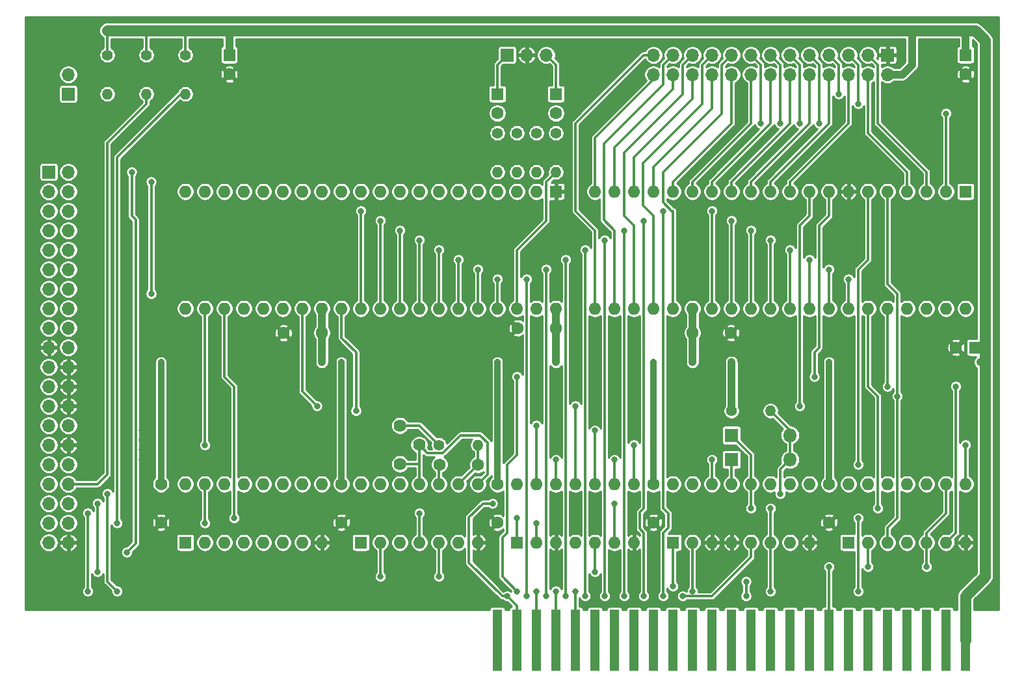
<source format=gbr>
%TF.GenerationSoftware,KiCad,Pcbnew,(5.1.12)-1*%
%TF.CreationDate,2025-05-01T22:50:30-05:00*%
%TF.ProjectId,apple_ay_8255,6170706c-655f-4617-995f-383235352e6b,rev?*%
%TF.SameCoordinates,Original*%
%TF.FileFunction,Copper,L1,Top*%
%TF.FilePolarity,Positive*%
%FSLAX46Y46*%
G04 Gerber Fmt 4.6, Leading zero omitted, Abs format (unit mm)*
G04 Created by KiCad (PCBNEW (5.1.12)-1) date 2025-05-01 22:50:30*
%MOMM*%
%LPD*%
G01*
G04 APERTURE LIST*
%TA.AperFunction,ComponentPad*%
%ADD10C,1.600000*%
%TD*%
%TA.AperFunction,ComponentPad*%
%ADD11R,1.600000X1.600000*%
%TD*%
%TA.AperFunction,ComponentPad*%
%ADD12O,1.400000X1.400000*%
%TD*%
%TA.AperFunction,ComponentPad*%
%ADD13C,1.400000*%
%TD*%
%TA.AperFunction,ComponentPad*%
%ADD14O,1.700000X1.700000*%
%TD*%
%TA.AperFunction,ComponentPad*%
%ADD15R,1.700000X1.700000*%
%TD*%
%TA.AperFunction,SMDPad,CuDef*%
%ADD16R,1.270000X8.000000*%
%TD*%
%TA.AperFunction,ComponentPad*%
%ADD17C,1.620000*%
%TD*%
%TA.AperFunction,ComponentPad*%
%ADD18O,1.800000X1.800000*%
%TD*%
%TA.AperFunction,ComponentPad*%
%ADD19R,1.800000X1.800000*%
%TD*%
%TA.AperFunction,ComponentPad*%
%ADD20O,1.600000X1.600000*%
%TD*%
%TA.AperFunction,ViaPad*%
%ADD21C,0.800000*%
%TD*%
%TA.AperFunction,Conductor*%
%ADD22C,0.304800*%
%TD*%
%TA.AperFunction,Conductor*%
%ADD23C,1.422400*%
%TD*%
%TA.AperFunction,Conductor*%
%ADD24C,1.016000*%
%TD*%
%TA.AperFunction,Conductor*%
%ADD25C,0.812800*%
%TD*%
%TA.AperFunction,Conductor*%
%ADD26C,0.254000*%
%TD*%
%TA.AperFunction,Conductor*%
%ADD27C,0.100000*%
%TD*%
G04 APERTURE END LIST*
D10*
%TO.P,C14,2*%
%TO.N,GND*%
X135255000Y-73620000D03*
D11*
%TO.P,C14,1*%
%TO.N,VCC*%
X135255000Y-71120000D03*
%TD*%
D10*
%TO.P,C13,2*%
%TO.N,GND*%
X231140000Y-73620000D03*
D11*
%TO.P,C13,1*%
%TO.N,VCC*%
X231140000Y-71120000D03*
%TD*%
D10*
%TO.P,C12,2*%
%TO.N,GND*%
X229910000Y-109220000D03*
D11*
%TO.P,C12,1*%
%TO.N,VCC*%
X232410000Y-109220000D03*
%TD*%
D10*
%TO.P,C11,2*%
%TO.N,GND*%
X170180000Y-132000000D03*
%TO.P,C11,1*%
%TO.N,VCC*%
X170180000Y-127000000D03*
%TD*%
%TO.P,C10,2*%
%TO.N,GND*%
X172800000Y-106680000D03*
%TO.P,C10,1*%
%TO.N,VCC*%
X177800000Y-106680000D03*
%TD*%
%TO.P,C9,2*%
%TO.N,GND*%
X190500000Y-132000000D03*
%TO.P,C9,1*%
%TO.N,VCC*%
X190500000Y-127000000D03*
%TD*%
%TO.P,C8,2*%
%TO.N,GND*%
X149860000Y-132000000D03*
%TO.P,C8,1*%
%TO.N,VCC*%
X149860000Y-127000000D03*
%TD*%
%TO.P,C7,2*%
%TO.N,GND*%
X213360000Y-132000000D03*
%TO.P,C7,1*%
%TO.N,VCC*%
X213360000Y-127000000D03*
%TD*%
%TO.P,C6,2*%
%TO.N,GND*%
X126365000Y-132000000D03*
%TO.P,C6,1*%
%TO.N,VCC*%
X126365000Y-127000000D03*
%TD*%
%TO.P,C5,2*%
%TO.N,GND*%
X200580000Y-107315000D03*
%TO.P,C5,1*%
%TO.N,VCC*%
X195580000Y-107315000D03*
%TD*%
%TO.P,C4,2*%
%TO.N,GND*%
X142320000Y-107315000D03*
%TO.P,C4,1*%
%TO.N,VCC*%
X147320000Y-107315000D03*
%TD*%
D12*
%TO.P,R9,2*%
%TO.N,Net-(R9-Pad2)*%
X177800000Y-86360000D03*
D13*
%TO.P,R9,1*%
%TO.N,Net-(C3-Pad2)*%
X177800000Y-81280000D03*
%TD*%
D12*
%TO.P,R8,2*%
%TO.N,Net-(R7-Pad2)*%
X175260000Y-86360000D03*
D13*
%TO.P,R8,1*%
%TO.N,Net-(C3-Pad2)*%
X175260000Y-81280000D03*
%TD*%
D12*
%TO.P,R7,2*%
%TO.N,Net-(R7-Pad2)*%
X172720000Y-86360000D03*
D13*
%TO.P,R7,1*%
%TO.N,Net-(C2-Pad2)*%
X172720000Y-81280000D03*
%TD*%
D12*
%TO.P,R6,2*%
%TO.N,Net-(R6-Pad2)*%
X170180000Y-86360000D03*
D13*
%TO.P,R6,1*%
%TO.N,Net-(C2-Pad2)*%
X170180000Y-81280000D03*
%TD*%
D14*
%TO.P,J4,3*%
%TO.N,Net-(C3-Pad1)*%
X176530000Y-71120000D03*
%TO.P,J4,2*%
%TO.N,GND*%
X173990000Y-71120000D03*
D15*
%TO.P,J4,1*%
%TO.N,Net-(C2-Pad1)*%
X171450000Y-71120000D03*
%TD*%
D10*
%TO.P,C3,2*%
%TO.N,Net-(C3-Pad2)*%
X177800000Y-78700000D03*
D11*
%TO.P,C3,1*%
%TO.N,Net-(C3-Pad1)*%
X177800000Y-76200000D03*
%TD*%
D10*
%TO.P,C2,2*%
%TO.N,Net-(C2-Pad2)*%
X170180000Y-78700000D03*
D11*
%TO.P,C2,1*%
%TO.N,Net-(C2-Pad1)*%
X170180000Y-76200000D03*
%TD*%
D10*
%TO.P,C1,2*%
%TO.N,Net-(C1-Pad2)*%
X162640000Y-124460000D03*
%TO.P,C1,1*%
%TO.N,Net-(C1-Pad1)*%
X167640000Y-124460000D03*
%TD*%
D16*
%TO.P,J2,25*%
%TO.N,VCC*%
X231140000Y-147320000D03*
%TO.P,J2,24*%
%TO.N,Net-(J2-Pad24)*%
X228600000Y-147320000D03*
%TO.P,J2,23*%
%TO.N,Net-(J2-Pad23)*%
X226060000Y-147320000D03*
%TO.P,J2,22*%
%TO.N,Net-(J2-Pad22)*%
X223520000Y-147320000D03*
%TO.P,J2,21*%
%TO.N,Net-(J2-Pad21)*%
X220980000Y-147320000D03*
%TO.P,J2,20*%
%TO.N,Net-(J2-Pad20)*%
X218440000Y-147320000D03*
%TO.P,J2,19*%
%TO.N,Net-(J2-Pad19)*%
X215900000Y-147320000D03*
%TO.P,J2,18*%
%TO.N,/RW*%
X213360000Y-147320000D03*
%TO.P,J2,17*%
%TO.N,Net-(J2-Pad17)*%
X210820000Y-147320000D03*
%TO.P,J2,16*%
%TO.N,Net-(J2-Pad16)*%
X208280000Y-147320000D03*
%TO.P,J2,15*%
%TO.N,Net-(J2-Pad15)*%
X205740000Y-147320000D03*
%TO.P,J2,14*%
%TO.N,Net-(J2-Pad14)*%
X203200000Y-147320000D03*
%TO.P,J2,13*%
%TO.N,Net-(J2-Pad13)*%
X200660000Y-147320000D03*
%TO.P,J2,12*%
%TO.N,Net-(J2-Pad12)*%
X198120000Y-147320000D03*
%TO.P,J2,11*%
%TO.N,Net-(J2-Pad11)*%
X195580000Y-147320000D03*
%TO.P,J2,10*%
%TO.N,Net-(J2-Pad10)*%
X193040000Y-147320000D03*
%TO.P,J2,9*%
%TO.N,Net-(J2-Pad9)*%
X190500000Y-147320000D03*
%TO.P,J2,8*%
%TO.N,Net-(J2-Pad8)*%
X187960000Y-147320000D03*
%TO.P,J2,7*%
%TO.N,Net-(J2-Pad7)*%
X185420000Y-147320000D03*
%TO.P,J2,6*%
%TO.N,Net-(J2-Pad6)*%
X182880000Y-147320000D03*
%TO.P,J2,5*%
%TO.N,/AD3*%
X180340000Y-147320000D03*
%TO.P,J2,4*%
%TO.N,/AD2*%
X177800000Y-147320000D03*
%TO.P,J2,3*%
%TO.N,/AD1*%
X175260000Y-147320000D03*
%TO.P,J2,2*%
%TO.N,/AD0*%
X172720000Y-147320000D03*
%TO.P,J2,1*%
%TO.N,Net-(J2-Pad1)*%
X170180000Y-147320000D03*
%TD*%
D17*
%TO.P,RV1,1*%
%TO.N,Net-(R1-Pad1)*%
X157480000Y-119380000D03*
%TO.P,RV1,2*%
%TO.N,Net-(RV1-Pad2)*%
X159980000Y-121880000D03*
%TO.P,RV1,3*%
X157480000Y-124380000D03*
%TD*%
D12*
%TO.P,R5,2*%
%TO.N,Net-(J3-Pad34)*%
X124460000Y-76200000D03*
D13*
%TO.P,R5,1*%
%TO.N,VCC*%
X124460000Y-71120000D03*
%TD*%
D12*
%TO.P,R4,2*%
%TO.N,Net-(J3-Pad38)*%
X129540000Y-76200000D03*
D13*
%TO.P,R4,1*%
%TO.N,VCC*%
X129540000Y-71120000D03*
%TD*%
D12*
%TO.P,R3,2*%
%TO.N,/IDECS0*%
X205740000Y-117475000D03*
D13*
%TO.P,R3,1*%
%TO.N,VCC*%
X200660000Y-117475000D03*
%TD*%
D12*
%TO.P,R2,2*%
%TO.N,Net-(D3-Pad2)*%
X119380000Y-76200000D03*
D13*
%TO.P,R2,1*%
%TO.N,VCC*%
X119380000Y-71120000D03*
%TD*%
D12*
%TO.P,R1,2*%
%TO.N,Net-(C1-Pad1)*%
X167640000Y-121920000D03*
D13*
%TO.P,R1,1*%
%TO.N,Net-(R1-Pad1)*%
X162560000Y-121920000D03*
%TD*%
D14*
%TO.P,J3,40*%
%TO.N,GND*%
X114300000Y-134620000D03*
%TO.P,J3,39*%
%TO.N,/ACT*%
X111760000Y-134620000D03*
%TO.P,J3,38*%
%TO.N,Net-(J3-Pad38)*%
X114300000Y-132080000D03*
%TO.P,J3,37*%
%TO.N,/IDECS0*%
X111760000Y-132080000D03*
%TO.P,J3,36*%
%TO.N,/AD2*%
X114300000Y-129540000D03*
%TO.P,J3,35*%
%TO.N,/AD0*%
X111760000Y-129540000D03*
%TO.P,J3,34*%
%TO.N,Net-(J3-Pad34)*%
X114300000Y-127000000D03*
%TO.P,J3,33*%
%TO.N,/AD1*%
X111760000Y-127000000D03*
%TO.P,J3,32*%
%TO.N,Net-(J3-Pad32)*%
X114300000Y-124460000D03*
%TO.P,J3,31*%
%TO.N,Net-(J3-Pad31)*%
X111760000Y-124460000D03*
%TO.P,J3,30*%
%TO.N,GND*%
X114300000Y-121920000D03*
%TO.P,J3,29*%
%TO.N,Net-(J3-Pad29)*%
X111760000Y-121920000D03*
%TO.P,J3,28*%
%TO.N,Net-(J3-Pad28)*%
X114300000Y-119380000D03*
%TO.P,J3,27*%
%TO.N,Net-(J3-Pad27)*%
X111760000Y-119380000D03*
%TO.P,J3,26*%
%TO.N,GND*%
X114300000Y-116840000D03*
%TO.P,J3,25*%
%TO.N,/RD*%
X111760000Y-116840000D03*
%TO.P,J3,24*%
%TO.N,GND*%
X114300000Y-114300000D03*
%TO.P,J3,23*%
%TO.N,/WR*%
X111760000Y-114300000D03*
%TO.P,J3,22*%
%TO.N,GND*%
X114300000Y-111760000D03*
%TO.P,J3,21*%
%TO.N,Net-(J3-Pad21)*%
X111760000Y-111760000D03*
%TO.P,J3,20*%
%TO.N,Net-(J3-Pad20)*%
X114300000Y-109220000D03*
%TO.P,J3,19*%
%TO.N,GND*%
X111760000Y-109220000D03*
%TO.P,J3,18*%
%TO.N,Net-(J3-Pad18)*%
X114300000Y-106680000D03*
%TO.P,J3,17*%
%TO.N,/D0*%
X111760000Y-106680000D03*
%TO.P,J3,16*%
%TO.N,Net-(J3-Pad16)*%
X114300000Y-104140000D03*
%TO.P,J3,15*%
%TO.N,/D1*%
X111760000Y-104140000D03*
%TO.P,J3,14*%
%TO.N,Net-(J3-Pad14)*%
X114300000Y-101600000D03*
%TO.P,J3,13*%
%TO.N,/D2*%
X111760000Y-101600000D03*
%TO.P,J3,12*%
%TO.N,Net-(J3-Pad12)*%
X114300000Y-99060000D03*
%TO.P,J3,11*%
%TO.N,/D3*%
X111760000Y-99060000D03*
%TO.P,J3,10*%
%TO.N,Net-(J3-Pad10)*%
X114300000Y-96520000D03*
%TO.P,J3,9*%
%TO.N,/D4*%
X111760000Y-96520000D03*
%TO.P,J3,8*%
%TO.N,Net-(J3-Pad8)*%
X114300000Y-93980000D03*
%TO.P,J3,7*%
%TO.N,/D5*%
X111760000Y-93980000D03*
%TO.P,J3,6*%
%TO.N,Net-(J3-Pad6)*%
X114300000Y-91440000D03*
%TO.P,J3,5*%
%TO.N,/D6*%
X111760000Y-91440000D03*
%TO.P,J3,4*%
%TO.N,Net-(J3-Pad4)*%
X114300000Y-88900000D03*
%TO.P,J3,3*%
%TO.N,/D7*%
X111760000Y-88900000D03*
%TO.P,J3,2*%
%TO.N,Net-(J3-Pad2)*%
X114300000Y-86360000D03*
D15*
%TO.P,J3,1*%
%TO.N,/RES*%
X111760000Y-86360000D03*
%TD*%
D14*
%TO.P,D3,2*%
%TO.N,Net-(D3-Pad2)*%
X114300000Y-73660000D03*
D15*
%TO.P,D3,1*%
%TO.N,/ACT*%
X114300000Y-76200000D03*
%TD*%
D18*
%TO.P,D2,2*%
%TO.N,/IDECS0*%
X208280000Y-120650000D03*
D19*
%TO.P,D2,1*%
%TO.N,Net-(D2-Pad1)*%
X200660000Y-120650000D03*
%TD*%
D18*
%TO.P,D1,2*%
%TO.N,/IDECS0*%
X208280000Y-123825000D03*
D19*
%TO.P,D1,1*%
%TO.N,Net-(D1-Pad1)*%
X200660000Y-123825000D03*
%TD*%
D20*
%TO.P,U7,40*%
%TO.N,VCC*%
X177800000Y-104140000D03*
%TO.P,U7,20*%
%TO.N,Net-(U7-Pad20)*%
X129540000Y-88900000D03*
%TO.P,U7,39*%
%TO.N,Net-(U7-Pad39)*%
X175260000Y-104140000D03*
%TO.P,U7,19*%
%TO.N,Net-(U7-Pad19)*%
X132080000Y-88900000D03*
%TO.P,U7,38*%
%TO.N,Net-(R9-Pad2)*%
X172720000Y-104140000D03*
%TO.P,U7,18*%
%TO.N,Net-(U7-Pad18)*%
X134620000Y-88900000D03*
%TO.P,U7,37*%
%TO.N,/D0*%
X170180000Y-104140000D03*
%TO.P,U7,17*%
%TO.N,Net-(U7-Pad17)*%
X137160000Y-88900000D03*
%TO.P,U7,36*%
%TO.N,/D1*%
X167640000Y-104140000D03*
%TO.P,U7,16*%
%TO.N,Net-(U7-Pad16)*%
X139700000Y-88900000D03*
%TO.P,U7,35*%
%TO.N,/D2*%
X165100000Y-104140000D03*
%TO.P,U7,15*%
%TO.N,Net-(U7-Pad15)*%
X142240000Y-88900000D03*
%TO.P,U7,34*%
%TO.N,/D3*%
X162560000Y-104140000D03*
%TO.P,U7,14*%
%TO.N,Net-(U7-Pad14)*%
X144780000Y-88900000D03*
%TO.P,U7,33*%
%TO.N,/D4*%
X160020000Y-104140000D03*
%TO.P,U7,13*%
%TO.N,Net-(U7-Pad13)*%
X147320000Y-88900000D03*
%TO.P,U7,32*%
%TO.N,/D5*%
X157480000Y-104140000D03*
%TO.P,U7,12*%
%TO.N,Net-(U7-Pad12)*%
X149860000Y-88900000D03*
%TO.P,U7,31*%
%TO.N,/D6*%
X154940000Y-104140000D03*
%TO.P,U7,11*%
%TO.N,Net-(U7-Pad11)*%
X152400000Y-88900000D03*
%TO.P,U7,30*%
%TO.N,/D7*%
X152400000Y-104140000D03*
%TO.P,U7,10*%
%TO.N,Net-(U7-Pad10)*%
X154940000Y-88900000D03*
%TO.P,U7,29*%
%TO.N,Net-(U2-Pad13)*%
X149860000Y-104140000D03*
%TO.P,U7,9*%
%TO.N,Net-(U7-Pad9)*%
X157480000Y-88900000D03*
%TO.P,U7,28*%
%TO.N,VCC*%
X147320000Y-104140000D03*
%TO.P,U7,8*%
%TO.N,Net-(U7-Pad8)*%
X160020000Y-88900000D03*
%TO.P,U7,27*%
%TO.N,Net-(U2-Pad10)*%
X144780000Y-104140000D03*
%TO.P,U7,7*%
%TO.N,Net-(U7-Pad7)*%
X162560000Y-88900000D03*
%TO.P,U7,26*%
%TO.N,Net-(U7-Pad26)*%
X142240000Y-104140000D03*
%TO.P,U7,6*%
%TO.N,Net-(U7-Pad6)*%
X165100000Y-88900000D03*
%TO.P,U7,25*%
%TO.N,Net-(U7-Pad25)*%
X139700000Y-104140000D03*
%TO.P,U7,5*%
%TO.N,Net-(U7-Pad5)*%
X167640000Y-88900000D03*
%TO.P,U7,24*%
%TO.N,Net-(U7-Pad24)*%
X137160000Y-104140000D03*
%TO.P,U7,4*%
%TO.N,Net-(R6-Pad2)*%
X170180000Y-88900000D03*
%TO.P,U7,23*%
%TO.N,/RES*%
X134620000Y-104140000D03*
%TO.P,U7,3*%
%TO.N,Net-(R7-Pad2)*%
X172720000Y-88900000D03*
%TO.P,U7,22*%
%TO.N,Net-(C1-Pad2)*%
X132080000Y-104140000D03*
%TO.P,U7,2*%
%TO.N,Net-(U7-Pad2)*%
X175260000Y-88900000D03*
%TO.P,U7,21*%
%TO.N,Net-(U7-Pad21)*%
X129540000Y-104140000D03*
D11*
%TO.P,U7,1*%
%TO.N,GND*%
X177800000Y-88900000D03*
%TD*%
D20*
%TO.P,U5,16*%
%TO.N,VCC*%
X129540000Y-127000000D03*
%TO.P,U5,8*%
%TO.N,GND*%
X147320000Y-134620000D03*
%TO.P,U5,15*%
%TO.N,Net-(U1-Pad4)*%
X132080000Y-127000000D03*
%TO.P,U5,7*%
%TO.N,Net-(U5-Pad7)*%
X144780000Y-134620000D03*
%TO.P,U5,14*%
%TO.N,Net-(U5-Pad14)*%
X134620000Y-127000000D03*
%TO.P,U5,6*%
%TO.N,Net-(U5-Pad6)*%
X142240000Y-134620000D03*
%TO.P,U5,13*%
%TO.N,Net-(U5-Pad13)*%
X137160000Y-127000000D03*
%TO.P,U5,5*%
%TO.N,Net-(U5-Pad5)*%
X139700000Y-134620000D03*
%TO.P,U5,12*%
%TO.N,Net-(U5-Pad12)*%
X139700000Y-127000000D03*
%TO.P,U5,4*%
%TO.N,Net-(U5-Pad4)*%
X137160000Y-134620000D03*
%TO.P,U5,11*%
%TO.N,Net-(U5-Pad11)*%
X142240000Y-127000000D03*
%TO.P,U5,3*%
%TO.N,Net-(U5-Pad3)*%
X134620000Y-134620000D03*
%TO.P,U5,10*%
%TO.N,Net-(U5-Pad10)*%
X144780000Y-127000000D03*
%TO.P,U5,2*%
%TO.N,Net-(U5-Pad2)*%
X132080000Y-134620000D03*
%TO.P,U5,9*%
%TO.N,Net-(U5-Pad9)*%
X147320000Y-127000000D03*
D11*
%TO.P,U5,1*%
%TO.N,Net-(U5-Pad1)*%
X129540000Y-134620000D03*
%TD*%
D20*
%TO.P,U4,16*%
%TO.N,VCC*%
X193040000Y-127000000D03*
%TO.P,U4,8*%
%TO.N,GND*%
X210820000Y-134620000D03*
%TO.P,U4,15*%
%TO.N,/CS55*%
X195580000Y-127000000D03*
%TO.P,U4,7*%
%TO.N,Net-(U4-Pad7)*%
X208280000Y-134620000D03*
%TO.P,U4,14*%
%TO.N,/AYSEL*%
X198120000Y-127000000D03*
%TO.P,U4,6*%
%TO.N,/PHI0*%
X205740000Y-134620000D03*
%TO.P,U4,13*%
%TO.N,Net-(D1-Pad1)*%
X200660000Y-127000000D03*
%TO.P,U4,5*%
%TO.N,/devsel*%
X203200000Y-134620000D03*
%TO.P,U4,12*%
%TO.N,Net-(D2-Pad1)*%
X203200000Y-127000000D03*
%TO.P,U4,4*%
%TO.N,GND*%
X200660000Y-134620000D03*
%TO.P,U4,11*%
%TO.N,Net-(U4-Pad11)*%
X205740000Y-127000000D03*
%TO.P,U4,3*%
%TO.N,GND*%
X198120000Y-134620000D03*
%TO.P,U4,10*%
%TO.N,Net-(U4-Pad10)*%
X208280000Y-127000000D03*
%TO.P,U4,2*%
%TO.N,/AD3*%
X195580000Y-134620000D03*
%TO.P,U4,9*%
%TO.N,Net-(U4-Pad9)*%
X210820000Y-127000000D03*
D11*
%TO.P,U4,1*%
%TO.N,/AD2*%
X193040000Y-134620000D03*
%TD*%
D20*
%TO.P,U3,14*%
%TO.N,VCC*%
X215900000Y-127000000D03*
%TO.P,U3,7*%
%TO.N,GND*%
X231140000Y-134620000D03*
%TO.P,U3,13*%
%TO.N,N/C*%
X218440000Y-127000000D03*
%TO.P,U3,6*%
%TO.N,/WR*%
X228600000Y-134620000D03*
%TO.P,U3,12*%
%TO.N,N/C*%
X220980000Y-127000000D03*
%TO.P,U3,5*%
%TO.N,/RWn*%
X226060000Y-134620000D03*
%TO.P,U3,11*%
%TO.N,N/C*%
X223520000Y-127000000D03*
%TO.P,U3,4*%
%TO.N,Net-(U1-Pad6)*%
X223520000Y-134620000D03*
%TO.P,U3,10*%
%TO.N,/PHI0*%
X226060000Y-127000000D03*
%TO.P,U3,3*%
%TO.N,/RD*%
X220980000Y-134620000D03*
%TO.P,U3,9*%
%TO.N,/RWn*%
X228600000Y-127000000D03*
%TO.P,U3,2*%
%TO.N,/RW*%
X218440000Y-134620000D03*
%TO.P,U3,8*%
%TO.N,Net-(U2-Pad8)*%
X231140000Y-127000000D03*
D11*
%TO.P,U3,1*%
%TO.N,Net-(U1-Pad6)*%
X215900000Y-134620000D03*
%TD*%
D20*
%TO.P,U2,14*%
%TO.N,VCC*%
X172720000Y-127000000D03*
%TO.P,U2,7*%
%TO.N,GND*%
X187960000Y-134620000D03*
%TO.P,U2,13*%
%TO.N,Net-(U2-Pad13)*%
X175260000Y-127000000D03*
%TO.P,U2,6*%
%TO.N,Net-(D2-Pad1)*%
X185420000Y-134620000D03*
%TO.P,U2,12*%
%TO.N,/AYSEL*%
X177800000Y-127000000D03*
%TO.P,U2,5*%
%TO.N,/RWn*%
X182880000Y-134620000D03*
%TO.P,U2,11*%
%TO.N,/AD0*%
X180340000Y-127000000D03*
%TO.P,U2,4*%
%TO.N,Net-(U1-Pad3)*%
X180340000Y-134620000D03*
%TO.P,U2,10*%
%TO.N,Net-(U2-Pad10)*%
X182880000Y-127000000D03*
%TO.P,U2,3*%
%TO.N,GND*%
X177800000Y-134620000D03*
%TO.P,U2,9*%
%TO.N,/AYSEL*%
X185420000Y-127000000D03*
%TO.P,U2,2*%
%TO.N,/RES*%
X175260000Y-134620000D03*
%TO.P,U2,8*%
%TO.N,Net-(U2-Pad8)*%
X187960000Y-127000000D03*
D11*
%TO.P,U2,1*%
%TO.N,Net-(U2-Pad1)*%
X172720000Y-134620000D03*
%TD*%
D20*
%TO.P,U1,14*%
%TO.N,VCC*%
X152400000Y-127000000D03*
%TO.P,U1,7*%
%TO.N,GND*%
X167640000Y-134620000D03*
%TO.P,U1,13*%
%TO.N,N/C*%
X154940000Y-127000000D03*
%TO.P,U1,6*%
%TO.N,Net-(U1-Pad6)*%
X165100000Y-134620000D03*
%TO.P,U1,12*%
%TO.N,N/C*%
X157480000Y-127000000D03*
%TO.P,U1,5*%
%TO.N,/Q3*%
X162560000Y-134620000D03*
%TO.P,U1,11*%
%TO.N,Net-(RV1-Pad2)*%
X160020000Y-127000000D03*
%TO.P,U1,4*%
%TO.N,Net-(U1-Pad4)*%
X160020000Y-134620000D03*
%TO.P,U1,10*%
%TO.N,Net-(C1-Pad2)*%
X162560000Y-127000000D03*
%TO.P,U1,3*%
%TO.N,Net-(U1-Pad3)*%
X157480000Y-134620000D03*
%TO.P,U1,9*%
%TO.N,Net-(C1-Pad1)*%
X165100000Y-127000000D03*
%TO.P,U1,2*%
%TO.N,/RWn*%
X154940000Y-134620000D03*
%TO.P,U1,8*%
%TO.N,Net-(RV1-Pad2)*%
X167640000Y-127000000D03*
D11*
%TO.P,U1,1*%
%TO.N,/RW*%
X152400000Y-134620000D03*
%TD*%
D14*
%TO.P,J1,26*%
%TO.N,/PB2*%
X190500000Y-73660000D03*
%TO.P,J1,25*%
%TO.N,/PB3*%
X190500000Y-71120000D03*
%TO.P,J1,24*%
%TO.N,/PB1*%
X193040000Y-73660000D03*
%TO.P,J1,23*%
%TO.N,/PB4*%
X193040000Y-71120000D03*
%TO.P,J1,22*%
%TO.N,/PB0*%
X195580000Y-73660000D03*
%TO.P,J1,21*%
%TO.N,/PB5*%
X195580000Y-71120000D03*
%TO.P,J1,20*%
%TO.N,/PC3*%
X198120000Y-73660000D03*
%TO.P,J1,19*%
%TO.N,/PB6*%
X198120000Y-71120000D03*
%TO.P,J1,18*%
%TO.N,/PC2*%
X200660000Y-73660000D03*
%TO.P,J1,17*%
%TO.N,/PB7*%
X200660000Y-71120000D03*
%TO.P,J1,16*%
%TO.N,/PC1*%
X203200000Y-73660000D03*
%TO.P,J1,15*%
%TO.N,/PA7*%
X203200000Y-71120000D03*
%TO.P,J1,14*%
%TO.N,/PC0*%
X205740000Y-73660000D03*
%TO.P,J1,13*%
%TO.N,/PA6*%
X205740000Y-71120000D03*
%TO.P,J1,12*%
%TO.N,/PC4*%
X208280000Y-73660000D03*
%TO.P,J1,11*%
%TO.N,/PA5*%
X208280000Y-71120000D03*
%TO.P,J1,10*%
%TO.N,/PC5*%
X210820000Y-73660000D03*
%TO.P,J1,9*%
%TO.N,/PA4*%
X210820000Y-71120000D03*
%TO.P,J1,8*%
%TO.N,/PC6*%
X213360000Y-73660000D03*
%TO.P,J1,7*%
%TO.N,/PA3*%
X213360000Y-71120000D03*
%TO.P,J1,6*%
%TO.N,/PC7*%
X215900000Y-73660000D03*
%TO.P,J1,5*%
%TO.N,/PA2*%
X215900000Y-71120000D03*
%TO.P,J1,4*%
%TO.N,/PA0*%
X218440000Y-73660000D03*
%TO.P,J1,3*%
%TO.N,/PA1*%
X218440000Y-71120000D03*
%TO.P,J1,2*%
%TO.N,VCC*%
X220980000Y-73660000D03*
D15*
%TO.P,J1,1*%
%TO.N,GND*%
X220980000Y-71120000D03*
%TD*%
D20*
%TO.P,U6,40*%
%TO.N,/PA4*%
X231140000Y-104140000D03*
%TO.P,U6,20*%
%TO.N,/PB2*%
X182880000Y-88900000D03*
%TO.P,U6,39*%
%TO.N,/PA5*%
X228600000Y-104140000D03*
%TO.P,U6,19*%
%TO.N,/PB1*%
X185420000Y-88900000D03*
%TO.P,U6,38*%
%TO.N,/PA6*%
X226060000Y-104140000D03*
%TO.P,U6,18*%
%TO.N,/PB0*%
X187960000Y-88900000D03*
%TO.P,U6,37*%
%TO.N,/PA7*%
X223520000Y-104140000D03*
%TO.P,U6,17*%
%TO.N,/PC3*%
X190500000Y-88900000D03*
%TO.P,U6,36*%
%TO.N,/WR*%
X220980000Y-104140000D03*
%TO.P,U6,16*%
%TO.N,/PC2*%
X193040000Y-88900000D03*
%TO.P,U6,35*%
%TO.N,Net-(U2-Pad1)*%
X218440000Y-104140000D03*
%TO.P,U6,15*%
%TO.N,/PC1*%
X195580000Y-88900000D03*
%TO.P,U6,34*%
%TO.N,/D0*%
X215900000Y-104140000D03*
%TO.P,U6,14*%
%TO.N,/PC0*%
X198120000Y-88900000D03*
%TO.P,U6,33*%
%TO.N,/D1*%
X213360000Y-104140000D03*
%TO.P,U6,13*%
%TO.N,/PC4*%
X200660000Y-88900000D03*
%TO.P,U6,32*%
%TO.N,/D2*%
X210820000Y-104140000D03*
%TO.P,U6,12*%
%TO.N,/PC5*%
X203200000Y-88900000D03*
%TO.P,U6,31*%
%TO.N,/D3*%
X208280000Y-104140000D03*
%TO.P,U6,11*%
%TO.N,/PC6*%
X205740000Y-88900000D03*
%TO.P,U6,30*%
%TO.N,/D4*%
X205740000Y-104140000D03*
%TO.P,U6,10*%
%TO.N,/PC7*%
X208280000Y-88900000D03*
%TO.P,U6,29*%
%TO.N,/D5*%
X203200000Y-104140000D03*
%TO.P,U6,9*%
%TO.N,/AD0*%
X210820000Y-88900000D03*
%TO.P,U6,28*%
%TO.N,/D6*%
X200660000Y-104140000D03*
%TO.P,U6,8*%
%TO.N,/AD1*%
X213360000Y-88900000D03*
%TO.P,U6,27*%
%TO.N,/D7*%
X198120000Y-104140000D03*
%TO.P,U6,7*%
%TO.N,GND*%
X215900000Y-88900000D03*
%TO.P,U6,26*%
%TO.N,VCC*%
X195580000Y-104140000D03*
%TO.P,U6,6*%
%TO.N,/CS55*%
X218440000Y-88900000D03*
%TO.P,U6,25*%
%TO.N,/PB7*%
X193040000Y-104140000D03*
%TO.P,U6,5*%
%TO.N,/RD*%
X220980000Y-88900000D03*
%TO.P,U6,24*%
%TO.N,/PB6*%
X190500000Y-104140000D03*
%TO.P,U6,4*%
%TO.N,/PA0*%
X223520000Y-88900000D03*
%TO.P,U6,23*%
%TO.N,/PB5*%
X187960000Y-104140000D03*
%TO.P,U6,3*%
%TO.N,/PA1*%
X226060000Y-88900000D03*
%TO.P,U6,22*%
%TO.N,/PB4*%
X185420000Y-104140000D03*
%TO.P,U6,2*%
%TO.N,/PA2*%
X228600000Y-88900000D03*
%TO.P,U6,21*%
%TO.N,/PB3*%
X182880000Y-104140000D03*
D11*
%TO.P,U6,1*%
%TO.N,/PA3*%
X231140000Y-88900000D03*
%TD*%
D21*
%TO.N,/PA4*%
X212090000Y-80010000D03*
%TO.N,/PA5*%
X209550000Y-80010000D03*
%TO.N,/PA6*%
X207010000Y-80010000D03*
%TO.N,/PA7*%
X204470000Y-80010000D03*
%TO.N,/D0*%
X170180000Y-100330000D03*
X215900000Y-100330000D03*
X173990000Y-141605000D03*
X173990000Y-100330000D03*
%TO.N,/D1*%
X167640000Y-99060000D03*
X213360000Y-99060000D03*
X176530000Y-141605000D03*
X176530000Y-99060000D03*
%TO.N,/D2*%
X165100000Y-97790000D03*
X210820000Y-97790000D03*
X179070000Y-141605000D03*
X179070000Y-97790000D03*
%TO.N,/D3*%
X162560000Y-96520000D03*
X208280000Y-96520000D03*
X181610000Y-141605000D03*
X181610000Y-96520000D03*
%TO.N,/D4*%
X160020000Y-95250000D03*
X205740000Y-95250000D03*
X184150000Y-141605000D03*
X184150000Y-95250000D03*
%TO.N,/D5*%
X157480000Y-93980000D03*
X203200000Y-93980000D03*
X186690000Y-141605000D03*
X186690000Y-93980000D03*
%TO.N,/D6*%
X154940000Y-92710000D03*
X200660000Y-92710000D03*
X189230000Y-141605000D03*
X189230000Y-92710000D03*
%TO.N,/D7*%
X152400000Y-91440000D03*
X198120000Y-91440000D03*
X191770000Y-141605000D03*
X191770000Y-91440000D03*
%TO.N,/PA2*%
X217170000Y-77470000D03*
X228600000Y-78740000D03*
%TO.N,/PA3*%
X214630000Y-76200000D03*
%TO.N,VCC*%
X195580000Y-111125000D03*
X233045000Y-111125000D03*
X147320000Y-111125000D03*
X177800000Y-111125000D03*
X149860000Y-111125000D03*
X190500000Y-111125000D03*
X213360000Y-111125000D03*
X200660000Y-111125000D03*
X170180000Y-111125000D03*
X126365000Y-111125000D03*
%TO.N,GND*%
X169545000Y-134620000D03*
X190500000Y-134620000D03*
X110490000Y-138430000D03*
X111760000Y-138430000D03*
X113030000Y-138430000D03*
X114300000Y-138430000D03*
X111125000Y-139700000D03*
X112395000Y-139700000D03*
X113665000Y-139700000D03*
X114935000Y-139700000D03*
X123825000Y-120015000D03*
X123825000Y-121285000D03*
X123825000Y-122555000D03*
X123825000Y-123825000D03*
X128270000Y-120015000D03*
X128270000Y-121285000D03*
X128270000Y-122555000D03*
X128270000Y-123825000D03*
X133985000Y-123190000D03*
X133985000Y-124460000D03*
X133985000Y-120650000D03*
X133985000Y-119380000D03*
X116840000Y-124460000D03*
X116840000Y-123190000D03*
X116840000Y-121920000D03*
X116840000Y-120650000D03*
X116840000Y-119380000D03*
X129540000Y-137795000D03*
X130810000Y-137795000D03*
X132080000Y-137795000D03*
X133350000Y-137795000D03*
X134620000Y-137795000D03*
X169545000Y-135890000D03*
X198120000Y-131445000D03*
X195580000Y-131445000D03*
X190500000Y-135890000D03*
X194310000Y-132080000D03*
X196850000Y-132080000D03*
X199390000Y-132080000D03*
X213360000Y-134620000D03*
X213360000Y-135890000D03*
X223520000Y-132080000D03*
X224790000Y-132080000D03*
X220980000Y-137795000D03*
X222885000Y-137795000D03*
X220980000Y-140970000D03*
X222885000Y-140970000D03*
X224790000Y-140970000D03*
X212090000Y-140970000D03*
X210820000Y-140970000D03*
X209550000Y-140970000D03*
X208280000Y-140970000D03*
X215265000Y-117475000D03*
X215265000Y-120015000D03*
X218440000Y-120015000D03*
X220980000Y-120015000D03*
X224155000Y-120015000D03*
X224155000Y-117475000D03*
X220980000Y-117475000D03*
X218440000Y-117475000D03*
X211455000Y-117475000D03*
X211455000Y-120015000D03*
X223520000Y-130175000D03*
X219075000Y-132080000D03*
X177800000Y-132715000D03*
X180340000Y-132715000D03*
X182880000Y-132715000D03*
X177800000Y-121920000D03*
X185420000Y-121920000D03*
X187960000Y-108585000D03*
X185420000Y-108585000D03*
X182880000Y-108585000D03*
X175260000Y-108585000D03*
X194310000Y-102235000D03*
X196850000Y-102235000D03*
X202565000Y-91440000D03*
X204470000Y-91440000D03*
X207010000Y-91440000D03*
X209550000Y-91440000D03*
X212090000Y-91440000D03*
X214630000Y-91440000D03*
X217170000Y-91440000D03*
X231140000Y-91440000D03*
X227330000Y-99695000D03*
X229870000Y-99695000D03*
X219710000Y-91440000D03*
X219710000Y-102235000D03*
X219710000Y-99695000D03*
X222250000Y-99060000D03*
X222250000Y-100330000D03*
X226695000Y-69850000D03*
X226695000Y-71120000D03*
X226695000Y-72390000D03*
X226695000Y-73660000D03*
X226695000Y-74930000D03*
X180975000Y-69850000D03*
X180975000Y-71120000D03*
X180975000Y-72390000D03*
X180975000Y-73660000D03*
X180975000Y-74930000D03*
X166370000Y-70485000D03*
X166370000Y-71755000D03*
X166370000Y-73025000D03*
X166370000Y-74295000D03*
X166370000Y-75565000D03*
X128270000Y-116205000D03*
X130175000Y-116205000D03*
X130175000Y-113030000D03*
X128270000Y-113030000D03*
X128270000Y-109220000D03*
X130175000Y-109220000D03*
X124460000Y-109220000D03*
X124460000Y-113030000D03*
X124460000Y-116205000D03*
X117475000Y-116205000D03*
X117475000Y-113030000D03*
X117475000Y-109220000D03*
X165100000Y-132080000D03*
X163830000Y-132080000D03*
X162560000Y-132080000D03*
X156845000Y-132080000D03*
X155575000Y-132080000D03*
X154305000Y-132080000D03*
X168275000Y-118745000D03*
X166370000Y-118745000D03*
X164465000Y-118745000D03*
X162560000Y-118745000D03*
X185420000Y-118745000D03*
X187960000Y-118745000D03*
X193040000Y-118745000D03*
X182880000Y-118110000D03*
X224155000Y-124460000D03*
X220980000Y-124460000D03*
X215265000Y-123190000D03*
X211455000Y-123190000D03*
%TO.N,/devsel*%
X194310000Y-141605000D03*
%TO.N,/PHI0*%
X205740000Y-140970000D03*
X205740000Y-130175000D03*
%TO.N,/Q3*%
X162560000Y-139065000D03*
X202565000Y-139700000D03*
X202565000Y-141605000D03*
%TO.N,/RES*%
X217170000Y-131445000D03*
X217170000Y-140970000D03*
X135890000Y-131445000D03*
X125095000Y-102235000D03*
X125095000Y-87630000D03*
X175260000Y-132080000D03*
%TO.N,/RW*%
X213360000Y-137795000D03*
X218440000Y-137795000D03*
%TO.N,/AD3*%
X180340000Y-140970000D03*
X195580000Y-140970000D03*
%TO.N,/AD2*%
X177800000Y-140970000D03*
X193040000Y-140335000D03*
X118110000Y-138430000D03*
X118110000Y-129540000D03*
%TO.N,/AD1*%
X119380000Y-128270000D03*
X120650000Y-140970000D03*
X175260000Y-140970000D03*
X172720000Y-140970000D03*
X172720000Y-113030000D03*
X211455000Y-113030000D03*
%TO.N,/AD0*%
X116840000Y-130810000D03*
X116840000Y-140970000D03*
X171450000Y-141605000D03*
X169545000Y-129540000D03*
X209550000Y-116840000D03*
X180340000Y-116840000D03*
%TO.N,Net-(U1-Pad4)*%
X132080000Y-132080000D03*
X160020000Y-130810000D03*
%TO.N,Net-(U2-Pad13)*%
X175260000Y-119380000D03*
X151765000Y-117475000D03*
%TO.N,Net-(U2-Pad10)*%
X146685000Y-116840000D03*
X182880000Y-120015000D03*
%TO.N,Net-(U2-Pad8)*%
X187960000Y-121920000D03*
X231140000Y-121920000D03*
%TO.N,Net-(U2-Pad1)*%
X172720000Y-131445000D03*
X219710000Y-130175000D03*
%TO.N,/WR*%
X229870000Y-114300000D03*
X220980000Y-114300000D03*
%TO.N,/RD*%
X222250000Y-115570000D03*
%TO.N,/CS55*%
X217170000Y-124460000D03*
%TO.N,Net-(C1-Pad2)*%
X132080000Y-121920000D03*
%TO.N,/RWn*%
X154940000Y-139065000D03*
X226060000Y-137795000D03*
X182880000Y-138430000D03*
%TO.N,/AYSEL*%
X198120000Y-123825000D03*
X177800000Y-123825000D03*
X185420000Y-123825000D03*
%TO.N,Net-(D2-Pad1)*%
X185420000Y-129540000D03*
X203200000Y-130175000D03*
%TO.N,/IDECS0*%
X207010000Y-128270000D03*
%TO.N,/ACT*%
X121920000Y-135890000D03*
X122555000Y-86360000D03*
%TO.N,Net-(J3-Pad38)*%
X120650000Y-132080000D03*
%TD*%
D22*
%TO.N,/PA4*%
X210820000Y-71120000D02*
X212090000Y-72390000D01*
X212090000Y-72390000D02*
X212090000Y-76200000D01*
X212090000Y-76200000D02*
X212090000Y-80010000D01*
%TO.N,/PB2*%
X182880000Y-81915000D02*
X190500000Y-74295000D01*
X182880000Y-88900000D02*
X182880000Y-81915000D01*
X190500000Y-74295000D02*
X190500000Y-73660000D01*
%TO.N,/PA5*%
X208280000Y-71120000D02*
X209550000Y-72390000D01*
X209550000Y-72390000D02*
X209550000Y-75565000D01*
X209550000Y-75565000D02*
X209550000Y-80010000D01*
%TO.N,/PB1*%
X193040000Y-75565000D02*
X193040000Y-73660000D01*
X185420000Y-83185000D02*
X193040000Y-75565000D01*
X185420000Y-88900000D02*
X185420000Y-83185000D01*
%TO.N,/PA6*%
X205740000Y-71120000D02*
X207010000Y-72390000D01*
X207010000Y-73150446D02*
X207010000Y-80010000D01*
X207010000Y-72390000D02*
X207010000Y-73150446D01*
%TO.N,/PB0*%
X187960000Y-84455000D02*
X187960000Y-88900000D01*
X195580000Y-76835000D02*
X187960000Y-84455000D01*
X195580000Y-73660000D02*
X195580000Y-76835000D01*
%TO.N,/PA7*%
X203200000Y-71120000D02*
X204470000Y-72390000D01*
X204470000Y-72390000D02*
X204470000Y-80010000D01*
%TO.N,/PC3*%
X190500000Y-85725000D02*
X190500000Y-88900000D01*
X198120000Y-78105000D02*
X190500000Y-85725000D01*
X198120000Y-73660000D02*
X198120000Y-78105000D01*
%TO.N,/PC2*%
X193040000Y-88900000D02*
X193040000Y-87630000D01*
X200660000Y-80010000D02*
X200660000Y-73660000D01*
X193040000Y-87630000D02*
X200660000Y-80010000D01*
%TO.N,/PC1*%
X195580000Y-88900000D02*
X195580000Y-87630000D01*
X203200000Y-80010000D02*
X203200000Y-73660000D01*
X195580000Y-87630000D02*
X203200000Y-80010000D01*
%TO.N,/D0*%
X170180000Y-104140000D02*
X170180000Y-100330000D01*
X215900000Y-104140000D02*
X215900000Y-100330000D01*
X173990000Y-140970000D02*
X173990000Y-100330000D01*
X173990000Y-140970000D02*
X173990000Y-141605000D01*
%TO.N,/PC0*%
X198120000Y-88900000D02*
X198120000Y-87630000D01*
X205740000Y-80010000D02*
X205740000Y-73660000D01*
X198120000Y-87630000D02*
X205740000Y-80010000D01*
%TO.N,/D1*%
X167640000Y-104140000D02*
X167640000Y-99060000D01*
X213360000Y-104140000D02*
X213360000Y-99060000D01*
X176530000Y-140970000D02*
X176530000Y-99060000D01*
X176530000Y-140970000D02*
X176530000Y-141605000D01*
%TO.N,/PC4*%
X200660000Y-88900000D02*
X200660000Y-87630000D01*
X208280000Y-80010000D02*
X208280000Y-73660000D01*
X200660000Y-87630000D02*
X208280000Y-80010000D01*
%TO.N,/D2*%
X165100000Y-104140000D02*
X165100000Y-97790000D01*
X165100000Y-97790000D02*
X165100000Y-103305554D01*
X210820000Y-104140000D02*
X210820000Y-97790000D01*
X179070000Y-140970000D02*
X179070000Y-141605000D01*
X179070000Y-97790000D02*
X179070000Y-140970000D01*
%TO.N,/PC5*%
X203200000Y-88900000D02*
X203200000Y-87630000D01*
X210820000Y-80010000D02*
X210820000Y-73660000D01*
X203200000Y-87630000D02*
X210820000Y-80010000D01*
%TO.N,/D3*%
X162560000Y-104140000D02*
X162560000Y-96520000D01*
X208280000Y-104140000D02*
X208280000Y-96520000D01*
X208280000Y-96520000D02*
X208280000Y-103305554D01*
X181610000Y-140970000D02*
X181610000Y-96520000D01*
X181610000Y-140970000D02*
X181610000Y-141605000D01*
%TO.N,/PC6*%
X205740000Y-88900000D02*
X205740000Y-87630000D01*
X213360000Y-80010000D02*
X213360000Y-73660000D01*
X205740000Y-87630000D02*
X213360000Y-80010000D01*
%TO.N,/D4*%
X160020000Y-104140000D02*
X160020000Y-95250000D01*
X205740000Y-104140000D02*
X205740000Y-95250000D01*
X205740000Y-95250000D02*
X205740000Y-103305554D01*
X184150000Y-140970000D02*
X184150000Y-95250000D01*
X184150000Y-140970000D02*
X184150000Y-141605000D01*
%TO.N,/PC7*%
X208280000Y-88900000D02*
X208280000Y-87630000D01*
X215900000Y-80010000D02*
X215900000Y-73660000D01*
X208280000Y-87630000D02*
X215900000Y-80010000D01*
%TO.N,/D5*%
X157480000Y-104140000D02*
X157480000Y-93980000D01*
X203200000Y-104140000D02*
X203200000Y-93980000D01*
X203200000Y-93980000D02*
X203200000Y-103305554D01*
X186690000Y-140970000D02*
X186690000Y-93980000D01*
X186690000Y-140970000D02*
X186690000Y-141605000D01*
%TO.N,/D6*%
X154940000Y-104140000D02*
X154940000Y-92710000D01*
X200660000Y-92710000D02*
X200660000Y-104140000D01*
X189230000Y-92710000D02*
X189230000Y-104575554D01*
X189230000Y-130175000D02*
X189230000Y-92710000D01*
X188712401Y-130692599D02*
X189230000Y-130175000D01*
X188712401Y-132832401D02*
X188712401Y-130692599D01*
X189230000Y-133350000D02*
X188712401Y-132832401D01*
X189230000Y-141605000D02*
X189230000Y-133350000D01*
%TO.N,/D7*%
X152400000Y-91440000D02*
X152400000Y-104140000D01*
X198120000Y-91440000D02*
X198120000Y-104140000D01*
X191770000Y-130175000D02*
X191770000Y-91440000D01*
X192405000Y-130810000D02*
X191770000Y-130175000D01*
X192405000Y-132715000D02*
X192405000Y-130810000D01*
X191770000Y-133350000D02*
X192405000Y-132715000D01*
X191770000Y-141605000D02*
X191770000Y-133350000D01*
%TO.N,/PB7*%
X193040000Y-91440000D02*
X193040000Y-104140000D01*
X192883554Y-91440000D02*
X193040000Y-91440000D01*
X191770000Y-90326446D02*
X192883554Y-91440000D01*
X191770000Y-86360000D02*
X191770000Y-90326446D01*
X199390000Y-78740000D02*
X191770000Y-86360000D01*
X199390000Y-72390000D02*
X199390000Y-78740000D01*
X200660000Y-71120000D02*
X199390000Y-72390000D01*
%TO.N,/PB6*%
X190500000Y-92075000D02*
X190500000Y-104140000D01*
X189112401Y-85207599D02*
X189112401Y-90687401D01*
X196850000Y-77470000D02*
X189112401Y-85207599D01*
X196850000Y-72390000D02*
X196850000Y-77470000D01*
X189112401Y-90687401D02*
X190500000Y-92075000D01*
X198120000Y-71120000D02*
X196850000Y-72390000D01*
%TO.N,/PA0*%
X218440000Y-73660000D02*
X218440000Y-81280000D01*
X223520000Y-86360000D02*
X223520000Y-88900000D01*
X218440000Y-81280000D02*
X223520000Y-86360000D01*
%TO.N,/PB5*%
X187960000Y-93345000D02*
X187960000Y-104140000D01*
X186690000Y-92075000D02*
X187960000Y-93345000D01*
X186690000Y-83820000D02*
X186690000Y-92075000D01*
X194310000Y-76200000D02*
X186690000Y-83820000D01*
X194310000Y-72390000D02*
X194310000Y-76200000D01*
X195580000Y-71120000D02*
X194310000Y-72390000D01*
%TO.N,/PA1*%
X218440000Y-71120000D02*
X219710000Y-72390000D01*
X219710000Y-72390000D02*
X219710000Y-80010000D01*
X226060000Y-86360000D02*
X226060000Y-88900000D01*
X219710000Y-80010000D02*
X226060000Y-86360000D01*
%TO.N,/PB4*%
X191770000Y-72390000D02*
X193040000Y-71120000D01*
X191770000Y-74930000D02*
X191770000Y-72390000D01*
X184032401Y-92592401D02*
X184032401Y-82667599D01*
X185420000Y-93980000D02*
X184032401Y-92592401D01*
X184032401Y-82667599D02*
X191770000Y-74930000D01*
X185420000Y-104140000D02*
X185420000Y-93980000D01*
%TO.N,/PA2*%
X215900000Y-71120000D02*
X217170000Y-72390000D01*
X217170000Y-72390000D02*
X217170000Y-77470000D01*
X228600000Y-78740000D02*
X228600000Y-88900000D01*
%TO.N,/PB3*%
X180340000Y-80010000D02*
X189230000Y-71120000D01*
X189230000Y-71120000D02*
X190500000Y-71120000D01*
X180340000Y-91440000D02*
X180340000Y-80010000D01*
X182880000Y-93980000D02*
X180340000Y-91440000D01*
X182880000Y-104140000D02*
X182880000Y-93980000D01*
%TO.N,/PA3*%
X213360000Y-71120000D02*
X214630000Y-72390000D01*
X214630000Y-72390000D02*
X214630000Y-73660000D01*
X214630000Y-73660000D02*
X214630000Y-76200000D01*
D23*
%TO.N,VCC*%
X231140000Y-147320000D02*
X231140000Y-141605000D01*
X231140000Y-141605000D02*
X233680000Y-139065000D01*
X233680000Y-69215000D02*
X232410000Y-67945000D01*
D24*
X147320000Y-104140000D02*
X147320000Y-107315000D01*
X195580000Y-104140000D02*
X195580000Y-107315000D01*
X195580000Y-107315000D02*
X195580000Y-111125000D01*
X233045000Y-111125000D02*
X233680000Y-111125000D01*
D23*
X233680000Y-139065000D02*
X233680000Y-111125000D01*
D24*
X147320000Y-107315000D02*
X147320000Y-111125000D01*
X177800000Y-104140000D02*
X177800000Y-106680000D01*
X177800000Y-106680000D02*
X177800000Y-111125000D01*
D25*
X149860000Y-127000000D02*
X149860000Y-111125000D01*
X190500000Y-127000000D02*
X190500000Y-111125000D01*
X213360000Y-127000000D02*
X213360000Y-111125000D01*
D24*
X200660000Y-117475000D02*
X200660000Y-111125000D01*
D25*
X170180000Y-127000000D02*
X170180000Y-111125000D01*
X126365000Y-127000000D02*
X126365000Y-111125000D01*
D24*
X232410000Y-109220000D02*
X233680000Y-109220000D01*
D23*
X233680000Y-109220000D02*
X233680000Y-69215000D01*
X233680000Y-111125000D02*
X233680000Y-109220000D01*
D24*
X231140000Y-68580000D02*
X230505000Y-67945000D01*
X231140000Y-71120000D02*
X231140000Y-68580000D01*
D23*
X232410000Y-67945000D02*
X230505000Y-67945000D01*
D24*
X224155000Y-72390000D02*
X224155000Y-67945000D01*
X220980000Y-73660000D02*
X222885000Y-73660000D01*
X222885000Y-73660000D02*
X224155000Y-72390000D01*
D23*
X230505000Y-67945000D02*
X224155000Y-67945000D01*
D24*
X135255000Y-71120000D02*
X135255000Y-67945000D01*
D23*
X224155000Y-67945000D02*
X135255000Y-67945000D01*
D22*
X129540000Y-71120000D02*
X129540000Y-67945000D01*
D23*
X135255000Y-67945000D02*
X129540000Y-67945000D01*
D22*
X119380000Y-71120000D02*
X119380000Y-67945000D01*
X124460000Y-71120000D02*
X124460000Y-67945000D01*
D23*
X124460000Y-67945000D02*
X119380000Y-67945000D01*
X129540000Y-67945000D02*
X124460000Y-67945000D01*
D22*
%TO.N,/devsel*%
X203200000Y-136525000D02*
X198120000Y-141605000D01*
X198120000Y-141605000D02*
X194310000Y-141605000D01*
X203200000Y-136525000D02*
X203200000Y-134620000D01*
%TO.N,/PHI0*%
X205740000Y-134620000D02*
X205740000Y-139700000D01*
X205740000Y-134620000D02*
X205740000Y-130175000D01*
X205740000Y-139700000D02*
X205740000Y-140970000D01*
%TO.N,/Q3*%
X162560000Y-134620000D02*
X162560000Y-137160000D01*
X162560000Y-137160000D02*
X162560000Y-139065000D01*
X202565000Y-141605000D02*
X202565000Y-139700000D01*
%TO.N,/RES*%
X217170000Y-132715000D02*
X217170000Y-140970000D01*
X135890000Y-114300000D02*
X134620000Y-113030000D01*
X134620000Y-113030000D02*
X134620000Y-104140000D01*
X125095000Y-102235000D02*
X125095000Y-87630000D01*
X217170000Y-132715000D02*
X217170000Y-131445000D01*
X135890000Y-114300000D02*
X135890000Y-131445000D01*
X175260000Y-134620000D02*
X175260000Y-132080000D01*
%TO.N,/RW*%
X213360000Y-147320000D02*
X213360000Y-142240000D01*
X218440000Y-134620000D02*
X218440000Y-137795000D01*
X213360000Y-142240000D02*
X213360000Y-137795000D01*
%TO.N,/AD3*%
X180340000Y-147320000D02*
X180340000Y-143955000D01*
X195580000Y-134620000D02*
X195580000Y-139700000D01*
X195580000Y-139700000D02*
X195580000Y-140970000D01*
X180340000Y-140970000D02*
X180340000Y-147320000D01*
%TO.N,/AD2*%
X118110000Y-129540000D02*
X118110000Y-138430000D01*
X177800000Y-140970000D02*
X177800000Y-147320000D01*
X193040000Y-139700000D02*
X193040000Y-140335000D01*
X193040000Y-134620000D02*
X193040000Y-139700000D01*
%TO.N,/AD1*%
X213360000Y-92075000D02*
X213360000Y-88900000D01*
X212090000Y-93345000D02*
X213360000Y-92075000D01*
X175260000Y-140970000D02*
X175260000Y-147320000D01*
X170815000Y-139065000D02*
X172720000Y-140970000D01*
X170815000Y-133985000D02*
X170815000Y-139065000D01*
X171450000Y-133350000D02*
X170815000Y-133985000D01*
X172720000Y-123190000D02*
X171450000Y-124460000D01*
X171450000Y-124460000D02*
X171450000Y-133350000D01*
X172720000Y-113030000D02*
X172720000Y-123190000D01*
X119380000Y-139700000D02*
X120650000Y-140970000D01*
X119380000Y-128270000D02*
X119380000Y-139700000D01*
X212090000Y-109220000D02*
X211455000Y-109855000D01*
X212090000Y-109220000D02*
X212090000Y-93345000D01*
X211455000Y-109855000D02*
X211455000Y-113030000D01*
%TO.N,/AD0*%
X116840000Y-130810000D02*
X116840000Y-140970000D01*
X171450000Y-141605000D02*
X172720000Y-142875000D01*
X210820000Y-88900000D02*
X210820000Y-92075000D01*
X210820000Y-92075000D02*
X209550000Y-93345000D01*
X209550000Y-93345000D02*
X209550000Y-106045000D01*
X209550000Y-106045000D02*
X209550000Y-116840000D01*
X180340000Y-116840000D02*
X180340000Y-127000000D01*
X172720000Y-142875000D02*
X172720000Y-147320000D01*
X168275000Y-129540000D02*
X169545000Y-129540000D01*
X166487599Y-131327401D02*
X168275000Y-129540000D01*
X166487599Y-137277599D02*
X166487599Y-131327401D01*
X170815000Y-141605000D02*
X166487599Y-137277599D01*
X171450000Y-141605000D02*
X170815000Y-141605000D01*
%TO.N,Net-(U1-Pad4)*%
X132080000Y-127000000D02*
X132080000Y-132080000D01*
X160020000Y-131445000D02*
X160020000Y-134620000D01*
X160020000Y-131445000D02*
X160020000Y-130810000D01*
%TO.N,Net-(U2-Pad13)*%
X175260000Y-127000000D02*
X175260000Y-119380000D01*
X151765000Y-117475000D02*
X151765000Y-109855000D01*
X149860000Y-107950000D02*
X149860000Y-104140000D01*
X151765000Y-109855000D02*
X149860000Y-107950000D01*
%TO.N,Net-(U2-Pad10)*%
X144780000Y-114935000D02*
X146685000Y-116840000D01*
X144780000Y-104140000D02*
X144780000Y-114935000D01*
X182880000Y-120015000D02*
X182880000Y-127000000D01*
%TO.N,Net-(U2-Pad8)*%
X187960000Y-127000000D02*
X187960000Y-121920000D01*
X231140000Y-121920000D02*
X231140000Y-127000000D01*
%TO.N,Net-(U2-Pad1)*%
X172720000Y-134620000D02*
X172720000Y-131445000D01*
X218440000Y-113030000D02*
X218440000Y-104140000D01*
X219710000Y-115570000D02*
X218440000Y-114300000D01*
X219710000Y-115570000D02*
X219710000Y-130175000D01*
X218440000Y-114300000D02*
X218440000Y-113030000D01*
%TO.N,/WR*%
X228600000Y-134620000D02*
X229870000Y-133350000D01*
X220980000Y-113030000D02*
X220980000Y-104140000D01*
X220980000Y-113030000D02*
X220980000Y-114300000D01*
X229870000Y-133350000D02*
X229870000Y-114300000D01*
%TO.N,/RD*%
X220980000Y-132715000D02*
X220980000Y-134620000D01*
X222250000Y-131445000D02*
X220980000Y-132715000D01*
X222250000Y-102235000D02*
X222250000Y-131445000D01*
X220980000Y-100965000D02*
X222250000Y-102235000D01*
X220980000Y-88900000D02*
X220980000Y-100965000D01*
%TO.N,/CS55*%
X217170000Y-124460000D02*
X217170000Y-99060000D01*
X218440000Y-97790000D02*
X218440000Y-88900000D01*
X217170000Y-99060000D02*
X218440000Y-97790000D01*
%TO.N,Net-(C1-Pad2)*%
X162560000Y-124540000D02*
X162640000Y-124460000D01*
X162560000Y-127000000D02*
X162560000Y-124540000D01*
X132080000Y-121920000D02*
X132080000Y-104140000D01*
%TO.N,Net-(C1-Pad1)*%
X165100000Y-127000000D02*
X167640000Y-124460000D01*
X167640000Y-124460000D02*
X167640000Y-121920000D01*
%TO.N,/RWn*%
X226060000Y-134620000D02*
X226060000Y-133350000D01*
X228600000Y-130810000D02*
X228600000Y-127000000D01*
X226060000Y-133350000D02*
X228600000Y-130810000D01*
X154940000Y-134620000D02*
X154940000Y-137160000D01*
X226060000Y-137795000D02*
X226060000Y-134620000D01*
X154940000Y-137160000D02*
X154940000Y-139065000D01*
X182880000Y-134620000D02*
X182880000Y-137795000D01*
X182880000Y-137795000D02*
X182880000Y-138430000D01*
%TO.N,/AYSEL*%
X198120000Y-127000000D02*
X198120000Y-123825000D01*
X177800000Y-123825000D02*
X177800000Y-127000000D01*
X185420000Y-127000000D02*
X185420000Y-123825000D01*
%TO.N,Net-(RV1-Pad2)*%
X160020000Y-121920000D02*
X159980000Y-121880000D01*
X159940000Y-124380000D02*
X160020000Y-124460000D01*
X160020000Y-124460000D02*
X160020000Y-121920000D01*
X157480000Y-124380000D02*
X159940000Y-124380000D01*
X160020000Y-127000000D02*
X160020000Y-124460000D01*
X167640000Y-127000000D02*
X168910000Y-125730000D01*
X161072401Y-122972401D02*
X159980000Y-121880000D01*
X163065153Y-122972401D02*
X161072401Y-122972401D01*
X165387554Y-120650000D02*
X163065153Y-122972401D01*
X167927554Y-120650000D02*
X165387554Y-120650000D01*
X168910000Y-121632446D02*
X167927554Y-120650000D01*
X168910000Y-125730000D02*
X168910000Y-121632446D01*
%TO.N,Net-(D2-Pad1)*%
X185420000Y-134620000D02*
X185420000Y-130175000D01*
X203200000Y-130175000D02*
X203200000Y-127000000D01*
X203200000Y-123190000D02*
X203200000Y-127000000D01*
X200660000Y-120650000D02*
X203200000Y-123190000D01*
X185420000Y-130175000D02*
X185420000Y-129540000D01*
%TO.N,Net-(D1-Pad1)*%
X200660000Y-123825000D02*
X200660000Y-127000000D01*
%TO.N,/IDECS0*%
X207010000Y-125095000D02*
X207010000Y-125730000D01*
X208280000Y-123825000D02*
X207010000Y-125095000D01*
X207010000Y-128270000D02*
X207010000Y-125730000D01*
X208280000Y-120650000D02*
X208280000Y-123825000D01*
X208280000Y-120015000D02*
X208280000Y-120650000D01*
X205740000Y-117475000D02*
X208280000Y-120015000D01*
%TO.N,/ACT*%
X123072599Y-134737401D02*
X123072599Y-92592599D01*
X121920000Y-135890000D02*
X123072599Y-134737401D01*
X122555000Y-92075000D02*
X123072599Y-92592599D01*
X122555000Y-86360000D02*
X122555000Y-92075000D01*
%TO.N,Net-(J3-Pad38)*%
X128905000Y-76200000D02*
X129540000Y-76200000D01*
X120650000Y-84455000D02*
X128905000Y-76200000D01*
X120650000Y-132080000D02*
X120650000Y-84455000D01*
%TO.N,Net-(J3-Pad34)*%
X124460000Y-77470000D02*
X124460000Y-76200000D01*
X119380000Y-82550000D02*
X124460000Y-77470000D01*
X118110000Y-127000000D02*
X119380000Y-125730000D01*
X119380000Y-125730000D02*
X119380000Y-82550000D01*
X114300000Y-127000000D02*
X118110000Y-127000000D01*
%TO.N,Net-(R1-Pad1)*%
X160020000Y-119380000D02*
X162560000Y-121920000D01*
X157480000Y-119380000D02*
X160020000Y-119380000D01*
%TO.N,Net-(C2-Pad1)*%
X170180000Y-72390000D02*
X171450000Y-71120000D01*
X170180000Y-76200000D02*
X170180000Y-72390000D01*
%TO.N,Net-(C3-Pad1)*%
X177800000Y-72390000D02*
X176530000Y-71120000D01*
X177800000Y-76200000D02*
X177800000Y-72390000D01*
%TO.N,Net-(R9-Pad2)*%
X177800000Y-86360000D02*
X176530000Y-87630000D01*
X176530000Y-87630000D02*
X176530000Y-92710000D01*
X176530000Y-92710000D02*
X172720000Y-96520000D01*
X172720000Y-96520000D02*
X172720000Y-104140000D01*
%TD*%
D26*
%TO.N,GND*%
X235458000Y-143383000D02*
X232232200Y-143383000D01*
X232232200Y-142057403D01*
X234414369Y-139875235D01*
X234456038Y-139841038D01*
X234592525Y-139674729D01*
X234693943Y-139484989D01*
X234756396Y-139279109D01*
X234772200Y-139118649D01*
X234772200Y-139118640D01*
X234777483Y-139065001D01*
X234772200Y-139011362D01*
X234772200Y-69268638D01*
X234777483Y-69214999D01*
X234772200Y-69161360D01*
X234772200Y-69161351D01*
X234756396Y-69000891D01*
X234693943Y-68795011D01*
X234592525Y-68605271D01*
X234456038Y-68438962D01*
X234414368Y-68404764D01*
X233220240Y-67210637D01*
X233186038Y-67168962D01*
X233019729Y-67032475D01*
X232829989Y-66931057D01*
X232624109Y-66868604D01*
X232463649Y-66852800D01*
X232463641Y-66852800D01*
X232410000Y-66847517D01*
X232356359Y-66852800D01*
X119326351Y-66852800D01*
X119165891Y-66868604D01*
X118960011Y-66931057D01*
X118770271Y-67032475D01*
X118603962Y-67168962D01*
X118467475Y-67335271D01*
X118366057Y-67525011D01*
X118303604Y-67730891D01*
X118282516Y-67945000D01*
X118303604Y-68159109D01*
X118366057Y-68364989D01*
X118467475Y-68554729D01*
X118603962Y-68721038D01*
X118770271Y-68857525D01*
X118846601Y-68898324D01*
X118846600Y-70176300D01*
X118690903Y-70280333D01*
X118540333Y-70430903D01*
X118422031Y-70607955D01*
X118340543Y-70804684D01*
X118299000Y-71013531D01*
X118299000Y-71226469D01*
X118340543Y-71435316D01*
X118422031Y-71632045D01*
X118540333Y-71809097D01*
X118690903Y-71959667D01*
X118867955Y-72077969D01*
X119064684Y-72159457D01*
X119273531Y-72201000D01*
X119486469Y-72201000D01*
X119695316Y-72159457D01*
X119892045Y-72077969D01*
X120069097Y-71959667D01*
X120219667Y-71809097D01*
X120337969Y-71632045D01*
X120419457Y-71435316D01*
X120461000Y-71226469D01*
X120461000Y-71013531D01*
X120419457Y-70804684D01*
X120337969Y-70607955D01*
X120219667Y-70430903D01*
X120069097Y-70280333D01*
X119913400Y-70176300D01*
X119913400Y-69037200D01*
X123926601Y-69037200D01*
X123926600Y-70176300D01*
X123770903Y-70280333D01*
X123620333Y-70430903D01*
X123502031Y-70607955D01*
X123420543Y-70804684D01*
X123379000Y-71013531D01*
X123379000Y-71226469D01*
X123420543Y-71435316D01*
X123502031Y-71632045D01*
X123620333Y-71809097D01*
X123770903Y-71959667D01*
X123947955Y-72077969D01*
X124144684Y-72159457D01*
X124353531Y-72201000D01*
X124566469Y-72201000D01*
X124775316Y-72159457D01*
X124972045Y-72077969D01*
X125149097Y-71959667D01*
X125299667Y-71809097D01*
X125417969Y-71632045D01*
X125499457Y-71435316D01*
X125541000Y-71226469D01*
X125541000Y-71013531D01*
X125499457Y-70804684D01*
X125417969Y-70607955D01*
X125299667Y-70430903D01*
X125149097Y-70280333D01*
X124993400Y-70176300D01*
X124993400Y-69037200D01*
X129006601Y-69037200D01*
X129006600Y-70176300D01*
X128850903Y-70280333D01*
X128700333Y-70430903D01*
X128582031Y-70607955D01*
X128500543Y-70804684D01*
X128459000Y-71013531D01*
X128459000Y-71226469D01*
X128500543Y-71435316D01*
X128582031Y-71632045D01*
X128700333Y-71809097D01*
X128850903Y-71959667D01*
X129027955Y-72077969D01*
X129224684Y-72159457D01*
X129433531Y-72201000D01*
X129646469Y-72201000D01*
X129855316Y-72159457D01*
X130052045Y-72077969D01*
X130229097Y-71959667D01*
X130379667Y-71809097D01*
X130497969Y-71632045D01*
X130579457Y-71435316D01*
X130621000Y-71226469D01*
X130621000Y-71013531D01*
X130579457Y-70804684D01*
X130497969Y-70607955D01*
X130379667Y-70430903D01*
X130229097Y-70280333D01*
X130073400Y-70176300D01*
X130073400Y-69037200D01*
X134366001Y-69037200D01*
X134366000Y-69948854D01*
X134308492Y-69966299D01*
X134242304Y-70001678D01*
X134184289Y-70049289D01*
X134136678Y-70107304D01*
X134101299Y-70173492D01*
X134079513Y-70245311D01*
X134072157Y-70320000D01*
X134072157Y-71920000D01*
X134079513Y-71994689D01*
X134101299Y-72066508D01*
X134136678Y-72132696D01*
X134184289Y-72190711D01*
X134242304Y-72238322D01*
X134308492Y-72273701D01*
X134380311Y-72295487D01*
X134455000Y-72302843D01*
X136055000Y-72302843D01*
X136129689Y-72295487D01*
X136201508Y-72273701D01*
X136267696Y-72238322D01*
X136325711Y-72190711D01*
X136373322Y-72132696D01*
X136408701Y-72066508D01*
X136430487Y-71994689D01*
X136437843Y-71920000D01*
X136437843Y-70320000D01*
X136430487Y-70245311D01*
X136408701Y-70173492D01*
X136373322Y-70107304D01*
X136325711Y-70049289D01*
X136267696Y-70001678D01*
X136201508Y-69966299D01*
X136144000Y-69948854D01*
X136144000Y-69037200D01*
X223266001Y-69037200D01*
X223266000Y-72021764D01*
X222516765Y-72771000D01*
X221831897Y-72771000D01*
X221764717Y-72703820D01*
X221563097Y-72569102D01*
X221339069Y-72476307D01*
X221101243Y-72429000D01*
X220858757Y-72429000D01*
X220620931Y-72476307D01*
X220396903Y-72569102D01*
X220243400Y-72671669D01*
X220243400Y-72416186D01*
X220245979Y-72389999D01*
X220243400Y-72363812D01*
X220243400Y-72363805D01*
X220242288Y-72352513D01*
X220757750Y-72351000D01*
X220853000Y-72255750D01*
X220853000Y-71247000D01*
X221107000Y-71247000D01*
X221107000Y-72255750D01*
X221202250Y-72351000D01*
X221830000Y-72352843D01*
X221904689Y-72345487D01*
X221976508Y-72323701D01*
X222042696Y-72288322D01*
X222100711Y-72240711D01*
X222148322Y-72182696D01*
X222183701Y-72116508D01*
X222205487Y-72044689D01*
X222212843Y-71970000D01*
X222211000Y-71342250D01*
X222115750Y-71247000D01*
X221107000Y-71247000D01*
X220853000Y-71247000D01*
X219844250Y-71247000D01*
X219749000Y-71342250D01*
X219748027Y-71673685D01*
X219603108Y-71528766D01*
X219623693Y-71479069D01*
X219671000Y-71241243D01*
X219671000Y-70998757D01*
X219623693Y-70760931D01*
X219530898Y-70536903D01*
X219396180Y-70335283D01*
X219330897Y-70270000D01*
X219747157Y-70270000D01*
X219749000Y-70897750D01*
X219844250Y-70993000D01*
X220853000Y-70993000D01*
X220853000Y-69984250D01*
X221107000Y-69984250D01*
X221107000Y-70993000D01*
X222115750Y-70993000D01*
X222211000Y-70897750D01*
X222212843Y-70270000D01*
X222205487Y-70195311D01*
X222183701Y-70123492D01*
X222148322Y-70057304D01*
X222100711Y-69999289D01*
X222042696Y-69951678D01*
X221976508Y-69916299D01*
X221904689Y-69894513D01*
X221830000Y-69887157D01*
X221202250Y-69889000D01*
X221107000Y-69984250D01*
X220853000Y-69984250D01*
X220757750Y-69889000D01*
X220130000Y-69887157D01*
X220055311Y-69894513D01*
X219983492Y-69916299D01*
X219917304Y-69951678D01*
X219859289Y-69999289D01*
X219811678Y-70057304D01*
X219776299Y-70123492D01*
X219754513Y-70195311D01*
X219747157Y-70270000D01*
X219330897Y-70270000D01*
X219224717Y-70163820D01*
X219023097Y-70029102D01*
X218799069Y-69936307D01*
X218561243Y-69889000D01*
X218318757Y-69889000D01*
X218080931Y-69936307D01*
X217856903Y-70029102D01*
X217655283Y-70163820D01*
X217483820Y-70335283D01*
X217349102Y-70536903D01*
X217256307Y-70760931D01*
X217209000Y-70998757D01*
X217209000Y-71241243D01*
X217256307Y-71479069D01*
X217349102Y-71703097D01*
X217483820Y-71904717D01*
X217655283Y-72076180D01*
X217856903Y-72210898D01*
X218080931Y-72303693D01*
X218318757Y-72351000D01*
X218561243Y-72351000D01*
X218799069Y-72303693D01*
X218848766Y-72283108D01*
X219176600Y-72610942D01*
X219176600Y-72671669D01*
X219023097Y-72569102D01*
X218799069Y-72476307D01*
X218561243Y-72429000D01*
X218318757Y-72429000D01*
X218080931Y-72476307D01*
X217856903Y-72569102D01*
X217703400Y-72671669D01*
X217703400Y-72416186D01*
X217705979Y-72389999D01*
X217703400Y-72363812D01*
X217703400Y-72363805D01*
X217695681Y-72285435D01*
X217665181Y-72184889D01*
X217615651Y-72092225D01*
X217602483Y-72076180D01*
X217565693Y-72031351D01*
X217565691Y-72031349D01*
X217548995Y-72011005D01*
X217528651Y-71994309D01*
X217063108Y-71528766D01*
X217083693Y-71479069D01*
X217131000Y-71241243D01*
X217131000Y-70998757D01*
X217083693Y-70760931D01*
X216990898Y-70536903D01*
X216856180Y-70335283D01*
X216684717Y-70163820D01*
X216483097Y-70029102D01*
X216259069Y-69936307D01*
X216021243Y-69889000D01*
X215778757Y-69889000D01*
X215540931Y-69936307D01*
X215316903Y-70029102D01*
X215115283Y-70163820D01*
X214943820Y-70335283D01*
X214809102Y-70536903D01*
X214716307Y-70760931D01*
X214669000Y-70998757D01*
X214669000Y-71241243D01*
X214716307Y-71479069D01*
X214809102Y-71703097D01*
X214943820Y-71904717D01*
X215115283Y-72076180D01*
X215316903Y-72210898D01*
X215540931Y-72303693D01*
X215778757Y-72351000D01*
X216021243Y-72351000D01*
X216259069Y-72303693D01*
X216308766Y-72283108D01*
X216636600Y-72610942D01*
X216636600Y-72671669D01*
X216483097Y-72569102D01*
X216259069Y-72476307D01*
X216021243Y-72429000D01*
X215778757Y-72429000D01*
X215540931Y-72476307D01*
X215316903Y-72569102D01*
X215163400Y-72671669D01*
X215163400Y-72416186D01*
X215165979Y-72389999D01*
X215163400Y-72363812D01*
X215163400Y-72363805D01*
X215155681Y-72285435D01*
X215125181Y-72184889D01*
X215075651Y-72092225D01*
X215062483Y-72076180D01*
X215025693Y-72031351D01*
X215025691Y-72031349D01*
X215008995Y-72011005D01*
X214988651Y-71994309D01*
X214523108Y-71528766D01*
X214543693Y-71479069D01*
X214591000Y-71241243D01*
X214591000Y-70998757D01*
X214543693Y-70760931D01*
X214450898Y-70536903D01*
X214316180Y-70335283D01*
X214144717Y-70163820D01*
X213943097Y-70029102D01*
X213719069Y-69936307D01*
X213481243Y-69889000D01*
X213238757Y-69889000D01*
X213000931Y-69936307D01*
X212776903Y-70029102D01*
X212575283Y-70163820D01*
X212403820Y-70335283D01*
X212269102Y-70536903D01*
X212176307Y-70760931D01*
X212129000Y-70998757D01*
X212129000Y-71241243D01*
X212176307Y-71479069D01*
X212269102Y-71703097D01*
X212403820Y-71904717D01*
X212575283Y-72076180D01*
X212776903Y-72210898D01*
X213000931Y-72303693D01*
X213238757Y-72351000D01*
X213481243Y-72351000D01*
X213719069Y-72303693D01*
X213768766Y-72283108D01*
X214096600Y-72610942D01*
X214096600Y-72671669D01*
X213943097Y-72569102D01*
X213719069Y-72476307D01*
X213481243Y-72429000D01*
X213238757Y-72429000D01*
X213000931Y-72476307D01*
X212776903Y-72569102D01*
X212623400Y-72671669D01*
X212623400Y-72416186D01*
X212625979Y-72389999D01*
X212623400Y-72363812D01*
X212623400Y-72363805D01*
X212615681Y-72285435D01*
X212585181Y-72184889D01*
X212535651Y-72092225D01*
X212522483Y-72076180D01*
X212485693Y-72031351D01*
X212485691Y-72031349D01*
X212468995Y-72011005D01*
X212448651Y-71994309D01*
X211983108Y-71528766D01*
X212003693Y-71479069D01*
X212051000Y-71241243D01*
X212051000Y-70998757D01*
X212003693Y-70760931D01*
X211910898Y-70536903D01*
X211776180Y-70335283D01*
X211604717Y-70163820D01*
X211403097Y-70029102D01*
X211179069Y-69936307D01*
X210941243Y-69889000D01*
X210698757Y-69889000D01*
X210460931Y-69936307D01*
X210236903Y-70029102D01*
X210035283Y-70163820D01*
X209863820Y-70335283D01*
X209729102Y-70536903D01*
X209636307Y-70760931D01*
X209589000Y-70998757D01*
X209589000Y-71241243D01*
X209636307Y-71479069D01*
X209729102Y-71703097D01*
X209863820Y-71904717D01*
X210035283Y-72076180D01*
X210236903Y-72210898D01*
X210460931Y-72303693D01*
X210698757Y-72351000D01*
X210941243Y-72351000D01*
X211179069Y-72303693D01*
X211228766Y-72283108D01*
X211556600Y-72610942D01*
X211556600Y-72671669D01*
X211403097Y-72569102D01*
X211179069Y-72476307D01*
X210941243Y-72429000D01*
X210698757Y-72429000D01*
X210460931Y-72476307D01*
X210236903Y-72569102D01*
X210083400Y-72671669D01*
X210083400Y-72416186D01*
X210085979Y-72389999D01*
X210083400Y-72363812D01*
X210083400Y-72363805D01*
X210075681Y-72285435D01*
X210045181Y-72184889D01*
X209995651Y-72092225D01*
X209982483Y-72076180D01*
X209945693Y-72031351D01*
X209945691Y-72031349D01*
X209928995Y-72011005D01*
X209908651Y-71994309D01*
X209443108Y-71528766D01*
X209463693Y-71479069D01*
X209511000Y-71241243D01*
X209511000Y-70998757D01*
X209463693Y-70760931D01*
X209370898Y-70536903D01*
X209236180Y-70335283D01*
X209064717Y-70163820D01*
X208863097Y-70029102D01*
X208639069Y-69936307D01*
X208401243Y-69889000D01*
X208158757Y-69889000D01*
X207920931Y-69936307D01*
X207696903Y-70029102D01*
X207495283Y-70163820D01*
X207323820Y-70335283D01*
X207189102Y-70536903D01*
X207096307Y-70760931D01*
X207049000Y-70998757D01*
X207049000Y-71241243D01*
X207096307Y-71479069D01*
X207189102Y-71703097D01*
X207323820Y-71904717D01*
X207495283Y-72076180D01*
X207696903Y-72210898D01*
X207920931Y-72303693D01*
X208158757Y-72351000D01*
X208401243Y-72351000D01*
X208639069Y-72303693D01*
X208688766Y-72283108D01*
X209016600Y-72610942D01*
X209016600Y-72671669D01*
X208863097Y-72569102D01*
X208639069Y-72476307D01*
X208401243Y-72429000D01*
X208158757Y-72429000D01*
X207920931Y-72476307D01*
X207696903Y-72569102D01*
X207543400Y-72671669D01*
X207543400Y-72416186D01*
X207545979Y-72389999D01*
X207543400Y-72363812D01*
X207543400Y-72363805D01*
X207535681Y-72285435D01*
X207505181Y-72184889D01*
X207455651Y-72092225D01*
X207442483Y-72076180D01*
X207405693Y-72031351D01*
X207405691Y-72031349D01*
X207388995Y-72011005D01*
X207368651Y-71994309D01*
X206903108Y-71528766D01*
X206923693Y-71479069D01*
X206971000Y-71241243D01*
X206971000Y-70998757D01*
X206923693Y-70760931D01*
X206830898Y-70536903D01*
X206696180Y-70335283D01*
X206524717Y-70163820D01*
X206323097Y-70029102D01*
X206099069Y-69936307D01*
X205861243Y-69889000D01*
X205618757Y-69889000D01*
X205380931Y-69936307D01*
X205156903Y-70029102D01*
X204955283Y-70163820D01*
X204783820Y-70335283D01*
X204649102Y-70536903D01*
X204556307Y-70760931D01*
X204509000Y-70998757D01*
X204509000Y-71241243D01*
X204556307Y-71479069D01*
X204649102Y-71703097D01*
X204783820Y-71904717D01*
X204955283Y-72076180D01*
X205156903Y-72210898D01*
X205380931Y-72303693D01*
X205618757Y-72351000D01*
X205861243Y-72351000D01*
X206099069Y-72303693D01*
X206148766Y-72283108D01*
X206476600Y-72610942D01*
X206476600Y-72671669D01*
X206323097Y-72569102D01*
X206099069Y-72476307D01*
X205861243Y-72429000D01*
X205618757Y-72429000D01*
X205380931Y-72476307D01*
X205156903Y-72569102D01*
X205003400Y-72671669D01*
X205003400Y-72416186D01*
X205005979Y-72389999D01*
X205003400Y-72363812D01*
X205003400Y-72363805D01*
X204995681Y-72285435D01*
X204965181Y-72184889D01*
X204915651Y-72092225D01*
X204902483Y-72076180D01*
X204865693Y-72031351D01*
X204865691Y-72031349D01*
X204848995Y-72011005D01*
X204828651Y-71994309D01*
X204363108Y-71528766D01*
X204383693Y-71479069D01*
X204431000Y-71241243D01*
X204431000Y-70998757D01*
X204383693Y-70760931D01*
X204290898Y-70536903D01*
X204156180Y-70335283D01*
X203984717Y-70163820D01*
X203783097Y-70029102D01*
X203559069Y-69936307D01*
X203321243Y-69889000D01*
X203078757Y-69889000D01*
X202840931Y-69936307D01*
X202616903Y-70029102D01*
X202415283Y-70163820D01*
X202243820Y-70335283D01*
X202109102Y-70536903D01*
X202016307Y-70760931D01*
X201969000Y-70998757D01*
X201969000Y-71241243D01*
X202016307Y-71479069D01*
X202109102Y-71703097D01*
X202243820Y-71904717D01*
X202415283Y-72076180D01*
X202616903Y-72210898D01*
X202840931Y-72303693D01*
X203078757Y-72351000D01*
X203321243Y-72351000D01*
X203559069Y-72303693D01*
X203608766Y-72283108D01*
X203936600Y-72610942D01*
X203936600Y-72671669D01*
X203783097Y-72569102D01*
X203559069Y-72476307D01*
X203321243Y-72429000D01*
X203078757Y-72429000D01*
X202840931Y-72476307D01*
X202616903Y-72569102D01*
X202415283Y-72703820D01*
X202243820Y-72875283D01*
X202109102Y-73076903D01*
X202016307Y-73300931D01*
X201969000Y-73538757D01*
X201969000Y-73781243D01*
X202016307Y-74019069D01*
X202109102Y-74243097D01*
X202243820Y-74444717D01*
X202415283Y-74616180D01*
X202616903Y-74750898D01*
X202666601Y-74771483D01*
X202666600Y-79789058D01*
X195221350Y-87234309D01*
X195201006Y-87251005D01*
X195184310Y-87271349D01*
X195184307Y-87271352D01*
X195173362Y-87284689D01*
X195134350Y-87332225D01*
X195134349Y-87332227D01*
X195084819Y-87424890D01*
X195054319Y-87525436D01*
X195044021Y-87630000D01*
X195046601Y-87656196D01*
X195046601Y-87842637D01*
X195020587Y-87853412D01*
X194827157Y-87982658D01*
X194662658Y-88147157D01*
X194533412Y-88340587D01*
X194444386Y-88555515D01*
X194399000Y-88783682D01*
X194399000Y-89016318D01*
X194444386Y-89244485D01*
X194533412Y-89459413D01*
X194662658Y-89652843D01*
X194827157Y-89817342D01*
X195020587Y-89946588D01*
X195235515Y-90035614D01*
X195463682Y-90081000D01*
X195696318Y-90081000D01*
X195924485Y-90035614D01*
X196139413Y-89946588D01*
X196332843Y-89817342D01*
X196497342Y-89652843D01*
X196626588Y-89459413D01*
X196715614Y-89244485D01*
X196761000Y-89016318D01*
X196761000Y-88783682D01*
X196715614Y-88555515D01*
X196626588Y-88340587D01*
X196497342Y-88147157D01*
X196332843Y-87982658D01*
X196139413Y-87853412D01*
X196119272Y-87845069D01*
X203558651Y-80405691D01*
X203578995Y-80388995D01*
X203595694Y-80368648D01*
X203633951Y-80322031D01*
X203645651Y-80307775D01*
X203695181Y-80215111D01*
X203706848Y-80176650D01*
X203719013Y-80237809D01*
X203777887Y-80379942D01*
X203863358Y-80507859D01*
X203972141Y-80616642D01*
X204100058Y-80702113D01*
X204236874Y-80758784D01*
X197761350Y-87234309D01*
X197741006Y-87251005D01*
X197724310Y-87271349D01*
X197724307Y-87271352D01*
X197713362Y-87284689D01*
X197674350Y-87332225D01*
X197674349Y-87332227D01*
X197624819Y-87424890D01*
X197594319Y-87525436D01*
X197584021Y-87630000D01*
X197586601Y-87656196D01*
X197586601Y-87842637D01*
X197560587Y-87853412D01*
X197367157Y-87982658D01*
X197202658Y-88147157D01*
X197073412Y-88340587D01*
X196984386Y-88555515D01*
X196939000Y-88783682D01*
X196939000Y-89016318D01*
X196984386Y-89244485D01*
X197073412Y-89459413D01*
X197202658Y-89652843D01*
X197367157Y-89817342D01*
X197560587Y-89946588D01*
X197775515Y-90035614D01*
X198003682Y-90081000D01*
X198236318Y-90081000D01*
X198464485Y-90035614D01*
X198679413Y-89946588D01*
X198872843Y-89817342D01*
X199037342Y-89652843D01*
X199166588Y-89459413D01*
X199255614Y-89244485D01*
X199301000Y-89016318D01*
X199301000Y-88783682D01*
X199255614Y-88555515D01*
X199166588Y-88340587D01*
X199037342Y-88147157D01*
X198872843Y-87982658D01*
X198679413Y-87853412D01*
X198659272Y-87845069D01*
X206098651Y-80405691D01*
X206118995Y-80388995D01*
X206135694Y-80368648D01*
X206173951Y-80322031D01*
X206185651Y-80307775D01*
X206235181Y-80215111D01*
X206246848Y-80176650D01*
X206259013Y-80237809D01*
X206317887Y-80379942D01*
X206403358Y-80507859D01*
X206512141Y-80616642D01*
X206640058Y-80702113D01*
X206776874Y-80758784D01*
X200301350Y-87234309D01*
X200281006Y-87251005D01*
X200264310Y-87271349D01*
X200264307Y-87271352D01*
X200253362Y-87284689D01*
X200214350Y-87332225D01*
X200214349Y-87332227D01*
X200164819Y-87424890D01*
X200134319Y-87525436D01*
X200124021Y-87630000D01*
X200126601Y-87656196D01*
X200126601Y-87842637D01*
X200100587Y-87853412D01*
X199907157Y-87982658D01*
X199742658Y-88147157D01*
X199613412Y-88340587D01*
X199524386Y-88555515D01*
X199479000Y-88783682D01*
X199479000Y-89016318D01*
X199524386Y-89244485D01*
X199613412Y-89459413D01*
X199742658Y-89652843D01*
X199907157Y-89817342D01*
X200100587Y-89946588D01*
X200315515Y-90035614D01*
X200543682Y-90081000D01*
X200776318Y-90081000D01*
X201004485Y-90035614D01*
X201219413Y-89946588D01*
X201412843Y-89817342D01*
X201577342Y-89652843D01*
X201706588Y-89459413D01*
X201795614Y-89244485D01*
X201841000Y-89016318D01*
X201841000Y-88783682D01*
X201795614Y-88555515D01*
X201706588Y-88340587D01*
X201577342Y-88147157D01*
X201412843Y-87982658D01*
X201219413Y-87853412D01*
X201199272Y-87845069D01*
X208638651Y-80405691D01*
X208658995Y-80388995D01*
X208675694Y-80368648D01*
X208713951Y-80322031D01*
X208725651Y-80307775D01*
X208775181Y-80215111D01*
X208786848Y-80176650D01*
X208799013Y-80237809D01*
X208857887Y-80379942D01*
X208943358Y-80507859D01*
X209052141Y-80616642D01*
X209180058Y-80702113D01*
X209316874Y-80758784D01*
X202841350Y-87234309D01*
X202821006Y-87251005D01*
X202804310Y-87271349D01*
X202804307Y-87271352D01*
X202793362Y-87284689D01*
X202754350Y-87332225D01*
X202754349Y-87332227D01*
X202704819Y-87424890D01*
X202674319Y-87525436D01*
X202664021Y-87630000D01*
X202666601Y-87656196D01*
X202666601Y-87842637D01*
X202640587Y-87853412D01*
X202447157Y-87982658D01*
X202282658Y-88147157D01*
X202153412Y-88340587D01*
X202064386Y-88555515D01*
X202019000Y-88783682D01*
X202019000Y-89016318D01*
X202064386Y-89244485D01*
X202153412Y-89459413D01*
X202282658Y-89652843D01*
X202447157Y-89817342D01*
X202640587Y-89946588D01*
X202855515Y-90035614D01*
X203083682Y-90081000D01*
X203316318Y-90081000D01*
X203544485Y-90035614D01*
X203759413Y-89946588D01*
X203952843Y-89817342D01*
X204117342Y-89652843D01*
X204246588Y-89459413D01*
X204335614Y-89244485D01*
X204381000Y-89016318D01*
X204381000Y-88783682D01*
X204335614Y-88555515D01*
X204246588Y-88340587D01*
X204117342Y-88147157D01*
X203952843Y-87982658D01*
X203759413Y-87853412D01*
X203739272Y-87845069D01*
X211178651Y-80405691D01*
X211198995Y-80388995D01*
X211215694Y-80368648D01*
X211253951Y-80322031D01*
X211265651Y-80307775D01*
X211315181Y-80215111D01*
X211326848Y-80176650D01*
X211339013Y-80237809D01*
X211397887Y-80379942D01*
X211483358Y-80507859D01*
X211592141Y-80616642D01*
X211720058Y-80702113D01*
X211856874Y-80758784D01*
X205381350Y-87234309D01*
X205361006Y-87251005D01*
X205344310Y-87271349D01*
X205344307Y-87271352D01*
X205333362Y-87284689D01*
X205294350Y-87332225D01*
X205294349Y-87332227D01*
X205244819Y-87424890D01*
X205214319Y-87525436D01*
X205204021Y-87630000D01*
X205206601Y-87656196D01*
X205206601Y-87842637D01*
X205180587Y-87853412D01*
X204987157Y-87982658D01*
X204822658Y-88147157D01*
X204693412Y-88340587D01*
X204604386Y-88555515D01*
X204559000Y-88783682D01*
X204559000Y-89016318D01*
X204604386Y-89244485D01*
X204693412Y-89459413D01*
X204822658Y-89652843D01*
X204987157Y-89817342D01*
X205180587Y-89946588D01*
X205395515Y-90035614D01*
X205623682Y-90081000D01*
X205856318Y-90081000D01*
X206084485Y-90035614D01*
X206299413Y-89946588D01*
X206492843Y-89817342D01*
X206657342Y-89652843D01*
X206786588Y-89459413D01*
X206875614Y-89244485D01*
X206921000Y-89016318D01*
X206921000Y-88783682D01*
X206875614Y-88555515D01*
X206786588Y-88340587D01*
X206657342Y-88147157D01*
X206492843Y-87982658D01*
X206299413Y-87853412D01*
X206279272Y-87845069D01*
X213718651Y-80405691D01*
X213738995Y-80388995D01*
X213755694Y-80368648D01*
X213793951Y-80322031D01*
X213805651Y-80307775D01*
X213855181Y-80215111D01*
X213885681Y-80114565D01*
X213893400Y-80036195D01*
X213893400Y-80036188D01*
X213895979Y-80010001D01*
X213893400Y-79983814D01*
X213893400Y-76462542D01*
X213937887Y-76569942D01*
X214023358Y-76697859D01*
X214132141Y-76806642D01*
X214260058Y-76892113D01*
X214402191Y-76950987D01*
X214553078Y-76981000D01*
X214706922Y-76981000D01*
X214857809Y-76950987D01*
X214999942Y-76892113D01*
X215127859Y-76806642D01*
X215236642Y-76697859D01*
X215322113Y-76569942D01*
X215366601Y-76462542D01*
X215366600Y-79789058D01*
X207921350Y-87234309D01*
X207901006Y-87251005D01*
X207884310Y-87271349D01*
X207884307Y-87271352D01*
X207873362Y-87284689D01*
X207834350Y-87332225D01*
X207834349Y-87332227D01*
X207784819Y-87424890D01*
X207754319Y-87525436D01*
X207744021Y-87630000D01*
X207746601Y-87656196D01*
X207746601Y-87842637D01*
X207720587Y-87853412D01*
X207527157Y-87982658D01*
X207362658Y-88147157D01*
X207233412Y-88340587D01*
X207144386Y-88555515D01*
X207099000Y-88783682D01*
X207099000Y-89016318D01*
X207144386Y-89244485D01*
X207233412Y-89459413D01*
X207362658Y-89652843D01*
X207527157Y-89817342D01*
X207720587Y-89946588D01*
X207935515Y-90035614D01*
X208163682Y-90081000D01*
X208396318Y-90081000D01*
X208624485Y-90035614D01*
X208839413Y-89946588D01*
X209032843Y-89817342D01*
X209197342Y-89652843D01*
X209326588Y-89459413D01*
X209415614Y-89244485D01*
X209461000Y-89016318D01*
X209461000Y-88783682D01*
X209415614Y-88555515D01*
X209326588Y-88340587D01*
X209197342Y-88147157D01*
X209032843Y-87982658D01*
X208839413Y-87853412D01*
X208819272Y-87845069D01*
X216258651Y-80405691D01*
X216278995Y-80388995D01*
X216295694Y-80368648D01*
X216333951Y-80322031D01*
X216345651Y-80307775D01*
X216395181Y-80215111D01*
X216425681Y-80114565D01*
X216433400Y-80036195D01*
X216433400Y-80036188D01*
X216435979Y-80010001D01*
X216433400Y-79983814D01*
X216433400Y-77732542D01*
X216477887Y-77839942D01*
X216563358Y-77967859D01*
X216672141Y-78076642D01*
X216800058Y-78162113D01*
X216942191Y-78220987D01*
X217093078Y-78251000D01*
X217246922Y-78251000D01*
X217397809Y-78220987D01*
X217539942Y-78162113D01*
X217667859Y-78076642D01*
X217776642Y-77967859D01*
X217862113Y-77839942D01*
X217906601Y-77732542D01*
X217906601Y-81253803D01*
X217904021Y-81280000D01*
X217914319Y-81384564D01*
X217944819Y-81485110D01*
X217944820Y-81485111D01*
X217994350Y-81577775D01*
X218008746Y-81595316D01*
X218044307Y-81638648D01*
X218044310Y-81638651D01*
X218061006Y-81658995D01*
X218081350Y-81675691D01*
X222986600Y-86580942D01*
X222986601Y-87842637D01*
X222960587Y-87853412D01*
X222767157Y-87982658D01*
X222602658Y-88147157D01*
X222473412Y-88340587D01*
X222384386Y-88555515D01*
X222339000Y-88783682D01*
X222339000Y-89016318D01*
X222384386Y-89244485D01*
X222473412Y-89459413D01*
X222602658Y-89652843D01*
X222767157Y-89817342D01*
X222960587Y-89946588D01*
X223175515Y-90035614D01*
X223403682Y-90081000D01*
X223636318Y-90081000D01*
X223864485Y-90035614D01*
X224079413Y-89946588D01*
X224272843Y-89817342D01*
X224437342Y-89652843D01*
X224566588Y-89459413D01*
X224655614Y-89244485D01*
X224701000Y-89016318D01*
X224701000Y-88783682D01*
X224655614Y-88555515D01*
X224566588Y-88340587D01*
X224437342Y-88147157D01*
X224272843Y-87982658D01*
X224079413Y-87853412D01*
X224053400Y-87842637D01*
X224053400Y-86386187D01*
X224055979Y-86360000D01*
X224053400Y-86333813D01*
X224053400Y-86333805D01*
X224045681Y-86255435D01*
X224015181Y-86154889D01*
X223965651Y-86062225D01*
X223930687Y-86019621D01*
X223915693Y-86001351D01*
X223915691Y-86001349D01*
X223898995Y-85981005D01*
X223878649Y-85964307D01*
X218973400Y-81059059D01*
X218973400Y-74771483D01*
X219023097Y-74750898D01*
X219176600Y-74648331D01*
X219176601Y-79983803D01*
X219174021Y-80010000D01*
X219184319Y-80114564D01*
X219214819Y-80215110D01*
X219257953Y-80295807D01*
X219264350Y-80307775D01*
X219276050Y-80322031D01*
X219314307Y-80368648D01*
X219314308Y-80368649D01*
X219331006Y-80388995D01*
X219351350Y-80405691D01*
X225526600Y-86580942D01*
X225526601Y-87842637D01*
X225500587Y-87853412D01*
X225307157Y-87982658D01*
X225142658Y-88147157D01*
X225013412Y-88340587D01*
X224924386Y-88555515D01*
X224879000Y-88783682D01*
X224879000Y-89016318D01*
X224924386Y-89244485D01*
X225013412Y-89459413D01*
X225142658Y-89652843D01*
X225307157Y-89817342D01*
X225500587Y-89946588D01*
X225715515Y-90035614D01*
X225943682Y-90081000D01*
X226176318Y-90081000D01*
X226404485Y-90035614D01*
X226619413Y-89946588D01*
X226812843Y-89817342D01*
X226977342Y-89652843D01*
X227106588Y-89459413D01*
X227195614Y-89244485D01*
X227241000Y-89016318D01*
X227241000Y-88783682D01*
X227419000Y-88783682D01*
X227419000Y-89016318D01*
X227464386Y-89244485D01*
X227553412Y-89459413D01*
X227682658Y-89652843D01*
X227847157Y-89817342D01*
X228040587Y-89946588D01*
X228255515Y-90035614D01*
X228483682Y-90081000D01*
X228716318Y-90081000D01*
X228944485Y-90035614D01*
X229159413Y-89946588D01*
X229352843Y-89817342D01*
X229517342Y-89652843D01*
X229646588Y-89459413D01*
X229735614Y-89244485D01*
X229781000Y-89016318D01*
X229781000Y-88783682D01*
X229735614Y-88555515D01*
X229646588Y-88340587D01*
X229517342Y-88147157D01*
X229470185Y-88100000D01*
X229957157Y-88100000D01*
X229957157Y-89700000D01*
X229964513Y-89774689D01*
X229986299Y-89846508D01*
X230021678Y-89912696D01*
X230069289Y-89970711D01*
X230127304Y-90018322D01*
X230193492Y-90053701D01*
X230265311Y-90075487D01*
X230340000Y-90082843D01*
X231940000Y-90082843D01*
X232014689Y-90075487D01*
X232086508Y-90053701D01*
X232152696Y-90018322D01*
X232210711Y-89970711D01*
X232258322Y-89912696D01*
X232293701Y-89846508D01*
X232315487Y-89774689D01*
X232322843Y-89700000D01*
X232322843Y-88100000D01*
X232315487Y-88025311D01*
X232293701Y-87953492D01*
X232258322Y-87887304D01*
X232210711Y-87829289D01*
X232152696Y-87781678D01*
X232086508Y-87746299D01*
X232014689Y-87724513D01*
X231940000Y-87717157D01*
X230340000Y-87717157D01*
X230265311Y-87724513D01*
X230193492Y-87746299D01*
X230127304Y-87781678D01*
X230069289Y-87829289D01*
X230021678Y-87887304D01*
X229986299Y-87953492D01*
X229964513Y-88025311D01*
X229957157Y-88100000D01*
X229470185Y-88100000D01*
X229352843Y-87982658D01*
X229159413Y-87853412D01*
X229133400Y-87842637D01*
X229133400Y-79311101D01*
X229206642Y-79237859D01*
X229292113Y-79109942D01*
X229350987Y-78967809D01*
X229381000Y-78816922D01*
X229381000Y-78663078D01*
X229350987Y-78512191D01*
X229292113Y-78370058D01*
X229206642Y-78242141D01*
X229097859Y-78133358D01*
X228969942Y-78047887D01*
X228827809Y-77989013D01*
X228676922Y-77959000D01*
X228523078Y-77959000D01*
X228372191Y-77989013D01*
X228230058Y-78047887D01*
X228102141Y-78133358D01*
X227993358Y-78242141D01*
X227907887Y-78370058D01*
X227849013Y-78512191D01*
X227819000Y-78663078D01*
X227819000Y-78816922D01*
X227849013Y-78967809D01*
X227907887Y-79109942D01*
X227993358Y-79237859D01*
X228066600Y-79311101D01*
X228066601Y-87842637D01*
X228040587Y-87853412D01*
X227847157Y-87982658D01*
X227682658Y-88147157D01*
X227553412Y-88340587D01*
X227464386Y-88555515D01*
X227419000Y-88783682D01*
X227241000Y-88783682D01*
X227195614Y-88555515D01*
X227106588Y-88340587D01*
X226977342Y-88147157D01*
X226812843Y-87982658D01*
X226619413Y-87853412D01*
X226593400Y-87842637D01*
X226593400Y-86386186D01*
X226595979Y-86359999D01*
X226593400Y-86333812D01*
X226593400Y-86333805D01*
X226585681Y-86255435D01*
X226555181Y-86154889D01*
X226505651Y-86062225D01*
X226491255Y-86044684D01*
X226455693Y-86001351D01*
X226455691Y-86001349D01*
X226438995Y-85981005D01*
X226418649Y-85964307D01*
X220243400Y-79789059D01*
X220243400Y-74648331D01*
X220396903Y-74750898D01*
X220620931Y-74843693D01*
X220858757Y-74891000D01*
X221101243Y-74891000D01*
X221339069Y-74843693D01*
X221563097Y-74750898D01*
X221764717Y-74616180D01*
X221831897Y-74549000D01*
X222841340Y-74549000D01*
X222885000Y-74553300D01*
X222928660Y-74549000D01*
X222928667Y-74549000D01*
X223059274Y-74536136D01*
X223226851Y-74485303D01*
X223243615Y-74476342D01*
X230463263Y-74476342D01*
X230549218Y-74649207D01*
X230761358Y-74744687D01*
X230988048Y-74796945D01*
X231220578Y-74803975D01*
X231450012Y-74765505D01*
X231667532Y-74683014D01*
X231730782Y-74649207D01*
X231816737Y-74476342D01*
X231140000Y-73799605D01*
X230463263Y-74476342D01*
X223243615Y-74476342D01*
X223381291Y-74402753D01*
X223516659Y-74291659D01*
X223544499Y-74257736D01*
X224101657Y-73700578D01*
X229956025Y-73700578D01*
X229994495Y-73930012D01*
X230076986Y-74147532D01*
X230110793Y-74210782D01*
X230283658Y-74296737D01*
X230960395Y-73620000D01*
X231319605Y-73620000D01*
X231996342Y-74296737D01*
X232169207Y-74210782D01*
X232264687Y-73998642D01*
X232316945Y-73771952D01*
X232323975Y-73539422D01*
X232285505Y-73309988D01*
X232203014Y-73092468D01*
X232169207Y-73029218D01*
X231996342Y-72943263D01*
X231319605Y-73620000D01*
X230960395Y-73620000D01*
X230283658Y-72943263D01*
X230110793Y-73029218D01*
X230015313Y-73241358D01*
X229963055Y-73468048D01*
X229956025Y-73700578D01*
X224101657Y-73700578D01*
X224752743Y-73049493D01*
X224786659Y-73021659D01*
X224897753Y-72886291D01*
X224963301Y-72763658D01*
X230463263Y-72763658D01*
X231140000Y-73440395D01*
X231816737Y-72763658D01*
X231730782Y-72590793D01*
X231518642Y-72495313D01*
X231291952Y-72443055D01*
X231059422Y-72436025D01*
X230829988Y-72474495D01*
X230612468Y-72556986D01*
X230549218Y-72590793D01*
X230463263Y-72763658D01*
X224963301Y-72763658D01*
X224980303Y-72731851D01*
X225015911Y-72614466D01*
X225031136Y-72564276D01*
X225039800Y-72476307D01*
X225044000Y-72433667D01*
X225044000Y-72433661D01*
X225048300Y-72390001D01*
X225044000Y-72346341D01*
X225044000Y-69037200D01*
X230251001Y-69037200D01*
X230251000Y-69948854D01*
X230193492Y-69966299D01*
X230127304Y-70001678D01*
X230069289Y-70049289D01*
X230021678Y-70107304D01*
X229986299Y-70173492D01*
X229964513Y-70245311D01*
X229957157Y-70320000D01*
X229957157Y-71920000D01*
X229964513Y-71994689D01*
X229986299Y-72066508D01*
X230021678Y-72132696D01*
X230069289Y-72190711D01*
X230127304Y-72238322D01*
X230193492Y-72273701D01*
X230265311Y-72295487D01*
X230340000Y-72302843D01*
X231940000Y-72302843D01*
X232014689Y-72295487D01*
X232086508Y-72273701D01*
X232152696Y-72238322D01*
X232210711Y-72190711D01*
X232258322Y-72132696D01*
X232293701Y-72066508D01*
X232315487Y-71994689D01*
X232322843Y-71920000D01*
X232322843Y-70320000D01*
X232315487Y-70245311D01*
X232293701Y-70173492D01*
X232258322Y-70107304D01*
X232210711Y-70049289D01*
X232152696Y-70001678D01*
X232086508Y-69966299D01*
X232029000Y-69948854D01*
X232029000Y-69108603D01*
X232587801Y-69667405D01*
X232587800Y-108037157D01*
X231610000Y-108037157D01*
X231535311Y-108044513D01*
X231463492Y-108066299D01*
X231397304Y-108101678D01*
X231339289Y-108149289D01*
X231291678Y-108207304D01*
X231256299Y-108273492D01*
X231234513Y-108345311D01*
X231227157Y-108420000D01*
X231227157Y-110020000D01*
X231234513Y-110094689D01*
X231256299Y-110166508D01*
X231291678Y-110232696D01*
X231339289Y-110290711D01*
X231397304Y-110338322D01*
X231463492Y-110373701D01*
X231535311Y-110395487D01*
X231610000Y-110402843D01*
X232523613Y-110402843D01*
X232413341Y-110493341D01*
X232302247Y-110628709D01*
X232219697Y-110783149D01*
X232168864Y-110950726D01*
X232151699Y-111125000D01*
X232168864Y-111299274D01*
X232219697Y-111466851D01*
X232302247Y-111621291D01*
X232413341Y-111756659D01*
X232548709Y-111867753D01*
X232587801Y-111888648D01*
X232587800Y-138612596D01*
X230405632Y-140794765D01*
X230363963Y-140828962D01*
X230329766Y-140870631D01*
X230329763Y-140870634D01*
X230311344Y-140893078D01*
X230227476Y-140995271D01*
X230178987Y-141085987D01*
X230126057Y-141185012D01*
X230063604Y-141390891D01*
X230042517Y-141605000D01*
X230047801Y-141658651D01*
X230047801Y-143383000D01*
X229617843Y-143383000D01*
X229617843Y-143320000D01*
X229610487Y-143245311D01*
X229588701Y-143173492D01*
X229553322Y-143107304D01*
X229505711Y-143049289D01*
X229447696Y-143001678D01*
X229381508Y-142966299D01*
X229309689Y-142944513D01*
X229235000Y-142937157D01*
X227965000Y-142937157D01*
X227890311Y-142944513D01*
X227818492Y-142966299D01*
X227752304Y-143001678D01*
X227694289Y-143049289D01*
X227646678Y-143107304D01*
X227611299Y-143173492D01*
X227589513Y-143245311D01*
X227582157Y-143320000D01*
X227582157Y-143383000D01*
X227077843Y-143383000D01*
X227077843Y-143320000D01*
X227070487Y-143245311D01*
X227048701Y-143173492D01*
X227013322Y-143107304D01*
X226965711Y-143049289D01*
X226907696Y-143001678D01*
X226841508Y-142966299D01*
X226769689Y-142944513D01*
X226695000Y-142937157D01*
X225425000Y-142937157D01*
X225350311Y-142944513D01*
X225278492Y-142966299D01*
X225212304Y-143001678D01*
X225154289Y-143049289D01*
X225106678Y-143107304D01*
X225071299Y-143173492D01*
X225049513Y-143245311D01*
X225042157Y-143320000D01*
X225042157Y-143383000D01*
X224537843Y-143383000D01*
X224537843Y-143320000D01*
X224530487Y-143245311D01*
X224508701Y-143173492D01*
X224473322Y-143107304D01*
X224425711Y-143049289D01*
X224367696Y-143001678D01*
X224301508Y-142966299D01*
X224229689Y-142944513D01*
X224155000Y-142937157D01*
X222885000Y-142937157D01*
X222810311Y-142944513D01*
X222738492Y-142966299D01*
X222672304Y-143001678D01*
X222614289Y-143049289D01*
X222566678Y-143107304D01*
X222531299Y-143173492D01*
X222509513Y-143245311D01*
X222502157Y-143320000D01*
X222502157Y-143383000D01*
X221997843Y-143383000D01*
X221997843Y-143320000D01*
X221990487Y-143245311D01*
X221968701Y-143173492D01*
X221933322Y-143107304D01*
X221885711Y-143049289D01*
X221827696Y-143001678D01*
X221761508Y-142966299D01*
X221689689Y-142944513D01*
X221615000Y-142937157D01*
X220345000Y-142937157D01*
X220270311Y-142944513D01*
X220198492Y-142966299D01*
X220132304Y-143001678D01*
X220074289Y-143049289D01*
X220026678Y-143107304D01*
X219991299Y-143173492D01*
X219969513Y-143245311D01*
X219962157Y-143320000D01*
X219962157Y-143383000D01*
X219457843Y-143383000D01*
X219457843Y-143320000D01*
X219450487Y-143245311D01*
X219428701Y-143173492D01*
X219393322Y-143107304D01*
X219345711Y-143049289D01*
X219287696Y-143001678D01*
X219221508Y-142966299D01*
X219149689Y-142944513D01*
X219075000Y-142937157D01*
X217805000Y-142937157D01*
X217730311Y-142944513D01*
X217658492Y-142966299D01*
X217592304Y-143001678D01*
X217534289Y-143049289D01*
X217486678Y-143107304D01*
X217451299Y-143173492D01*
X217429513Y-143245311D01*
X217422157Y-143320000D01*
X217422157Y-143383000D01*
X216917843Y-143383000D01*
X216917843Y-143320000D01*
X216910487Y-143245311D01*
X216888701Y-143173492D01*
X216853322Y-143107304D01*
X216805711Y-143049289D01*
X216747696Y-143001678D01*
X216681508Y-142966299D01*
X216609689Y-142944513D01*
X216535000Y-142937157D01*
X215265000Y-142937157D01*
X215190311Y-142944513D01*
X215118492Y-142966299D01*
X215052304Y-143001678D01*
X214994289Y-143049289D01*
X214946678Y-143107304D01*
X214911299Y-143173492D01*
X214889513Y-143245311D01*
X214882157Y-143320000D01*
X214882157Y-143383000D01*
X214377843Y-143383000D01*
X214377843Y-143320000D01*
X214370487Y-143245311D01*
X214348701Y-143173492D01*
X214313322Y-143107304D01*
X214265711Y-143049289D01*
X214207696Y-143001678D01*
X214141508Y-142966299D01*
X214069689Y-142944513D01*
X213995000Y-142937157D01*
X213893400Y-142937157D01*
X213893400Y-138366101D01*
X213966642Y-138292859D01*
X214052113Y-138164942D01*
X214110987Y-138022809D01*
X214141000Y-137871922D01*
X214141000Y-137718078D01*
X214110987Y-137567191D01*
X214052113Y-137425058D01*
X213966642Y-137297141D01*
X213857859Y-137188358D01*
X213729942Y-137102887D01*
X213587809Y-137044013D01*
X213436922Y-137014000D01*
X213283078Y-137014000D01*
X213132191Y-137044013D01*
X212990058Y-137102887D01*
X212862141Y-137188358D01*
X212753358Y-137297141D01*
X212667887Y-137425058D01*
X212609013Y-137567191D01*
X212579000Y-137718078D01*
X212579000Y-137871922D01*
X212609013Y-138022809D01*
X212667887Y-138164942D01*
X212753358Y-138292859D01*
X212826601Y-138366102D01*
X212826600Y-142266194D01*
X212826601Y-142266204D01*
X212826601Y-142937157D01*
X212725000Y-142937157D01*
X212650311Y-142944513D01*
X212578492Y-142966299D01*
X212512304Y-143001678D01*
X212454289Y-143049289D01*
X212406678Y-143107304D01*
X212371299Y-143173492D01*
X212349513Y-143245311D01*
X212342157Y-143320000D01*
X212342157Y-143383000D01*
X211837843Y-143383000D01*
X211837843Y-143320000D01*
X211830487Y-143245311D01*
X211808701Y-143173492D01*
X211773322Y-143107304D01*
X211725711Y-143049289D01*
X211667696Y-143001678D01*
X211601508Y-142966299D01*
X211529689Y-142944513D01*
X211455000Y-142937157D01*
X210185000Y-142937157D01*
X210110311Y-142944513D01*
X210038492Y-142966299D01*
X209972304Y-143001678D01*
X209914289Y-143049289D01*
X209866678Y-143107304D01*
X209831299Y-143173492D01*
X209809513Y-143245311D01*
X209802157Y-143320000D01*
X209802157Y-143383000D01*
X209297843Y-143383000D01*
X209297843Y-143320000D01*
X209290487Y-143245311D01*
X209268701Y-143173492D01*
X209233322Y-143107304D01*
X209185711Y-143049289D01*
X209127696Y-143001678D01*
X209061508Y-142966299D01*
X208989689Y-142944513D01*
X208915000Y-142937157D01*
X207645000Y-142937157D01*
X207570311Y-142944513D01*
X207498492Y-142966299D01*
X207432304Y-143001678D01*
X207374289Y-143049289D01*
X207326678Y-143107304D01*
X207291299Y-143173492D01*
X207269513Y-143245311D01*
X207262157Y-143320000D01*
X207262157Y-143383000D01*
X206757843Y-143383000D01*
X206757843Y-143320000D01*
X206750487Y-143245311D01*
X206728701Y-143173492D01*
X206693322Y-143107304D01*
X206645711Y-143049289D01*
X206587696Y-143001678D01*
X206521508Y-142966299D01*
X206449689Y-142944513D01*
X206375000Y-142937157D01*
X205105000Y-142937157D01*
X205030311Y-142944513D01*
X204958492Y-142966299D01*
X204892304Y-143001678D01*
X204834289Y-143049289D01*
X204786678Y-143107304D01*
X204751299Y-143173492D01*
X204729513Y-143245311D01*
X204722157Y-143320000D01*
X204722157Y-143383000D01*
X204217843Y-143383000D01*
X204217843Y-143320000D01*
X204210487Y-143245311D01*
X204188701Y-143173492D01*
X204153322Y-143107304D01*
X204105711Y-143049289D01*
X204047696Y-143001678D01*
X203981508Y-142966299D01*
X203909689Y-142944513D01*
X203835000Y-142937157D01*
X202565000Y-142937157D01*
X202490311Y-142944513D01*
X202418492Y-142966299D01*
X202352304Y-143001678D01*
X202294289Y-143049289D01*
X202246678Y-143107304D01*
X202211299Y-143173492D01*
X202189513Y-143245311D01*
X202182157Y-143320000D01*
X202182157Y-143383000D01*
X201677843Y-143383000D01*
X201677843Y-143320000D01*
X201670487Y-143245311D01*
X201648701Y-143173492D01*
X201613322Y-143107304D01*
X201565711Y-143049289D01*
X201507696Y-143001678D01*
X201441508Y-142966299D01*
X201369689Y-142944513D01*
X201295000Y-142937157D01*
X200025000Y-142937157D01*
X199950311Y-142944513D01*
X199878492Y-142966299D01*
X199812304Y-143001678D01*
X199754289Y-143049289D01*
X199706678Y-143107304D01*
X199671299Y-143173492D01*
X199649513Y-143245311D01*
X199642157Y-143320000D01*
X199642157Y-143383000D01*
X199137843Y-143383000D01*
X199137843Y-143320000D01*
X199130487Y-143245311D01*
X199108701Y-143173492D01*
X199073322Y-143107304D01*
X199025711Y-143049289D01*
X198967696Y-143001678D01*
X198901508Y-142966299D01*
X198829689Y-142944513D01*
X198755000Y-142937157D01*
X197485000Y-142937157D01*
X197410311Y-142944513D01*
X197338492Y-142966299D01*
X197272304Y-143001678D01*
X197214289Y-143049289D01*
X197166678Y-143107304D01*
X197131299Y-143173492D01*
X197109513Y-143245311D01*
X197102157Y-143320000D01*
X197102157Y-143383000D01*
X196597843Y-143383000D01*
X196597843Y-143320000D01*
X196590487Y-143245311D01*
X196568701Y-143173492D01*
X196533322Y-143107304D01*
X196485711Y-143049289D01*
X196427696Y-143001678D01*
X196361508Y-142966299D01*
X196289689Y-142944513D01*
X196215000Y-142937157D01*
X194945000Y-142937157D01*
X194870311Y-142944513D01*
X194798492Y-142966299D01*
X194732304Y-143001678D01*
X194674289Y-143049289D01*
X194626678Y-143107304D01*
X194591299Y-143173492D01*
X194569513Y-143245311D01*
X194562157Y-143320000D01*
X194562157Y-143383000D01*
X194057843Y-143383000D01*
X194057843Y-143320000D01*
X194050487Y-143245311D01*
X194028701Y-143173492D01*
X193993322Y-143107304D01*
X193945711Y-143049289D01*
X193887696Y-143001678D01*
X193821508Y-142966299D01*
X193749689Y-142944513D01*
X193675000Y-142937157D01*
X192405000Y-142937157D01*
X192330311Y-142944513D01*
X192258492Y-142966299D01*
X192192304Y-143001678D01*
X192134289Y-143049289D01*
X192086678Y-143107304D01*
X192051299Y-143173492D01*
X192029513Y-143245311D01*
X192022157Y-143320000D01*
X192022157Y-143383000D01*
X191517843Y-143383000D01*
X191517843Y-143320000D01*
X191510487Y-143245311D01*
X191488701Y-143173492D01*
X191453322Y-143107304D01*
X191405711Y-143049289D01*
X191347696Y-143001678D01*
X191281508Y-142966299D01*
X191209689Y-142944513D01*
X191135000Y-142937157D01*
X189865000Y-142937157D01*
X189790311Y-142944513D01*
X189718492Y-142966299D01*
X189652304Y-143001678D01*
X189594289Y-143049289D01*
X189546678Y-143107304D01*
X189511299Y-143173492D01*
X189489513Y-143245311D01*
X189482157Y-143320000D01*
X189482157Y-143383000D01*
X188977843Y-143383000D01*
X188977843Y-143320000D01*
X188970487Y-143245311D01*
X188948701Y-143173492D01*
X188913322Y-143107304D01*
X188865711Y-143049289D01*
X188807696Y-143001678D01*
X188741508Y-142966299D01*
X188669689Y-142944513D01*
X188595000Y-142937157D01*
X187325000Y-142937157D01*
X187250311Y-142944513D01*
X187178492Y-142966299D01*
X187112304Y-143001678D01*
X187054289Y-143049289D01*
X187006678Y-143107304D01*
X186971299Y-143173492D01*
X186949513Y-143245311D01*
X186942157Y-143320000D01*
X186942157Y-143383000D01*
X186437843Y-143383000D01*
X186437843Y-143320000D01*
X186430487Y-143245311D01*
X186408701Y-143173492D01*
X186373322Y-143107304D01*
X186325711Y-143049289D01*
X186267696Y-143001678D01*
X186201508Y-142966299D01*
X186129689Y-142944513D01*
X186055000Y-142937157D01*
X184785000Y-142937157D01*
X184710311Y-142944513D01*
X184638492Y-142966299D01*
X184572304Y-143001678D01*
X184514289Y-143049289D01*
X184466678Y-143107304D01*
X184431299Y-143173492D01*
X184409513Y-143245311D01*
X184402157Y-143320000D01*
X184402157Y-143383000D01*
X183897843Y-143383000D01*
X183897843Y-143320000D01*
X183890487Y-143245311D01*
X183868701Y-143173492D01*
X183833322Y-143107304D01*
X183785711Y-143049289D01*
X183727696Y-143001678D01*
X183661508Y-142966299D01*
X183589689Y-142944513D01*
X183515000Y-142937157D01*
X182245000Y-142937157D01*
X182170311Y-142944513D01*
X182098492Y-142966299D01*
X182032304Y-143001678D01*
X181974289Y-143049289D01*
X181926678Y-143107304D01*
X181891299Y-143173492D01*
X181869513Y-143245311D01*
X181862157Y-143320000D01*
X181862157Y-143383000D01*
X181357843Y-143383000D01*
X181357843Y-143320000D01*
X181350487Y-143245311D01*
X181328701Y-143173492D01*
X181293322Y-143107304D01*
X181245711Y-143049289D01*
X181187696Y-143001678D01*
X181121508Y-142966299D01*
X181049689Y-142944513D01*
X180975000Y-142937157D01*
X180873400Y-142937157D01*
X180873400Y-141867542D01*
X180917887Y-141974942D01*
X181003358Y-142102859D01*
X181112141Y-142211642D01*
X181240058Y-142297113D01*
X181382191Y-142355987D01*
X181533078Y-142386000D01*
X181686922Y-142386000D01*
X181837809Y-142355987D01*
X181979942Y-142297113D01*
X182107859Y-142211642D01*
X182216642Y-142102859D01*
X182302113Y-141974942D01*
X182360987Y-141832809D01*
X182391000Y-141681922D01*
X182391000Y-141528078D01*
X182360987Y-141377191D01*
X182302113Y-141235058D01*
X182216642Y-141107141D01*
X182143400Y-141033899D01*
X182143400Y-138692542D01*
X182187887Y-138799942D01*
X182273358Y-138927859D01*
X182382141Y-139036642D01*
X182510058Y-139122113D01*
X182652191Y-139180987D01*
X182803078Y-139211000D01*
X182956922Y-139211000D01*
X183107809Y-139180987D01*
X183249942Y-139122113D01*
X183377859Y-139036642D01*
X183486642Y-138927859D01*
X183572113Y-138799942D01*
X183616600Y-138692542D01*
X183616600Y-141033899D01*
X183543358Y-141107141D01*
X183457887Y-141235058D01*
X183399013Y-141377191D01*
X183369000Y-141528078D01*
X183369000Y-141681922D01*
X183399013Y-141832809D01*
X183457887Y-141974942D01*
X183543358Y-142102859D01*
X183652141Y-142211642D01*
X183780058Y-142297113D01*
X183922191Y-142355987D01*
X184073078Y-142386000D01*
X184226922Y-142386000D01*
X184377809Y-142355987D01*
X184519942Y-142297113D01*
X184647859Y-142211642D01*
X184756642Y-142102859D01*
X184842113Y-141974942D01*
X184900987Y-141832809D01*
X184931000Y-141681922D01*
X184931000Y-141528078D01*
X184900987Y-141377191D01*
X184842113Y-141235058D01*
X184756642Y-141107141D01*
X184683400Y-141033899D01*
X184683400Y-135548195D01*
X184860587Y-135666588D01*
X185075515Y-135755614D01*
X185303682Y-135801000D01*
X185536318Y-135801000D01*
X185764485Y-135755614D01*
X185979413Y-135666588D01*
X186156600Y-135548195D01*
X186156600Y-141033899D01*
X186083358Y-141107141D01*
X185997887Y-141235058D01*
X185939013Y-141377191D01*
X185909000Y-141528078D01*
X185909000Y-141681922D01*
X185939013Y-141832809D01*
X185997887Y-141974942D01*
X186083358Y-142102859D01*
X186192141Y-142211642D01*
X186320058Y-142297113D01*
X186462191Y-142355987D01*
X186613078Y-142386000D01*
X186766922Y-142386000D01*
X186917809Y-142355987D01*
X187059942Y-142297113D01*
X187187859Y-142211642D01*
X187296642Y-142102859D01*
X187382113Y-141974942D01*
X187440987Y-141832809D01*
X187471000Y-141681922D01*
X187471000Y-141528078D01*
X187440987Y-141377191D01*
X187382113Y-141235058D01*
X187296642Y-141107141D01*
X187223400Y-141033899D01*
X187223400Y-135538334D01*
X187372592Y-135644562D01*
X187583761Y-135739473D01*
X187650886Y-135759829D01*
X187833000Y-135698297D01*
X187833000Y-134747000D01*
X187813000Y-134747000D01*
X187813000Y-134493000D01*
X187833000Y-134493000D01*
X187833000Y-133541703D01*
X187650886Y-133480171D01*
X187583761Y-133500527D01*
X187372592Y-133595438D01*
X187223400Y-133701666D01*
X187223400Y-127928195D01*
X187400587Y-128046588D01*
X187615515Y-128135614D01*
X187843682Y-128181000D01*
X188076318Y-128181000D01*
X188304485Y-128135614D01*
X188519413Y-128046588D01*
X188696600Y-127928195D01*
X188696600Y-129954059D01*
X188353751Y-130296908D01*
X188333407Y-130313604D01*
X188316711Y-130333948D01*
X188316708Y-130333951D01*
X188294075Y-130361530D01*
X188266751Y-130394824D01*
X188266750Y-130394826D01*
X188217220Y-130487489D01*
X188186720Y-130588035D01*
X188176422Y-130692599D01*
X188179002Y-130718796D01*
X188179001Y-132806214D01*
X188176422Y-132832401D01*
X188179001Y-132858588D01*
X188179001Y-132858595D01*
X188186720Y-132936965D01*
X188217220Y-133037511D01*
X188266750Y-133130176D01*
X188333406Y-133211396D01*
X188353756Y-133228097D01*
X188696601Y-133570942D01*
X188696601Y-133701667D01*
X188547408Y-133595438D01*
X188336239Y-133500527D01*
X188269114Y-133480171D01*
X188087000Y-133541703D01*
X188087000Y-134493000D01*
X188107000Y-134493000D01*
X188107000Y-134747000D01*
X188087000Y-134747000D01*
X188087000Y-135698297D01*
X188269114Y-135759829D01*
X188336239Y-135739473D01*
X188547408Y-135644562D01*
X188696601Y-135538333D01*
X188696600Y-141033899D01*
X188623358Y-141107141D01*
X188537887Y-141235058D01*
X188479013Y-141377191D01*
X188449000Y-141528078D01*
X188449000Y-141681922D01*
X188479013Y-141832809D01*
X188537887Y-141974942D01*
X188623358Y-142102859D01*
X188732141Y-142211642D01*
X188860058Y-142297113D01*
X189002191Y-142355987D01*
X189153078Y-142386000D01*
X189306922Y-142386000D01*
X189457809Y-142355987D01*
X189599942Y-142297113D01*
X189727859Y-142211642D01*
X189836642Y-142102859D01*
X189922113Y-141974942D01*
X189980987Y-141832809D01*
X190011000Y-141681922D01*
X190011000Y-141528078D01*
X189980987Y-141377191D01*
X189922113Y-141235058D01*
X189836642Y-141107141D01*
X189763400Y-141033899D01*
X189763400Y-133376194D01*
X189765980Y-133350000D01*
X189755681Y-133245436D01*
X189725181Y-133144889D01*
X189706903Y-133110693D01*
X189675651Y-133052225D01*
X189608995Y-132971005D01*
X189588645Y-132954304D01*
X189490683Y-132856342D01*
X189823263Y-132856342D01*
X189909218Y-133029207D01*
X190121358Y-133124687D01*
X190348048Y-133176945D01*
X190580578Y-133183975D01*
X190810012Y-133145505D01*
X191027532Y-133063014D01*
X191090782Y-133029207D01*
X191176737Y-132856342D01*
X190500000Y-132179605D01*
X189823263Y-132856342D01*
X189490683Y-132856342D01*
X189245801Y-132611460D01*
X189245801Y-132080578D01*
X189316025Y-132080578D01*
X189354495Y-132310012D01*
X189436986Y-132527532D01*
X189470793Y-132590782D01*
X189643658Y-132676737D01*
X190320395Y-132000000D01*
X190679605Y-132000000D01*
X191356342Y-132676737D01*
X191529207Y-132590782D01*
X191624687Y-132378642D01*
X191676945Y-132151952D01*
X191683975Y-131919422D01*
X191645505Y-131689988D01*
X191563014Y-131472468D01*
X191529207Y-131409218D01*
X191356342Y-131323263D01*
X190679605Y-132000000D01*
X190320395Y-132000000D01*
X189643658Y-131323263D01*
X189470793Y-131409218D01*
X189375313Y-131621358D01*
X189323055Y-131848048D01*
X189316025Y-132080578D01*
X189245801Y-132080578D01*
X189245801Y-131143658D01*
X189823263Y-131143658D01*
X190500000Y-131820395D01*
X191176737Y-131143658D01*
X191090782Y-130970793D01*
X190878642Y-130875313D01*
X190651952Y-130823055D01*
X190419422Y-130816025D01*
X190189988Y-130854495D01*
X189972468Y-130936986D01*
X189909218Y-130970793D01*
X189823263Y-131143658D01*
X189245801Y-131143658D01*
X189245801Y-130913540D01*
X189588645Y-130570696D01*
X189608995Y-130553995D01*
X189675651Y-130472775D01*
X189725181Y-130380111D01*
X189755681Y-130279565D01*
X189763400Y-130201195D01*
X189763400Y-130201194D01*
X189765980Y-130175000D01*
X189763400Y-130148805D01*
X189763400Y-127928195D01*
X189940587Y-128046588D01*
X190155515Y-128135614D01*
X190383682Y-128181000D01*
X190616318Y-128181000D01*
X190844485Y-128135614D01*
X191059413Y-128046588D01*
X191236600Y-127928195D01*
X191236600Y-130148813D01*
X191234021Y-130175000D01*
X191236600Y-130201187D01*
X191236600Y-130201194D01*
X191244319Y-130279564D01*
X191274819Y-130380110D01*
X191324349Y-130472775D01*
X191391005Y-130553995D01*
X191411355Y-130570696D01*
X191871601Y-131030942D01*
X191871600Y-132494059D01*
X191411352Y-132954307D01*
X191391006Y-132971005D01*
X191374310Y-132991349D01*
X191374307Y-132991352D01*
X191356728Y-133012773D01*
X191324350Y-133052225D01*
X191324349Y-133052227D01*
X191274819Y-133144890D01*
X191244319Y-133245436D01*
X191234021Y-133350000D01*
X191236601Y-133376194D01*
X191236600Y-141033899D01*
X191163358Y-141107141D01*
X191077887Y-141235058D01*
X191019013Y-141377191D01*
X190989000Y-141528078D01*
X190989000Y-141681922D01*
X191019013Y-141832809D01*
X191077887Y-141974942D01*
X191163358Y-142102859D01*
X191272141Y-142211642D01*
X191400058Y-142297113D01*
X191542191Y-142355987D01*
X191693078Y-142386000D01*
X191846922Y-142386000D01*
X191997809Y-142355987D01*
X192139942Y-142297113D01*
X192267859Y-142211642D01*
X192376642Y-142102859D01*
X192462113Y-141974942D01*
X192520987Y-141832809D01*
X192551000Y-141681922D01*
X192551000Y-141528078D01*
X193529000Y-141528078D01*
X193529000Y-141681922D01*
X193559013Y-141832809D01*
X193617887Y-141974942D01*
X193703358Y-142102859D01*
X193812141Y-142211642D01*
X193940058Y-142297113D01*
X194082191Y-142355987D01*
X194233078Y-142386000D01*
X194386922Y-142386000D01*
X194537809Y-142355987D01*
X194679942Y-142297113D01*
X194807859Y-142211642D01*
X194881101Y-142138400D01*
X198093813Y-142138400D01*
X198120000Y-142140979D01*
X198146187Y-142138400D01*
X198146195Y-142138400D01*
X198224565Y-142130681D01*
X198325111Y-142100181D01*
X198417775Y-142050651D01*
X198498995Y-141983995D01*
X198515696Y-141963645D01*
X200856263Y-139623078D01*
X201784000Y-139623078D01*
X201784000Y-139776922D01*
X201814013Y-139927809D01*
X201872887Y-140069942D01*
X201958358Y-140197859D01*
X202031601Y-140271102D01*
X202031600Y-141033899D01*
X201958358Y-141107141D01*
X201872887Y-141235058D01*
X201814013Y-141377191D01*
X201784000Y-141528078D01*
X201784000Y-141681922D01*
X201814013Y-141832809D01*
X201872887Y-141974942D01*
X201958358Y-142102859D01*
X202067141Y-142211642D01*
X202195058Y-142297113D01*
X202337191Y-142355987D01*
X202488078Y-142386000D01*
X202641922Y-142386000D01*
X202792809Y-142355987D01*
X202934942Y-142297113D01*
X203062859Y-142211642D01*
X203171642Y-142102859D01*
X203257113Y-141974942D01*
X203315987Y-141832809D01*
X203346000Y-141681922D01*
X203346000Y-141528078D01*
X203315987Y-141377191D01*
X203257113Y-141235058D01*
X203171642Y-141107141D01*
X203098400Y-141033899D01*
X203098400Y-140271101D01*
X203171642Y-140197859D01*
X203257113Y-140069942D01*
X203315987Y-139927809D01*
X203346000Y-139776922D01*
X203346000Y-139623078D01*
X203315987Y-139472191D01*
X203257113Y-139330058D01*
X203171642Y-139202141D01*
X203062859Y-139093358D01*
X202934942Y-139007887D01*
X202792809Y-138949013D01*
X202641922Y-138919000D01*
X202488078Y-138919000D01*
X202337191Y-138949013D01*
X202195058Y-139007887D01*
X202067141Y-139093358D01*
X201958358Y-139202141D01*
X201872887Y-139330058D01*
X201814013Y-139472191D01*
X201784000Y-139623078D01*
X200856263Y-139623078D01*
X203558651Y-136920691D01*
X203578995Y-136903995D01*
X203645651Y-136822775D01*
X203695181Y-136730111D01*
X203725681Y-136629565D01*
X203733400Y-136551195D01*
X203733400Y-136551187D01*
X203735979Y-136525000D01*
X203733400Y-136498813D01*
X203733400Y-135677363D01*
X203759413Y-135666588D01*
X203952843Y-135537342D01*
X204117342Y-135372843D01*
X204246588Y-135179413D01*
X204335614Y-134964485D01*
X204381000Y-134736318D01*
X204381000Y-134503682D01*
X204559000Y-134503682D01*
X204559000Y-134736318D01*
X204604386Y-134964485D01*
X204693412Y-135179413D01*
X204822658Y-135372843D01*
X204987157Y-135537342D01*
X205180587Y-135666588D01*
X205206600Y-135677363D01*
X205206601Y-139673796D01*
X205206600Y-139673806D01*
X205206601Y-140398898D01*
X205133358Y-140472141D01*
X205047887Y-140600058D01*
X204989013Y-140742191D01*
X204959000Y-140893078D01*
X204959000Y-141046922D01*
X204989013Y-141197809D01*
X205047887Y-141339942D01*
X205133358Y-141467859D01*
X205242141Y-141576642D01*
X205370058Y-141662113D01*
X205512191Y-141720987D01*
X205663078Y-141751000D01*
X205816922Y-141751000D01*
X205967809Y-141720987D01*
X206109942Y-141662113D01*
X206237859Y-141576642D01*
X206346642Y-141467859D01*
X206432113Y-141339942D01*
X206490987Y-141197809D01*
X206521000Y-141046922D01*
X206521000Y-140893078D01*
X206490987Y-140742191D01*
X206432113Y-140600058D01*
X206346642Y-140472141D01*
X206273400Y-140398899D01*
X206273400Y-135677363D01*
X206299413Y-135666588D01*
X206492843Y-135537342D01*
X206657342Y-135372843D01*
X206786588Y-135179413D01*
X206875614Y-134964485D01*
X206921000Y-134736318D01*
X206921000Y-134503682D01*
X207099000Y-134503682D01*
X207099000Y-134736318D01*
X207144386Y-134964485D01*
X207233412Y-135179413D01*
X207362658Y-135372843D01*
X207527157Y-135537342D01*
X207720587Y-135666588D01*
X207935515Y-135755614D01*
X208163682Y-135801000D01*
X208396318Y-135801000D01*
X208624485Y-135755614D01*
X208839413Y-135666588D01*
X209032843Y-135537342D01*
X209197342Y-135372843D01*
X209326588Y-135179413D01*
X209415614Y-134964485D01*
X209422649Y-134929115D01*
X209680165Y-134929115D01*
X209762372Y-135145546D01*
X209885223Y-135341781D01*
X210043997Y-135510278D01*
X210232592Y-135644562D01*
X210443761Y-135739473D01*
X210510886Y-135759829D01*
X210693000Y-135698297D01*
X210693000Y-134747000D01*
X210947000Y-134747000D01*
X210947000Y-135698297D01*
X211129114Y-135759829D01*
X211196239Y-135739473D01*
X211407408Y-135644562D01*
X211596003Y-135510278D01*
X211754777Y-135341781D01*
X211877628Y-135145546D01*
X211959835Y-134929115D01*
X211898908Y-134747000D01*
X210947000Y-134747000D01*
X210693000Y-134747000D01*
X209741092Y-134747000D01*
X209680165Y-134929115D01*
X209422649Y-134929115D01*
X209461000Y-134736318D01*
X209461000Y-134503682D01*
X209422650Y-134310885D01*
X209680165Y-134310885D01*
X209741092Y-134493000D01*
X210693000Y-134493000D01*
X210693000Y-133541703D01*
X210947000Y-133541703D01*
X210947000Y-134493000D01*
X211898908Y-134493000D01*
X211959835Y-134310885D01*
X211877628Y-134094454D01*
X211754777Y-133898219D01*
X211681072Y-133820000D01*
X214717157Y-133820000D01*
X214717157Y-135420000D01*
X214724513Y-135494689D01*
X214746299Y-135566508D01*
X214781678Y-135632696D01*
X214829289Y-135690711D01*
X214887304Y-135738322D01*
X214953492Y-135773701D01*
X215025311Y-135795487D01*
X215100000Y-135802843D01*
X216636600Y-135802843D01*
X216636601Y-140398898D01*
X216563358Y-140472141D01*
X216477887Y-140600058D01*
X216419013Y-140742191D01*
X216389000Y-140893078D01*
X216389000Y-141046922D01*
X216419013Y-141197809D01*
X216477887Y-141339942D01*
X216563358Y-141467859D01*
X216672141Y-141576642D01*
X216800058Y-141662113D01*
X216942191Y-141720987D01*
X217093078Y-141751000D01*
X217246922Y-141751000D01*
X217397809Y-141720987D01*
X217539942Y-141662113D01*
X217667859Y-141576642D01*
X217776642Y-141467859D01*
X217862113Y-141339942D01*
X217920987Y-141197809D01*
X217951000Y-141046922D01*
X217951000Y-140893078D01*
X217920987Y-140742191D01*
X217862113Y-140600058D01*
X217776642Y-140472141D01*
X217703400Y-140398899D01*
X217703400Y-138057542D01*
X217747887Y-138164942D01*
X217833358Y-138292859D01*
X217942141Y-138401642D01*
X218070058Y-138487113D01*
X218212191Y-138545987D01*
X218363078Y-138576000D01*
X218516922Y-138576000D01*
X218667809Y-138545987D01*
X218809942Y-138487113D01*
X218937859Y-138401642D01*
X219046642Y-138292859D01*
X219132113Y-138164942D01*
X219190987Y-138022809D01*
X219221000Y-137871922D01*
X219221000Y-137718078D01*
X219190987Y-137567191D01*
X219132113Y-137425058D01*
X219046642Y-137297141D01*
X218973400Y-137223899D01*
X218973400Y-135677363D01*
X218999413Y-135666588D01*
X219192843Y-135537342D01*
X219357342Y-135372843D01*
X219486588Y-135179413D01*
X219575614Y-134964485D01*
X219621000Y-134736318D01*
X219621000Y-134503682D01*
X219575614Y-134275515D01*
X219486588Y-134060587D01*
X219357342Y-133867157D01*
X219192843Y-133702658D01*
X218999413Y-133573412D01*
X218784485Y-133484386D01*
X218556318Y-133439000D01*
X218323682Y-133439000D01*
X218095515Y-133484386D01*
X217880587Y-133573412D01*
X217703400Y-133691805D01*
X217703400Y-132016101D01*
X217776642Y-131942859D01*
X217862113Y-131814942D01*
X217920987Y-131672809D01*
X217951000Y-131521922D01*
X217951000Y-131368078D01*
X217920987Y-131217191D01*
X217862113Y-131075058D01*
X217776642Y-130947141D01*
X217667859Y-130838358D01*
X217539942Y-130752887D01*
X217397809Y-130694013D01*
X217246922Y-130664000D01*
X217093078Y-130664000D01*
X216942191Y-130694013D01*
X216800058Y-130752887D01*
X216672141Y-130838358D01*
X216563358Y-130947141D01*
X216477887Y-131075058D01*
X216419013Y-131217191D01*
X216389000Y-131368078D01*
X216389000Y-131521922D01*
X216419013Y-131672809D01*
X216477887Y-131814942D01*
X216563358Y-131942859D01*
X216636601Y-132016102D01*
X216636600Y-132688805D01*
X216636600Y-133437157D01*
X215100000Y-133437157D01*
X215025311Y-133444513D01*
X214953492Y-133466299D01*
X214887304Y-133501678D01*
X214829289Y-133549289D01*
X214781678Y-133607304D01*
X214746299Y-133673492D01*
X214724513Y-133745311D01*
X214717157Y-133820000D01*
X211681072Y-133820000D01*
X211596003Y-133729722D01*
X211407408Y-133595438D01*
X211196239Y-133500527D01*
X211129114Y-133480171D01*
X210947000Y-133541703D01*
X210693000Y-133541703D01*
X210510886Y-133480171D01*
X210443761Y-133500527D01*
X210232592Y-133595438D01*
X210043997Y-133729722D01*
X209885223Y-133898219D01*
X209762372Y-134094454D01*
X209680165Y-134310885D01*
X209422650Y-134310885D01*
X209415614Y-134275515D01*
X209326588Y-134060587D01*
X209197342Y-133867157D01*
X209032843Y-133702658D01*
X208839413Y-133573412D01*
X208624485Y-133484386D01*
X208396318Y-133439000D01*
X208163682Y-133439000D01*
X207935515Y-133484386D01*
X207720587Y-133573412D01*
X207527157Y-133702658D01*
X207362658Y-133867157D01*
X207233412Y-134060587D01*
X207144386Y-134275515D01*
X207099000Y-134503682D01*
X206921000Y-134503682D01*
X206875614Y-134275515D01*
X206786588Y-134060587D01*
X206657342Y-133867157D01*
X206492843Y-133702658D01*
X206299413Y-133573412D01*
X206273400Y-133562637D01*
X206273400Y-132856342D01*
X212683263Y-132856342D01*
X212769218Y-133029207D01*
X212981358Y-133124687D01*
X213208048Y-133176945D01*
X213440578Y-133183975D01*
X213670012Y-133145505D01*
X213887532Y-133063014D01*
X213950782Y-133029207D01*
X214036737Y-132856342D01*
X213360000Y-132179605D01*
X212683263Y-132856342D01*
X206273400Y-132856342D01*
X206273400Y-132080578D01*
X212176025Y-132080578D01*
X212214495Y-132310012D01*
X212296986Y-132527532D01*
X212330793Y-132590782D01*
X212503658Y-132676737D01*
X213180395Y-132000000D01*
X213539605Y-132000000D01*
X214216342Y-132676737D01*
X214389207Y-132590782D01*
X214484687Y-132378642D01*
X214536945Y-132151952D01*
X214543975Y-131919422D01*
X214505505Y-131689988D01*
X214423014Y-131472468D01*
X214389207Y-131409218D01*
X214216342Y-131323263D01*
X213539605Y-132000000D01*
X213180395Y-132000000D01*
X212503658Y-131323263D01*
X212330793Y-131409218D01*
X212235313Y-131621358D01*
X212183055Y-131848048D01*
X212176025Y-132080578D01*
X206273400Y-132080578D01*
X206273400Y-131143658D01*
X212683263Y-131143658D01*
X213360000Y-131820395D01*
X214036737Y-131143658D01*
X213950782Y-130970793D01*
X213738642Y-130875313D01*
X213511952Y-130823055D01*
X213279422Y-130816025D01*
X213049988Y-130854495D01*
X212832468Y-130936986D01*
X212769218Y-130970793D01*
X212683263Y-131143658D01*
X206273400Y-131143658D01*
X206273400Y-130746101D01*
X206346642Y-130672859D01*
X206432113Y-130544942D01*
X206490987Y-130402809D01*
X206521000Y-130251922D01*
X206521000Y-130098078D01*
X206490987Y-129947191D01*
X206432113Y-129805058D01*
X206346642Y-129677141D01*
X206237859Y-129568358D01*
X206109942Y-129482887D01*
X205967809Y-129424013D01*
X205816922Y-129394000D01*
X205663078Y-129394000D01*
X205512191Y-129424013D01*
X205370058Y-129482887D01*
X205242141Y-129568358D01*
X205133358Y-129677141D01*
X205047887Y-129805058D01*
X204989013Y-129947191D01*
X204959000Y-130098078D01*
X204959000Y-130251922D01*
X204989013Y-130402809D01*
X205047887Y-130544942D01*
X205133358Y-130672859D01*
X205206601Y-130746102D01*
X205206600Y-133562637D01*
X205180587Y-133573412D01*
X204987157Y-133702658D01*
X204822658Y-133867157D01*
X204693412Y-134060587D01*
X204604386Y-134275515D01*
X204559000Y-134503682D01*
X204381000Y-134503682D01*
X204335614Y-134275515D01*
X204246588Y-134060587D01*
X204117342Y-133867157D01*
X203952843Y-133702658D01*
X203759413Y-133573412D01*
X203544485Y-133484386D01*
X203316318Y-133439000D01*
X203083682Y-133439000D01*
X202855515Y-133484386D01*
X202640587Y-133573412D01*
X202447157Y-133702658D01*
X202282658Y-133867157D01*
X202153412Y-134060587D01*
X202064386Y-134275515D01*
X202019000Y-134503682D01*
X202019000Y-134736318D01*
X202064386Y-134964485D01*
X202153412Y-135179413D01*
X202282658Y-135372843D01*
X202447157Y-135537342D01*
X202640587Y-135666588D01*
X202666600Y-135677363D01*
X202666600Y-136304058D01*
X197899059Y-141071600D01*
X196356091Y-141071600D01*
X196361000Y-141046922D01*
X196361000Y-140893078D01*
X196330987Y-140742191D01*
X196272113Y-140600058D01*
X196186642Y-140472141D01*
X196113400Y-140398899D01*
X196113400Y-135677363D01*
X196139413Y-135666588D01*
X196332843Y-135537342D01*
X196497342Y-135372843D01*
X196626588Y-135179413D01*
X196715614Y-134964485D01*
X196722649Y-134929115D01*
X196980165Y-134929115D01*
X197062372Y-135145546D01*
X197185223Y-135341781D01*
X197343997Y-135510278D01*
X197532592Y-135644562D01*
X197743761Y-135739473D01*
X197810886Y-135759829D01*
X197993000Y-135698297D01*
X197993000Y-134747000D01*
X198247000Y-134747000D01*
X198247000Y-135698297D01*
X198429114Y-135759829D01*
X198496239Y-135739473D01*
X198707408Y-135644562D01*
X198896003Y-135510278D01*
X199054777Y-135341781D01*
X199177628Y-135145546D01*
X199259835Y-134929115D01*
X199520165Y-134929115D01*
X199602372Y-135145546D01*
X199725223Y-135341781D01*
X199883997Y-135510278D01*
X200072592Y-135644562D01*
X200283761Y-135739473D01*
X200350886Y-135759829D01*
X200533000Y-135698297D01*
X200533000Y-134747000D01*
X200787000Y-134747000D01*
X200787000Y-135698297D01*
X200969114Y-135759829D01*
X201036239Y-135739473D01*
X201247408Y-135644562D01*
X201436003Y-135510278D01*
X201594777Y-135341781D01*
X201717628Y-135145546D01*
X201799835Y-134929115D01*
X201738908Y-134747000D01*
X200787000Y-134747000D01*
X200533000Y-134747000D01*
X199581092Y-134747000D01*
X199520165Y-134929115D01*
X199259835Y-134929115D01*
X199198908Y-134747000D01*
X198247000Y-134747000D01*
X197993000Y-134747000D01*
X197041092Y-134747000D01*
X196980165Y-134929115D01*
X196722649Y-134929115D01*
X196761000Y-134736318D01*
X196761000Y-134503682D01*
X196722650Y-134310885D01*
X196980165Y-134310885D01*
X197041092Y-134493000D01*
X197993000Y-134493000D01*
X197993000Y-133541703D01*
X198247000Y-133541703D01*
X198247000Y-134493000D01*
X199198908Y-134493000D01*
X199259835Y-134310885D01*
X199520165Y-134310885D01*
X199581092Y-134493000D01*
X200533000Y-134493000D01*
X200533000Y-133541703D01*
X200787000Y-133541703D01*
X200787000Y-134493000D01*
X201738908Y-134493000D01*
X201799835Y-134310885D01*
X201717628Y-134094454D01*
X201594777Y-133898219D01*
X201436003Y-133729722D01*
X201247408Y-133595438D01*
X201036239Y-133500527D01*
X200969114Y-133480171D01*
X200787000Y-133541703D01*
X200533000Y-133541703D01*
X200350886Y-133480171D01*
X200283761Y-133500527D01*
X200072592Y-133595438D01*
X199883997Y-133729722D01*
X199725223Y-133898219D01*
X199602372Y-134094454D01*
X199520165Y-134310885D01*
X199259835Y-134310885D01*
X199177628Y-134094454D01*
X199054777Y-133898219D01*
X198896003Y-133729722D01*
X198707408Y-133595438D01*
X198496239Y-133500527D01*
X198429114Y-133480171D01*
X198247000Y-133541703D01*
X197993000Y-133541703D01*
X197810886Y-133480171D01*
X197743761Y-133500527D01*
X197532592Y-133595438D01*
X197343997Y-133729722D01*
X197185223Y-133898219D01*
X197062372Y-134094454D01*
X196980165Y-134310885D01*
X196722650Y-134310885D01*
X196715614Y-134275515D01*
X196626588Y-134060587D01*
X196497342Y-133867157D01*
X196332843Y-133702658D01*
X196139413Y-133573412D01*
X195924485Y-133484386D01*
X195696318Y-133439000D01*
X195463682Y-133439000D01*
X195235515Y-133484386D01*
X195020587Y-133573412D01*
X194827157Y-133702658D01*
X194662658Y-133867157D01*
X194533412Y-134060587D01*
X194444386Y-134275515D01*
X194399000Y-134503682D01*
X194399000Y-134736318D01*
X194444386Y-134964485D01*
X194533412Y-135179413D01*
X194662658Y-135372843D01*
X194827157Y-135537342D01*
X195020587Y-135666588D01*
X195046600Y-135677363D01*
X195046601Y-139673796D01*
X195046600Y-139673806D01*
X195046601Y-140398898D01*
X194973358Y-140472141D01*
X194887887Y-140600058D01*
X194829013Y-140742191D01*
X194799000Y-140893078D01*
X194799000Y-140992439D01*
X194679942Y-140912887D01*
X194537809Y-140854013D01*
X194386922Y-140824000D01*
X194233078Y-140824000D01*
X194082191Y-140854013D01*
X193940058Y-140912887D01*
X193812141Y-140998358D01*
X193703358Y-141107141D01*
X193617887Y-141235058D01*
X193559013Y-141377191D01*
X193529000Y-141528078D01*
X192551000Y-141528078D01*
X192520987Y-141377191D01*
X192462113Y-141235058D01*
X192376642Y-141107141D01*
X192303400Y-141033899D01*
X192303400Y-140597542D01*
X192347887Y-140704942D01*
X192433358Y-140832859D01*
X192542141Y-140941642D01*
X192670058Y-141027113D01*
X192812191Y-141085987D01*
X192963078Y-141116000D01*
X193116922Y-141116000D01*
X193267809Y-141085987D01*
X193409942Y-141027113D01*
X193537859Y-140941642D01*
X193646642Y-140832859D01*
X193732113Y-140704942D01*
X193790987Y-140562809D01*
X193821000Y-140411922D01*
X193821000Y-140258078D01*
X193790987Y-140107191D01*
X193732113Y-139965058D01*
X193646642Y-139837141D01*
X193573400Y-139763899D01*
X193573400Y-135802843D01*
X193840000Y-135802843D01*
X193914689Y-135795487D01*
X193986508Y-135773701D01*
X194052696Y-135738322D01*
X194110711Y-135690711D01*
X194158322Y-135632696D01*
X194193701Y-135566508D01*
X194215487Y-135494689D01*
X194222843Y-135420000D01*
X194222843Y-133820000D01*
X194215487Y-133745311D01*
X194193701Y-133673492D01*
X194158322Y-133607304D01*
X194110711Y-133549289D01*
X194052696Y-133501678D01*
X193986508Y-133466299D01*
X193914689Y-133444513D01*
X193840000Y-133437157D01*
X192437184Y-133437157D01*
X192763645Y-133110696D01*
X192783995Y-133093995D01*
X192850651Y-133012775D01*
X192900181Y-132920111D01*
X192930681Y-132819565D01*
X192938400Y-132741195D01*
X192938400Y-132741194D01*
X192940980Y-132715000D01*
X192938400Y-132688805D01*
X192938400Y-130836194D01*
X192940980Y-130810000D01*
X192930681Y-130705436D01*
X192900181Y-130604889D01*
X192888049Y-130582191D01*
X192850651Y-130512225D01*
X192783995Y-130431005D01*
X192763645Y-130414304D01*
X192303400Y-129954059D01*
X192303400Y-127928195D01*
X192480587Y-128046588D01*
X192695515Y-128135614D01*
X192923682Y-128181000D01*
X193156318Y-128181000D01*
X193384485Y-128135614D01*
X193599413Y-128046588D01*
X193792843Y-127917342D01*
X193957342Y-127752843D01*
X194086588Y-127559413D01*
X194175614Y-127344485D01*
X194221000Y-127116318D01*
X194221000Y-126883682D01*
X194399000Y-126883682D01*
X194399000Y-127116318D01*
X194444386Y-127344485D01*
X194533412Y-127559413D01*
X194662658Y-127752843D01*
X194827157Y-127917342D01*
X195020587Y-128046588D01*
X195235515Y-128135614D01*
X195463682Y-128181000D01*
X195696318Y-128181000D01*
X195924485Y-128135614D01*
X196139413Y-128046588D01*
X196332843Y-127917342D01*
X196497342Y-127752843D01*
X196626588Y-127559413D01*
X196715614Y-127344485D01*
X196761000Y-127116318D01*
X196761000Y-126883682D01*
X196939000Y-126883682D01*
X196939000Y-127116318D01*
X196984386Y-127344485D01*
X197073412Y-127559413D01*
X197202658Y-127752843D01*
X197367157Y-127917342D01*
X197560587Y-128046588D01*
X197775515Y-128135614D01*
X198003682Y-128181000D01*
X198236318Y-128181000D01*
X198464485Y-128135614D01*
X198679413Y-128046588D01*
X198872843Y-127917342D01*
X199037342Y-127752843D01*
X199166588Y-127559413D01*
X199255614Y-127344485D01*
X199301000Y-127116318D01*
X199301000Y-126883682D01*
X199255614Y-126655515D01*
X199166588Y-126440587D01*
X199037342Y-126247157D01*
X198872843Y-126082658D01*
X198679413Y-125953412D01*
X198653400Y-125942637D01*
X198653400Y-124396101D01*
X198726642Y-124322859D01*
X198812113Y-124194942D01*
X198870987Y-124052809D01*
X198901000Y-123901922D01*
X198901000Y-123748078D01*
X198870987Y-123597191D01*
X198812113Y-123455058D01*
X198726642Y-123327141D01*
X198617859Y-123218358D01*
X198489942Y-123132887D01*
X198347809Y-123074013D01*
X198196922Y-123044000D01*
X198043078Y-123044000D01*
X197892191Y-123074013D01*
X197750058Y-123132887D01*
X197622141Y-123218358D01*
X197513358Y-123327141D01*
X197427887Y-123455058D01*
X197369013Y-123597191D01*
X197339000Y-123748078D01*
X197339000Y-123901922D01*
X197369013Y-124052809D01*
X197427887Y-124194942D01*
X197513358Y-124322859D01*
X197586601Y-124396102D01*
X197586600Y-125942637D01*
X197560587Y-125953412D01*
X197367157Y-126082658D01*
X197202658Y-126247157D01*
X197073412Y-126440587D01*
X196984386Y-126655515D01*
X196939000Y-126883682D01*
X196761000Y-126883682D01*
X196715614Y-126655515D01*
X196626588Y-126440587D01*
X196497342Y-126247157D01*
X196332843Y-126082658D01*
X196139413Y-125953412D01*
X195924485Y-125864386D01*
X195696318Y-125819000D01*
X195463682Y-125819000D01*
X195235515Y-125864386D01*
X195020587Y-125953412D01*
X194827157Y-126082658D01*
X194662658Y-126247157D01*
X194533412Y-126440587D01*
X194444386Y-126655515D01*
X194399000Y-126883682D01*
X194221000Y-126883682D01*
X194175614Y-126655515D01*
X194086588Y-126440587D01*
X193957342Y-126247157D01*
X193792843Y-126082658D01*
X193599413Y-125953412D01*
X193384485Y-125864386D01*
X193156318Y-125819000D01*
X192923682Y-125819000D01*
X192695515Y-125864386D01*
X192480587Y-125953412D01*
X192303400Y-126071805D01*
X192303400Y-122925000D01*
X199377157Y-122925000D01*
X199377157Y-124725000D01*
X199384513Y-124799689D01*
X199406299Y-124871508D01*
X199441678Y-124937696D01*
X199489289Y-124995711D01*
X199547304Y-125043322D01*
X199613492Y-125078701D01*
X199685311Y-125100487D01*
X199760000Y-125107843D01*
X200126600Y-125107843D01*
X200126601Y-125942637D01*
X200100587Y-125953412D01*
X199907157Y-126082658D01*
X199742658Y-126247157D01*
X199613412Y-126440587D01*
X199524386Y-126655515D01*
X199479000Y-126883682D01*
X199479000Y-127116318D01*
X199524386Y-127344485D01*
X199613412Y-127559413D01*
X199742658Y-127752843D01*
X199907157Y-127917342D01*
X200100587Y-128046588D01*
X200315515Y-128135614D01*
X200543682Y-128181000D01*
X200776318Y-128181000D01*
X201004485Y-128135614D01*
X201219413Y-128046588D01*
X201412843Y-127917342D01*
X201577342Y-127752843D01*
X201706588Y-127559413D01*
X201795614Y-127344485D01*
X201841000Y-127116318D01*
X201841000Y-126883682D01*
X201795614Y-126655515D01*
X201706588Y-126440587D01*
X201577342Y-126247157D01*
X201412843Y-126082658D01*
X201219413Y-125953412D01*
X201193400Y-125942637D01*
X201193400Y-125107843D01*
X201560000Y-125107843D01*
X201634689Y-125100487D01*
X201706508Y-125078701D01*
X201772696Y-125043322D01*
X201830711Y-124995711D01*
X201878322Y-124937696D01*
X201913701Y-124871508D01*
X201935487Y-124799689D01*
X201942843Y-124725000D01*
X201942843Y-122925000D01*
X201935487Y-122850311D01*
X201913701Y-122778492D01*
X201878322Y-122712304D01*
X201830711Y-122654289D01*
X201772696Y-122606678D01*
X201706508Y-122571299D01*
X201634689Y-122549513D01*
X201560000Y-122542157D01*
X199760000Y-122542157D01*
X199685311Y-122549513D01*
X199613492Y-122571299D01*
X199547304Y-122606678D01*
X199489289Y-122654289D01*
X199441678Y-122712304D01*
X199406299Y-122778492D01*
X199384513Y-122850311D01*
X199377157Y-122925000D01*
X192303400Y-122925000D01*
X192303400Y-119750000D01*
X199377157Y-119750000D01*
X199377157Y-121550000D01*
X199384513Y-121624689D01*
X199406299Y-121696508D01*
X199441678Y-121762696D01*
X199489289Y-121820711D01*
X199547304Y-121868322D01*
X199613492Y-121903701D01*
X199685311Y-121925487D01*
X199760000Y-121932843D01*
X201188502Y-121932843D01*
X202666600Y-123410942D01*
X202666601Y-125942637D01*
X202640587Y-125953412D01*
X202447157Y-126082658D01*
X202282658Y-126247157D01*
X202153412Y-126440587D01*
X202064386Y-126655515D01*
X202019000Y-126883682D01*
X202019000Y-127116318D01*
X202064386Y-127344485D01*
X202153412Y-127559413D01*
X202282658Y-127752843D01*
X202447157Y-127917342D01*
X202640587Y-128046588D01*
X202666601Y-128057363D01*
X202666600Y-129603899D01*
X202593358Y-129677141D01*
X202507887Y-129805058D01*
X202449013Y-129947191D01*
X202419000Y-130098078D01*
X202419000Y-130251922D01*
X202449013Y-130402809D01*
X202507887Y-130544942D01*
X202593358Y-130672859D01*
X202702141Y-130781642D01*
X202830058Y-130867113D01*
X202972191Y-130925987D01*
X203123078Y-130956000D01*
X203276922Y-130956000D01*
X203427809Y-130925987D01*
X203569942Y-130867113D01*
X203697859Y-130781642D01*
X203806642Y-130672859D01*
X203892113Y-130544942D01*
X203950987Y-130402809D01*
X203981000Y-130251922D01*
X203981000Y-130098078D01*
X203950987Y-129947191D01*
X203892113Y-129805058D01*
X203806642Y-129677141D01*
X203733400Y-129603899D01*
X203733400Y-128057363D01*
X203759413Y-128046588D01*
X203952843Y-127917342D01*
X204117342Y-127752843D01*
X204246588Y-127559413D01*
X204335614Y-127344485D01*
X204381000Y-127116318D01*
X204381000Y-126883682D01*
X204559000Y-126883682D01*
X204559000Y-127116318D01*
X204604386Y-127344485D01*
X204693412Y-127559413D01*
X204822658Y-127752843D01*
X204987157Y-127917342D01*
X205180587Y-128046588D01*
X205395515Y-128135614D01*
X205623682Y-128181000D01*
X205856318Y-128181000D01*
X206084485Y-128135614D01*
X206254432Y-128065220D01*
X206229000Y-128193078D01*
X206229000Y-128346922D01*
X206259013Y-128497809D01*
X206317887Y-128639942D01*
X206403358Y-128767859D01*
X206512141Y-128876642D01*
X206640058Y-128962113D01*
X206782191Y-129020987D01*
X206933078Y-129051000D01*
X207086922Y-129051000D01*
X207237809Y-129020987D01*
X207379942Y-128962113D01*
X207507859Y-128876642D01*
X207616642Y-128767859D01*
X207702113Y-128639942D01*
X207760987Y-128497809D01*
X207791000Y-128346922D01*
X207791000Y-128193078D01*
X207765568Y-128065220D01*
X207935515Y-128135614D01*
X208163682Y-128181000D01*
X208396318Y-128181000D01*
X208624485Y-128135614D01*
X208839413Y-128046588D01*
X209032843Y-127917342D01*
X209197342Y-127752843D01*
X209326588Y-127559413D01*
X209415614Y-127344485D01*
X209461000Y-127116318D01*
X209461000Y-126883682D01*
X209639000Y-126883682D01*
X209639000Y-127116318D01*
X209684386Y-127344485D01*
X209773412Y-127559413D01*
X209902658Y-127752843D01*
X210067157Y-127917342D01*
X210260587Y-128046588D01*
X210475515Y-128135614D01*
X210703682Y-128181000D01*
X210936318Y-128181000D01*
X211164485Y-128135614D01*
X211379413Y-128046588D01*
X211572843Y-127917342D01*
X211737342Y-127752843D01*
X211866588Y-127559413D01*
X211955614Y-127344485D01*
X212001000Y-127116318D01*
X212001000Y-126883682D01*
X212179000Y-126883682D01*
X212179000Y-127116318D01*
X212224386Y-127344485D01*
X212313412Y-127559413D01*
X212442658Y-127752843D01*
X212607157Y-127917342D01*
X212800587Y-128046588D01*
X213015515Y-128135614D01*
X213243682Y-128181000D01*
X213476318Y-128181000D01*
X213704485Y-128135614D01*
X213919413Y-128046588D01*
X214112843Y-127917342D01*
X214277342Y-127752843D01*
X214406588Y-127559413D01*
X214495614Y-127344485D01*
X214541000Y-127116318D01*
X214541000Y-126883682D01*
X214719000Y-126883682D01*
X214719000Y-127116318D01*
X214764386Y-127344485D01*
X214853412Y-127559413D01*
X214982658Y-127752843D01*
X215147157Y-127917342D01*
X215340587Y-128046588D01*
X215555515Y-128135614D01*
X215783682Y-128181000D01*
X216016318Y-128181000D01*
X216244485Y-128135614D01*
X216459413Y-128046588D01*
X216652843Y-127917342D01*
X216817342Y-127752843D01*
X216946588Y-127559413D01*
X217035614Y-127344485D01*
X217081000Y-127116318D01*
X217081000Y-126883682D01*
X217035614Y-126655515D01*
X216946588Y-126440587D01*
X216817342Y-126247157D01*
X216652843Y-126082658D01*
X216459413Y-125953412D01*
X216244485Y-125864386D01*
X216016318Y-125819000D01*
X215783682Y-125819000D01*
X215555515Y-125864386D01*
X215340587Y-125953412D01*
X215147157Y-126082658D01*
X214982658Y-126247157D01*
X214853412Y-126440587D01*
X214764386Y-126655515D01*
X214719000Y-126883682D01*
X214541000Y-126883682D01*
X214495614Y-126655515D01*
X214406588Y-126440587D01*
X214277342Y-126247157D01*
X214147400Y-126117215D01*
X214147400Y-111086327D01*
X214136006Y-110970643D01*
X214090982Y-110822217D01*
X214017866Y-110685428D01*
X213919469Y-110565531D01*
X213799572Y-110467134D01*
X213662783Y-110394018D01*
X213514357Y-110348994D01*
X213360000Y-110333791D01*
X213205644Y-110348994D01*
X213057218Y-110394018D01*
X212920429Y-110467134D01*
X212800532Y-110565531D01*
X212702135Y-110685428D01*
X212629019Y-110822217D01*
X212583995Y-110970643D01*
X212572601Y-111086327D01*
X212572600Y-126117215D01*
X212442658Y-126247157D01*
X212313412Y-126440587D01*
X212224386Y-126655515D01*
X212179000Y-126883682D01*
X212001000Y-126883682D01*
X211955614Y-126655515D01*
X211866588Y-126440587D01*
X211737342Y-126247157D01*
X211572843Y-126082658D01*
X211379413Y-125953412D01*
X211164485Y-125864386D01*
X210936318Y-125819000D01*
X210703682Y-125819000D01*
X210475515Y-125864386D01*
X210260587Y-125953412D01*
X210067157Y-126082658D01*
X209902658Y-126247157D01*
X209773412Y-126440587D01*
X209684386Y-126655515D01*
X209639000Y-126883682D01*
X209461000Y-126883682D01*
X209415614Y-126655515D01*
X209326588Y-126440587D01*
X209197342Y-126247157D01*
X209032843Y-126082658D01*
X208839413Y-125953412D01*
X208624485Y-125864386D01*
X208396318Y-125819000D01*
X208163682Y-125819000D01*
X207935515Y-125864386D01*
X207720587Y-125953412D01*
X207543400Y-126071805D01*
X207543400Y-125315941D01*
X207832965Y-125026376D01*
X207906346Y-125056772D01*
X208153833Y-125106000D01*
X208406167Y-125106000D01*
X208653654Y-125056772D01*
X208886781Y-124960207D01*
X209096590Y-124820018D01*
X209275018Y-124641590D01*
X209415207Y-124431781D01*
X209511772Y-124198654D01*
X209561000Y-123951167D01*
X209561000Y-123698833D01*
X209511772Y-123451346D01*
X209415207Y-123218219D01*
X209275018Y-123008410D01*
X209096590Y-122829982D01*
X208886781Y-122689793D01*
X208813400Y-122659397D01*
X208813400Y-121815603D01*
X208886781Y-121785207D01*
X209096590Y-121645018D01*
X209275018Y-121466590D01*
X209415207Y-121256781D01*
X209511772Y-121023654D01*
X209561000Y-120776167D01*
X209561000Y-120523833D01*
X209511772Y-120276346D01*
X209415207Y-120043219D01*
X209275018Y-119833410D01*
X209096590Y-119654982D01*
X208886781Y-119514793D01*
X208653654Y-119418228D01*
X208406167Y-119369000D01*
X208388342Y-119369000D01*
X206784468Y-117765126D01*
X206821000Y-117581469D01*
X206821000Y-117368531D01*
X206779457Y-117159684D01*
X206697969Y-116962955D01*
X206579667Y-116785903D01*
X206429097Y-116635333D01*
X206252045Y-116517031D01*
X206055316Y-116435543D01*
X205846469Y-116394000D01*
X205633531Y-116394000D01*
X205424684Y-116435543D01*
X205227955Y-116517031D01*
X205050903Y-116635333D01*
X204900333Y-116785903D01*
X204782031Y-116962955D01*
X204700543Y-117159684D01*
X204659000Y-117368531D01*
X204659000Y-117581469D01*
X204700543Y-117790316D01*
X204782031Y-117987045D01*
X204900333Y-118164097D01*
X205050903Y-118314667D01*
X205227955Y-118432969D01*
X205424684Y-118514457D01*
X205633531Y-118556000D01*
X205846469Y-118556000D01*
X206030126Y-118519468D01*
X207314525Y-119803867D01*
X207284982Y-119833410D01*
X207144793Y-120043219D01*
X207048228Y-120276346D01*
X206999000Y-120523833D01*
X206999000Y-120776167D01*
X207048228Y-121023654D01*
X207144793Y-121256781D01*
X207284982Y-121466590D01*
X207463410Y-121645018D01*
X207673219Y-121785207D01*
X207746600Y-121815603D01*
X207746601Y-122659397D01*
X207673219Y-122689793D01*
X207463410Y-122829982D01*
X207284982Y-123008410D01*
X207144793Y-123218219D01*
X207048228Y-123451346D01*
X206999000Y-123698833D01*
X206999000Y-123951167D01*
X207048228Y-124198654D01*
X207078624Y-124272035D01*
X206651354Y-124699305D01*
X206631005Y-124716005D01*
X206564349Y-124797225D01*
X206514819Y-124889890D01*
X206484319Y-124990436D01*
X206476600Y-125068806D01*
X206476600Y-125068813D01*
X206474021Y-125095000D01*
X206476600Y-125121187D01*
X206476600Y-125756195D01*
X206476601Y-125756205D01*
X206476601Y-126071805D01*
X206299413Y-125953412D01*
X206084485Y-125864386D01*
X205856318Y-125819000D01*
X205623682Y-125819000D01*
X205395515Y-125864386D01*
X205180587Y-125953412D01*
X204987157Y-126082658D01*
X204822658Y-126247157D01*
X204693412Y-126440587D01*
X204604386Y-126655515D01*
X204559000Y-126883682D01*
X204381000Y-126883682D01*
X204335614Y-126655515D01*
X204246588Y-126440587D01*
X204117342Y-126247157D01*
X203952843Y-126082658D01*
X203759413Y-125953412D01*
X203733400Y-125942637D01*
X203733400Y-123216186D01*
X203735979Y-123189999D01*
X203733400Y-123163812D01*
X203733400Y-123163805D01*
X203725681Y-123085435D01*
X203695181Y-122984889D01*
X203645651Y-122892225D01*
X203578995Y-122811005D01*
X203558649Y-122794307D01*
X201942843Y-121178502D01*
X201942843Y-119750000D01*
X201935487Y-119675311D01*
X201913701Y-119603492D01*
X201878322Y-119537304D01*
X201830711Y-119479289D01*
X201772696Y-119431678D01*
X201706508Y-119396299D01*
X201634689Y-119374513D01*
X201560000Y-119367157D01*
X199760000Y-119367157D01*
X199685311Y-119374513D01*
X199613492Y-119396299D01*
X199547304Y-119431678D01*
X199489289Y-119479289D01*
X199441678Y-119537304D01*
X199406299Y-119603492D01*
X199384513Y-119675311D01*
X199377157Y-119750000D01*
X192303400Y-119750000D01*
X192303400Y-117368531D01*
X199579000Y-117368531D01*
X199579000Y-117581469D01*
X199620543Y-117790316D01*
X199702031Y-117987045D01*
X199820333Y-118164097D01*
X199970903Y-118314667D01*
X200147955Y-118432969D01*
X200344684Y-118514457D01*
X200553531Y-118556000D01*
X200766469Y-118556000D01*
X200975316Y-118514457D01*
X201172045Y-118432969D01*
X201349097Y-118314667D01*
X201499667Y-118164097D01*
X201617969Y-117987045D01*
X201699457Y-117790316D01*
X201741000Y-117581469D01*
X201741000Y-117368531D01*
X201699457Y-117159684D01*
X201617969Y-116962955D01*
X201549000Y-116859735D01*
X201549000Y-111081333D01*
X201536136Y-110950726D01*
X201485303Y-110783149D01*
X201402753Y-110628709D01*
X201291659Y-110493341D01*
X201156291Y-110382247D01*
X201001851Y-110299697D01*
X200834274Y-110248864D01*
X200660000Y-110231699D01*
X200485727Y-110248864D01*
X200318150Y-110299697D01*
X200163710Y-110382247D01*
X200028342Y-110493341D01*
X199917248Y-110628709D01*
X199834698Y-110783149D01*
X199783865Y-110950726D01*
X199771001Y-111081333D01*
X199771000Y-116859735D01*
X199702031Y-116962955D01*
X199620543Y-117159684D01*
X199579000Y-117368531D01*
X192303400Y-117368531D01*
X192303400Y-105068195D01*
X192480587Y-105186588D01*
X192695515Y-105275614D01*
X192923682Y-105321000D01*
X193156318Y-105321000D01*
X193384485Y-105275614D01*
X193599413Y-105186588D01*
X193792843Y-105057342D01*
X193957342Y-104892843D01*
X194086588Y-104699413D01*
X194175614Y-104484485D01*
X194221000Y-104256318D01*
X194221000Y-104023682D01*
X194399000Y-104023682D01*
X194399000Y-104256318D01*
X194444386Y-104484485D01*
X194533412Y-104699413D01*
X194662658Y-104892843D01*
X194691000Y-104921185D01*
X194691001Y-106533814D01*
X194662658Y-106562157D01*
X194533412Y-106755587D01*
X194444386Y-106970515D01*
X194399000Y-107198682D01*
X194399000Y-107431318D01*
X194444386Y-107659485D01*
X194533412Y-107874413D01*
X194662658Y-108067843D01*
X194691000Y-108096185D01*
X194691001Y-111168667D01*
X194703865Y-111299274D01*
X194754698Y-111466851D01*
X194837248Y-111621291D01*
X194948342Y-111756659D01*
X195083710Y-111867753D01*
X195238150Y-111950303D01*
X195405727Y-112001136D01*
X195580000Y-112018301D01*
X195754274Y-112001136D01*
X195921851Y-111950303D01*
X196076291Y-111867753D01*
X196211659Y-111756659D01*
X196322753Y-111621291D01*
X196405303Y-111466851D01*
X196456136Y-111299274D01*
X196469000Y-111168667D01*
X196469000Y-108171342D01*
X199903263Y-108171342D01*
X199989218Y-108344207D01*
X200201358Y-108439687D01*
X200428048Y-108491945D01*
X200660578Y-108498975D01*
X200890012Y-108460505D01*
X201107532Y-108378014D01*
X201170782Y-108344207D01*
X201256737Y-108171342D01*
X200580000Y-107494605D01*
X199903263Y-108171342D01*
X196469000Y-108171342D01*
X196469000Y-108096185D01*
X196497342Y-108067843D01*
X196626588Y-107874413D01*
X196715614Y-107659485D01*
X196761000Y-107431318D01*
X196761000Y-107395578D01*
X199396025Y-107395578D01*
X199434495Y-107625012D01*
X199516986Y-107842532D01*
X199550793Y-107905782D01*
X199723658Y-107991737D01*
X200400395Y-107315000D01*
X200759605Y-107315000D01*
X201436342Y-107991737D01*
X201609207Y-107905782D01*
X201704687Y-107693642D01*
X201756945Y-107466952D01*
X201763975Y-107234422D01*
X201725505Y-107004988D01*
X201643014Y-106787468D01*
X201609207Y-106724218D01*
X201436342Y-106638263D01*
X200759605Y-107315000D01*
X200400395Y-107315000D01*
X199723658Y-106638263D01*
X199550793Y-106724218D01*
X199455313Y-106936358D01*
X199403055Y-107163048D01*
X199396025Y-107395578D01*
X196761000Y-107395578D01*
X196761000Y-107198682D01*
X196715614Y-106970515D01*
X196626588Y-106755587D01*
X196497342Y-106562157D01*
X196469000Y-106533815D01*
X196469000Y-106458658D01*
X199903263Y-106458658D01*
X200580000Y-107135395D01*
X201256737Y-106458658D01*
X201170782Y-106285793D01*
X200958642Y-106190313D01*
X200731952Y-106138055D01*
X200499422Y-106131025D01*
X200269988Y-106169495D01*
X200052468Y-106251986D01*
X199989218Y-106285793D01*
X199903263Y-106458658D01*
X196469000Y-106458658D01*
X196469000Y-104921185D01*
X196497342Y-104892843D01*
X196626588Y-104699413D01*
X196715614Y-104484485D01*
X196761000Y-104256318D01*
X196761000Y-104023682D01*
X196939000Y-104023682D01*
X196939000Y-104256318D01*
X196984386Y-104484485D01*
X197073412Y-104699413D01*
X197202658Y-104892843D01*
X197367157Y-105057342D01*
X197560587Y-105186588D01*
X197775515Y-105275614D01*
X198003682Y-105321000D01*
X198236318Y-105321000D01*
X198464485Y-105275614D01*
X198679413Y-105186588D01*
X198872843Y-105057342D01*
X199037342Y-104892843D01*
X199166588Y-104699413D01*
X199255614Y-104484485D01*
X199301000Y-104256318D01*
X199301000Y-104023682D01*
X199479000Y-104023682D01*
X199479000Y-104256318D01*
X199524386Y-104484485D01*
X199613412Y-104699413D01*
X199742658Y-104892843D01*
X199907157Y-105057342D01*
X200100587Y-105186588D01*
X200315515Y-105275614D01*
X200543682Y-105321000D01*
X200776318Y-105321000D01*
X201004485Y-105275614D01*
X201219413Y-105186588D01*
X201412843Y-105057342D01*
X201577342Y-104892843D01*
X201706588Y-104699413D01*
X201795614Y-104484485D01*
X201841000Y-104256318D01*
X201841000Y-104023682D01*
X202019000Y-104023682D01*
X202019000Y-104256318D01*
X202064386Y-104484485D01*
X202153412Y-104699413D01*
X202282658Y-104892843D01*
X202447157Y-105057342D01*
X202640587Y-105186588D01*
X202855515Y-105275614D01*
X203083682Y-105321000D01*
X203316318Y-105321000D01*
X203544485Y-105275614D01*
X203759413Y-105186588D01*
X203952843Y-105057342D01*
X204117342Y-104892843D01*
X204246588Y-104699413D01*
X204335614Y-104484485D01*
X204381000Y-104256318D01*
X204381000Y-104023682D01*
X204559000Y-104023682D01*
X204559000Y-104256318D01*
X204604386Y-104484485D01*
X204693412Y-104699413D01*
X204822658Y-104892843D01*
X204987157Y-105057342D01*
X205180587Y-105186588D01*
X205395515Y-105275614D01*
X205623682Y-105321000D01*
X205856318Y-105321000D01*
X206084485Y-105275614D01*
X206299413Y-105186588D01*
X206492843Y-105057342D01*
X206657342Y-104892843D01*
X206786588Y-104699413D01*
X206875614Y-104484485D01*
X206921000Y-104256318D01*
X206921000Y-104023682D01*
X207099000Y-104023682D01*
X207099000Y-104256318D01*
X207144386Y-104484485D01*
X207233412Y-104699413D01*
X207362658Y-104892843D01*
X207527157Y-105057342D01*
X207720587Y-105186588D01*
X207935515Y-105275614D01*
X208163682Y-105321000D01*
X208396318Y-105321000D01*
X208624485Y-105275614D01*
X208839413Y-105186588D01*
X209016601Y-105068195D01*
X209016601Y-106018796D01*
X209016600Y-106018806D01*
X209016601Y-116268898D01*
X208943358Y-116342141D01*
X208857887Y-116470058D01*
X208799013Y-116612191D01*
X208769000Y-116763078D01*
X208769000Y-116916922D01*
X208799013Y-117067809D01*
X208857887Y-117209942D01*
X208943358Y-117337859D01*
X209052141Y-117446642D01*
X209180058Y-117532113D01*
X209322191Y-117590987D01*
X209473078Y-117621000D01*
X209626922Y-117621000D01*
X209777809Y-117590987D01*
X209919942Y-117532113D01*
X210047859Y-117446642D01*
X210156642Y-117337859D01*
X210242113Y-117209942D01*
X210300987Y-117067809D01*
X210331000Y-116916922D01*
X210331000Y-116763078D01*
X210300987Y-116612191D01*
X210242113Y-116470058D01*
X210156642Y-116342141D01*
X210083400Y-116268899D01*
X210083400Y-105068195D01*
X210260587Y-105186588D01*
X210475515Y-105275614D01*
X210703682Y-105321000D01*
X210936318Y-105321000D01*
X211164485Y-105275614D01*
X211379413Y-105186588D01*
X211556600Y-105068195D01*
X211556600Y-108999059D01*
X211096355Y-109459304D01*
X211076005Y-109476005D01*
X211009349Y-109557225D01*
X210959819Y-109649890D01*
X210929319Y-109750436D01*
X210921600Y-109828806D01*
X210921600Y-109828813D01*
X210919021Y-109855000D01*
X210921600Y-109881187D01*
X210921601Y-112458898D01*
X210848358Y-112532141D01*
X210762887Y-112660058D01*
X210704013Y-112802191D01*
X210674000Y-112953078D01*
X210674000Y-113106922D01*
X210704013Y-113257809D01*
X210762887Y-113399942D01*
X210848358Y-113527859D01*
X210957141Y-113636642D01*
X211085058Y-113722113D01*
X211227191Y-113780987D01*
X211378078Y-113811000D01*
X211531922Y-113811000D01*
X211682809Y-113780987D01*
X211824942Y-113722113D01*
X211952859Y-113636642D01*
X212061642Y-113527859D01*
X212147113Y-113399942D01*
X212205987Y-113257809D01*
X212236000Y-113106922D01*
X212236000Y-112953078D01*
X212205987Y-112802191D01*
X212147113Y-112660058D01*
X212061642Y-112532141D01*
X211988400Y-112458899D01*
X211988400Y-110075941D01*
X212448645Y-109615696D01*
X212468995Y-109598995D01*
X212535651Y-109517775D01*
X212585181Y-109425111D01*
X212615681Y-109324565D01*
X212623400Y-109246195D01*
X212623400Y-109246194D01*
X212625980Y-109220000D01*
X212623400Y-109193806D01*
X212623400Y-105068195D01*
X212800587Y-105186588D01*
X213015515Y-105275614D01*
X213243682Y-105321000D01*
X213476318Y-105321000D01*
X213704485Y-105275614D01*
X213919413Y-105186588D01*
X214112843Y-105057342D01*
X214277342Y-104892843D01*
X214406588Y-104699413D01*
X214495614Y-104484485D01*
X214541000Y-104256318D01*
X214541000Y-104023682D01*
X214719000Y-104023682D01*
X214719000Y-104256318D01*
X214764386Y-104484485D01*
X214853412Y-104699413D01*
X214982658Y-104892843D01*
X215147157Y-105057342D01*
X215340587Y-105186588D01*
X215555515Y-105275614D01*
X215783682Y-105321000D01*
X216016318Y-105321000D01*
X216244485Y-105275614D01*
X216459413Y-105186588D01*
X216636601Y-105068195D01*
X216636600Y-123888899D01*
X216563358Y-123962141D01*
X216477887Y-124090058D01*
X216419013Y-124232191D01*
X216389000Y-124383078D01*
X216389000Y-124536922D01*
X216419013Y-124687809D01*
X216477887Y-124829942D01*
X216563358Y-124957859D01*
X216672141Y-125066642D01*
X216800058Y-125152113D01*
X216942191Y-125210987D01*
X217093078Y-125241000D01*
X217246922Y-125241000D01*
X217397809Y-125210987D01*
X217539942Y-125152113D01*
X217667859Y-125066642D01*
X217776642Y-124957859D01*
X217862113Y-124829942D01*
X217920987Y-124687809D01*
X217951000Y-124536922D01*
X217951000Y-124383078D01*
X217920987Y-124232191D01*
X217862113Y-124090058D01*
X217776642Y-123962141D01*
X217703400Y-123888899D01*
X217703400Y-105068195D01*
X217880587Y-105186588D01*
X217906601Y-105197363D01*
X217906600Y-113056194D01*
X217906601Y-113056204D01*
X217906600Y-114273813D01*
X217904021Y-114300000D01*
X217906600Y-114326187D01*
X217906600Y-114326194D01*
X217914319Y-114404564D01*
X217944819Y-114505110D01*
X217994349Y-114597775D01*
X218061005Y-114678995D01*
X218081354Y-114695695D01*
X219176600Y-115790942D01*
X219176601Y-126071805D01*
X218999413Y-125953412D01*
X218784485Y-125864386D01*
X218556318Y-125819000D01*
X218323682Y-125819000D01*
X218095515Y-125864386D01*
X217880587Y-125953412D01*
X217687157Y-126082658D01*
X217522658Y-126247157D01*
X217393412Y-126440587D01*
X217304386Y-126655515D01*
X217259000Y-126883682D01*
X217259000Y-127116318D01*
X217304386Y-127344485D01*
X217393412Y-127559413D01*
X217522658Y-127752843D01*
X217687157Y-127917342D01*
X217880587Y-128046588D01*
X218095515Y-128135614D01*
X218323682Y-128181000D01*
X218556318Y-128181000D01*
X218784485Y-128135614D01*
X218999413Y-128046588D01*
X219176601Y-127928195D01*
X219176601Y-129603898D01*
X219103358Y-129677141D01*
X219017887Y-129805058D01*
X218959013Y-129947191D01*
X218929000Y-130098078D01*
X218929000Y-130251922D01*
X218959013Y-130402809D01*
X219017887Y-130544942D01*
X219103358Y-130672859D01*
X219212141Y-130781642D01*
X219340058Y-130867113D01*
X219482191Y-130925987D01*
X219633078Y-130956000D01*
X219786922Y-130956000D01*
X219937809Y-130925987D01*
X220079942Y-130867113D01*
X220207859Y-130781642D01*
X220316642Y-130672859D01*
X220402113Y-130544942D01*
X220460987Y-130402809D01*
X220491000Y-130251922D01*
X220491000Y-130098078D01*
X220460987Y-129947191D01*
X220402113Y-129805058D01*
X220316642Y-129677141D01*
X220243400Y-129603899D01*
X220243400Y-127928195D01*
X220420587Y-128046588D01*
X220635515Y-128135614D01*
X220863682Y-128181000D01*
X221096318Y-128181000D01*
X221324485Y-128135614D01*
X221539413Y-128046588D01*
X221716601Y-127928195D01*
X221716601Y-131224057D01*
X220621354Y-132319305D01*
X220601005Y-132336005D01*
X220534349Y-132417225D01*
X220484819Y-132509890D01*
X220454319Y-132610436D01*
X220446600Y-132688806D01*
X220446600Y-132688813D01*
X220444021Y-132715000D01*
X220446600Y-132741187D01*
X220446600Y-133562637D01*
X220420587Y-133573412D01*
X220227157Y-133702658D01*
X220062658Y-133867157D01*
X219933412Y-134060587D01*
X219844386Y-134275515D01*
X219799000Y-134503682D01*
X219799000Y-134736318D01*
X219844386Y-134964485D01*
X219933412Y-135179413D01*
X220062658Y-135372843D01*
X220227157Y-135537342D01*
X220420587Y-135666588D01*
X220635515Y-135755614D01*
X220863682Y-135801000D01*
X221096318Y-135801000D01*
X221324485Y-135755614D01*
X221539413Y-135666588D01*
X221732843Y-135537342D01*
X221897342Y-135372843D01*
X222026588Y-135179413D01*
X222115614Y-134964485D01*
X222161000Y-134736318D01*
X222161000Y-134503682D01*
X222339000Y-134503682D01*
X222339000Y-134736318D01*
X222384386Y-134964485D01*
X222473412Y-135179413D01*
X222602658Y-135372843D01*
X222767157Y-135537342D01*
X222960587Y-135666588D01*
X223175515Y-135755614D01*
X223403682Y-135801000D01*
X223636318Y-135801000D01*
X223864485Y-135755614D01*
X224079413Y-135666588D01*
X224272843Y-135537342D01*
X224437342Y-135372843D01*
X224566588Y-135179413D01*
X224655614Y-134964485D01*
X224701000Y-134736318D01*
X224701000Y-134503682D01*
X224879000Y-134503682D01*
X224879000Y-134736318D01*
X224924386Y-134964485D01*
X225013412Y-135179413D01*
X225142658Y-135372843D01*
X225307157Y-135537342D01*
X225500587Y-135666588D01*
X225526601Y-135677363D01*
X225526600Y-137223899D01*
X225453358Y-137297141D01*
X225367887Y-137425058D01*
X225309013Y-137567191D01*
X225279000Y-137718078D01*
X225279000Y-137871922D01*
X225309013Y-138022809D01*
X225367887Y-138164942D01*
X225453358Y-138292859D01*
X225562141Y-138401642D01*
X225690058Y-138487113D01*
X225832191Y-138545987D01*
X225983078Y-138576000D01*
X226136922Y-138576000D01*
X226287809Y-138545987D01*
X226429942Y-138487113D01*
X226557859Y-138401642D01*
X226666642Y-138292859D01*
X226752113Y-138164942D01*
X226810987Y-138022809D01*
X226841000Y-137871922D01*
X226841000Y-137718078D01*
X226810987Y-137567191D01*
X226752113Y-137425058D01*
X226666642Y-137297141D01*
X226593400Y-137223899D01*
X226593400Y-135677363D01*
X226619413Y-135666588D01*
X226812843Y-135537342D01*
X226977342Y-135372843D01*
X227106588Y-135179413D01*
X227195614Y-134964485D01*
X227241000Y-134736318D01*
X227241000Y-134503682D01*
X227195614Y-134275515D01*
X227106588Y-134060587D01*
X226977342Y-133867157D01*
X226812843Y-133702658D01*
X226619413Y-133573412D01*
X226599272Y-133565069D01*
X228958651Y-131205691D01*
X228978995Y-131188995D01*
X229045651Y-131107775D01*
X229095181Y-131015111D01*
X229125681Y-130914565D01*
X229133400Y-130836195D01*
X229133400Y-130836188D01*
X229135979Y-130810001D01*
X229133400Y-130783814D01*
X229133400Y-128057363D01*
X229159413Y-128046588D01*
X229336600Y-127928195D01*
X229336600Y-133129058D01*
X228970498Y-133495161D01*
X228944485Y-133484386D01*
X228716318Y-133439000D01*
X228483682Y-133439000D01*
X228255515Y-133484386D01*
X228040587Y-133573412D01*
X227847157Y-133702658D01*
X227682658Y-133867157D01*
X227553412Y-134060587D01*
X227464386Y-134275515D01*
X227419000Y-134503682D01*
X227419000Y-134736318D01*
X227464386Y-134964485D01*
X227553412Y-135179413D01*
X227682658Y-135372843D01*
X227847157Y-135537342D01*
X228040587Y-135666588D01*
X228255515Y-135755614D01*
X228483682Y-135801000D01*
X228716318Y-135801000D01*
X228944485Y-135755614D01*
X229159413Y-135666588D01*
X229352843Y-135537342D01*
X229517342Y-135372843D01*
X229646588Y-135179413D01*
X229735614Y-134964485D01*
X229742649Y-134929115D01*
X230000165Y-134929115D01*
X230082372Y-135145546D01*
X230205223Y-135341781D01*
X230363997Y-135510278D01*
X230552592Y-135644562D01*
X230763761Y-135739473D01*
X230830886Y-135759829D01*
X231013000Y-135698297D01*
X231013000Y-134747000D01*
X231267000Y-134747000D01*
X231267000Y-135698297D01*
X231449114Y-135759829D01*
X231516239Y-135739473D01*
X231727408Y-135644562D01*
X231916003Y-135510278D01*
X232074777Y-135341781D01*
X232197628Y-135145546D01*
X232279835Y-134929115D01*
X232218908Y-134747000D01*
X231267000Y-134747000D01*
X231013000Y-134747000D01*
X230061092Y-134747000D01*
X230000165Y-134929115D01*
X229742649Y-134929115D01*
X229781000Y-134736318D01*
X229781000Y-134503682D01*
X229742650Y-134310885D01*
X230000165Y-134310885D01*
X230061092Y-134493000D01*
X231013000Y-134493000D01*
X231013000Y-133541703D01*
X231267000Y-133541703D01*
X231267000Y-134493000D01*
X232218908Y-134493000D01*
X232279835Y-134310885D01*
X232197628Y-134094454D01*
X232074777Y-133898219D01*
X231916003Y-133729722D01*
X231727408Y-133595438D01*
X231516239Y-133500527D01*
X231449114Y-133480171D01*
X231267000Y-133541703D01*
X231013000Y-133541703D01*
X230830886Y-133480171D01*
X230763761Y-133500527D01*
X230552592Y-133595438D01*
X230363997Y-133729722D01*
X230205223Y-133898219D01*
X230082372Y-134094454D01*
X230000165Y-134310885D01*
X229742650Y-134310885D01*
X229735614Y-134275515D01*
X229724839Y-134249502D01*
X230228651Y-133745691D01*
X230248995Y-133728995D01*
X230265694Y-133708648D01*
X230315651Y-133647775D01*
X230365181Y-133555111D01*
X230395681Y-133454565D01*
X230397214Y-133439000D01*
X230403400Y-133376195D01*
X230403400Y-133376188D01*
X230405979Y-133350001D01*
X230403400Y-133323814D01*
X230403400Y-127928195D01*
X230580587Y-128046588D01*
X230795515Y-128135614D01*
X231023682Y-128181000D01*
X231256318Y-128181000D01*
X231484485Y-128135614D01*
X231699413Y-128046588D01*
X231892843Y-127917342D01*
X232057342Y-127752843D01*
X232186588Y-127559413D01*
X232275614Y-127344485D01*
X232321000Y-127116318D01*
X232321000Y-126883682D01*
X232275614Y-126655515D01*
X232186588Y-126440587D01*
X232057342Y-126247157D01*
X231892843Y-126082658D01*
X231699413Y-125953412D01*
X231673400Y-125942637D01*
X231673400Y-122491101D01*
X231746642Y-122417859D01*
X231832113Y-122289942D01*
X231890987Y-122147809D01*
X231921000Y-121996922D01*
X231921000Y-121843078D01*
X231890987Y-121692191D01*
X231832113Y-121550058D01*
X231746642Y-121422141D01*
X231637859Y-121313358D01*
X231509942Y-121227887D01*
X231367809Y-121169013D01*
X231216922Y-121139000D01*
X231063078Y-121139000D01*
X230912191Y-121169013D01*
X230770058Y-121227887D01*
X230642141Y-121313358D01*
X230533358Y-121422141D01*
X230447887Y-121550058D01*
X230403400Y-121657458D01*
X230403400Y-114871101D01*
X230476642Y-114797859D01*
X230562113Y-114669942D01*
X230620987Y-114527809D01*
X230651000Y-114376922D01*
X230651000Y-114223078D01*
X230620987Y-114072191D01*
X230562113Y-113930058D01*
X230476642Y-113802141D01*
X230367859Y-113693358D01*
X230239942Y-113607887D01*
X230097809Y-113549013D01*
X229946922Y-113519000D01*
X229793078Y-113519000D01*
X229642191Y-113549013D01*
X229500058Y-113607887D01*
X229372141Y-113693358D01*
X229263358Y-113802141D01*
X229177887Y-113930058D01*
X229119013Y-114072191D01*
X229089000Y-114223078D01*
X229089000Y-114376922D01*
X229119013Y-114527809D01*
X229177887Y-114669942D01*
X229263358Y-114797859D01*
X229336601Y-114871102D01*
X229336600Y-126071805D01*
X229159413Y-125953412D01*
X228944485Y-125864386D01*
X228716318Y-125819000D01*
X228483682Y-125819000D01*
X228255515Y-125864386D01*
X228040587Y-125953412D01*
X227847157Y-126082658D01*
X227682658Y-126247157D01*
X227553412Y-126440587D01*
X227464386Y-126655515D01*
X227419000Y-126883682D01*
X227419000Y-127116318D01*
X227464386Y-127344485D01*
X227553412Y-127559413D01*
X227682658Y-127752843D01*
X227847157Y-127917342D01*
X228040587Y-128046588D01*
X228066601Y-128057363D01*
X228066600Y-130589058D01*
X225701352Y-132954307D01*
X225681006Y-132971005D01*
X225664310Y-132991349D01*
X225664307Y-132991352D01*
X225646728Y-133012773D01*
X225614350Y-133052225D01*
X225614349Y-133052227D01*
X225564819Y-133144890D01*
X225534319Y-133245436D01*
X225524021Y-133350000D01*
X225526601Y-133376194D01*
X225526601Y-133562637D01*
X225500587Y-133573412D01*
X225307157Y-133702658D01*
X225142658Y-133867157D01*
X225013412Y-134060587D01*
X224924386Y-134275515D01*
X224879000Y-134503682D01*
X224701000Y-134503682D01*
X224655614Y-134275515D01*
X224566588Y-134060587D01*
X224437342Y-133867157D01*
X224272843Y-133702658D01*
X224079413Y-133573412D01*
X223864485Y-133484386D01*
X223636318Y-133439000D01*
X223403682Y-133439000D01*
X223175515Y-133484386D01*
X222960587Y-133573412D01*
X222767157Y-133702658D01*
X222602658Y-133867157D01*
X222473412Y-134060587D01*
X222384386Y-134275515D01*
X222339000Y-134503682D01*
X222161000Y-134503682D01*
X222115614Y-134275515D01*
X222026588Y-134060587D01*
X221897342Y-133867157D01*
X221732843Y-133702658D01*
X221539413Y-133573412D01*
X221513400Y-133562637D01*
X221513400Y-132935941D01*
X222608651Y-131840691D01*
X222628995Y-131823995D01*
X222695651Y-131742775D01*
X222745181Y-131650111D01*
X222775681Y-131549565D01*
X222783400Y-131471195D01*
X222783400Y-131471188D01*
X222785979Y-131445001D01*
X222783400Y-131418814D01*
X222783400Y-127928195D01*
X222960587Y-128046588D01*
X223175515Y-128135614D01*
X223403682Y-128181000D01*
X223636318Y-128181000D01*
X223864485Y-128135614D01*
X224079413Y-128046588D01*
X224272843Y-127917342D01*
X224437342Y-127752843D01*
X224566588Y-127559413D01*
X224655614Y-127344485D01*
X224701000Y-127116318D01*
X224701000Y-126883682D01*
X224879000Y-126883682D01*
X224879000Y-127116318D01*
X224924386Y-127344485D01*
X225013412Y-127559413D01*
X225142658Y-127752843D01*
X225307157Y-127917342D01*
X225500587Y-128046588D01*
X225715515Y-128135614D01*
X225943682Y-128181000D01*
X226176318Y-128181000D01*
X226404485Y-128135614D01*
X226619413Y-128046588D01*
X226812843Y-127917342D01*
X226977342Y-127752843D01*
X227106588Y-127559413D01*
X227195614Y-127344485D01*
X227241000Y-127116318D01*
X227241000Y-126883682D01*
X227195614Y-126655515D01*
X227106588Y-126440587D01*
X226977342Y-126247157D01*
X226812843Y-126082658D01*
X226619413Y-125953412D01*
X226404485Y-125864386D01*
X226176318Y-125819000D01*
X225943682Y-125819000D01*
X225715515Y-125864386D01*
X225500587Y-125953412D01*
X225307157Y-126082658D01*
X225142658Y-126247157D01*
X225013412Y-126440587D01*
X224924386Y-126655515D01*
X224879000Y-126883682D01*
X224701000Y-126883682D01*
X224655614Y-126655515D01*
X224566588Y-126440587D01*
X224437342Y-126247157D01*
X224272843Y-126082658D01*
X224079413Y-125953412D01*
X223864485Y-125864386D01*
X223636318Y-125819000D01*
X223403682Y-125819000D01*
X223175515Y-125864386D01*
X222960587Y-125953412D01*
X222783400Y-126071805D01*
X222783400Y-116141101D01*
X222856642Y-116067859D01*
X222942113Y-115939942D01*
X223000987Y-115797809D01*
X223031000Y-115646922D01*
X223031000Y-115493078D01*
X223000987Y-115342191D01*
X222942113Y-115200058D01*
X222856642Y-115072141D01*
X222783400Y-114998899D01*
X222783400Y-110076342D01*
X229233263Y-110076342D01*
X229319218Y-110249207D01*
X229531358Y-110344687D01*
X229758048Y-110396945D01*
X229990578Y-110403975D01*
X230220012Y-110365505D01*
X230437532Y-110283014D01*
X230500782Y-110249207D01*
X230586737Y-110076342D01*
X229910000Y-109399605D01*
X229233263Y-110076342D01*
X222783400Y-110076342D01*
X222783400Y-109300578D01*
X228726025Y-109300578D01*
X228764495Y-109530012D01*
X228846986Y-109747532D01*
X228880793Y-109810782D01*
X229053658Y-109896737D01*
X229730395Y-109220000D01*
X230089605Y-109220000D01*
X230766342Y-109896737D01*
X230939207Y-109810782D01*
X231034687Y-109598642D01*
X231086945Y-109371952D01*
X231093975Y-109139422D01*
X231055505Y-108909988D01*
X230973014Y-108692468D01*
X230939207Y-108629218D01*
X230766342Y-108543263D01*
X230089605Y-109220000D01*
X229730395Y-109220000D01*
X229053658Y-108543263D01*
X228880793Y-108629218D01*
X228785313Y-108841358D01*
X228733055Y-109068048D01*
X228726025Y-109300578D01*
X222783400Y-109300578D01*
X222783400Y-108363658D01*
X229233263Y-108363658D01*
X229910000Y-109040395D01*
X230586737Y-108363658D01*
X230500782Y-108190793D01*
X230288642Y-108095313D01*
X230061952Y-108043055D01*
X229829422Y-108036025D01*
X229599988Y-108074495D01*
X229382468Y-108156986D01*
X229319218Y-108190793D01*
X229233263Y-108363658D01*
X222783400Y-108363658D01*
X222783400Y-105068195D01*
X222960587Y-105186588D01*
X223175515Y-105275614D01*
X223403682Y-105321000D01*
X223636318Y-105321000D01*
X223864485Y-105275614D01*
X224079413Y-105186588D01*
X224272843Y-105057342D01*
X224437342Y-104892843D01*
X224566588Y-104699413D01*
X224655614Y-104484485D01*
X224701000Y-104256318D01*
X224701000Y-104023682D01*
X224879000Y-104023682D01*
X224879000Y-104256318D01*
X224924386Y-104484485D01*
X225013412Y-104699413D01*
X225142658Y-104892843D01*
X225307157Y-105057342D01*
X225500587Y-105186588D01*
X225715515Y-105275614D01*
X225943682Y-105321000D01*
X226176318Y-105321000D01*
X226404485Y-105275614D01*
X226619413Y-105186588D01*
X226812843Y-105057342D01*
X226977342Y-104892843D01*
X227106588Y-104699413D01*
X227195614Y-104484485D01*
X227241000Y-104256318D01*
X227241000Y-104023682D01*
X227419000Y-104023682D01*
X227419000Y-104256318D01*
X227464386Y-104484485D01*
X227553412Y-104699413D01*
X227682658Y-104892843D01*
X227847157Y-105057342D01*
X228040587Y-105186588D01*
X228255515Y-105275614D01*
X228483682Y-105321000D01*
X228716318Y-105321000D01*
X228944485Y-105275614D01*
X229159413Y-105186588D01*
X229352843Y-105057342D01*
X229517342Y-104892843D01*
X229646588Y-104699413D01*
X229735614Y-104484485D01*
X229781000Y-104256318D01*
X229781000Y-104023682D01*
X229959000Y-104023682D01*
X229959000Y-104256318D01*
X230004386Y-104484485D01*
X230093412Y-104699413D01*
X230222658Y-104892843D01*
X230387157Y-105057342D01*
X230580587Y-105186588D01*
X230795515Y-105275614D01*
X231023682Y-105321000D01*
X231256318Y-105321000D01*
X231484485Y-105275614D01*
X231699413Y-105186588D01*
X231892843Y-105057342D01*
X232057342Y-104892843D01*
X232186588Y-104699413D01*
X232275614Y-104484485D01*
X232321000Y-104256318D01*
X232321000Y-104023682D01*
X232275614Y-103795515D01*
X232186588Y-103580587D01*
X232057342Y-103387157D01*
X231892843Y-103222658D01*
X231699413Y-103093412D01*
X231484485Y-103004386D01*
X231256318Y-102959000D01*
X231023682Y-102959000D01*
X230795515Y-103004386D01*
X230580587Y-103093412D01*
X230387157Y-103222658D01*
X230222658Y-103387157D01*
X230093412Y-103580587D01*
X230004386Y-103795515D01*
X229959000Y-104023682D01*
X229781000Y-104023682D01*
X229735614Y-103795515D01*
X229646588Y-103580587D01*
X229517342Y-103387157D01*
X229352843Y-103222658D01*
X229159413Y-103093412D01*
X228944485Y-103004386D01*
X228716318Y-102959000D01*
X228483682Y-102959000D01*
X228255515Y-103004386D01*
X228040587Y-103093412D01*
X227847157Y-103222658D01*
X227682658Y-103387157D01*
X227553412Y-103580587D01*
X227464386Y-103795515D01*
X227419000Y-104023682D01*
X227241000Y-104023682D01*
X227195614Y-103795515D01*
X227106588Y-103580587D01*
X226977342Y-103387157D01*
X226812843Y-103222658D01*
X226619413Y-103093412D01*
X226404485Y-103004386D01*
X226176318Y-102959000D01*
X225943682Y-102959000D01*
X225715515Y-103004386D01*
X225500587Y-103093412D01*
X225307157Y-103222658D01*
X225142658Y-103387157D01*
X225013412Y-103580587D01*
X224924386Y-103795515D01*
X224879000Y-104023682D01*
X224701000Y-104023682D01*
X224655614Y-103795515D01*
X224566588Y-103580587D01*
X224437342Y-103387157D01*
X224272843Y-103222658D01*
X224079413Y-103093412D01*
X223864485Y-103004386D01*
X223636318Y-102959000D01*
X223403682Y-102959000D01*
X223175515Y-103004386D01*
X222960587Y-103093412D01*
X222783400Y-103211805D01*
X222783400Y-102261186D01*
X222785979Y-102234999D01*
X222783400Y-102208812D01*
X222783400Y-102208805D01*
X222775681Y-102130435D01*
X222745181Y-102029889D01*
X222695651Y-101937225D01*
X222628995Y-101856005D01*
X222608651Y-101839309D01*
X221513400Y-100744059D01*
X221513400Y-89957363D01*
X221539413Y-89946588D01*
X221732843Y-89817342D01*
X221897342Y-89652843D01*
X222026588Y-89459413D01*
X222115614Y-89244485D01*
X222161000Y-89016318D01*
X222161000Y-88783682D01*
X222115614Y-88555515D01*
X222026588Y-88340587D01*
X221897342Y-88147157D01*
X221732843Y-87982658D01*
X221539413Y-87853412D01*
X221324485Y-87764386D01*
X221096318Y-87719000D01*
X220863682Y-87719000D01*
X220635515Y-87764386D01*
X220420587Y-87853412D01*
X220227157Y-87982658D01*
X220062658Y-88147157D01*
X219933412Y-88340587D01*
X219844386Y-88555515D01*
X219799000Y-88783682D01*
X219799000Y-89016318D01*
X219844386Y-89244485D01*
X219933412Y-89459413D01*
X220062658Y-89652843D01*
X220227157Y-89817342D01*
X220420587Y-89946588D01*
X220446600Y-89957363D01*
X220446601Y-100938803D01*
X220444021Y-100965000D01*
X220454319Y-101069564D01*
X220484819Y-101170110D01*
X220484820Y-101170111D01*
X220534350Y-101262775D01*
X220561674Y-101296069D01*
X220584307Y-101323648D01*
X220584310Y-101323651D01*
X220601006Y-101343995D01*
X220621350Y-101360691D01*
X221716600Y-102455942D01*
X221716600Y-103211805D01*
X221539413Y-103093412D01*
X221324485Y-103004386D01*
X221096318Y-102959000D01*
X220863682Y-102959000D01*
X220635515Y-103004386D01*
X220420587Y-103093412D01*
X220227157Y-103222658D01*
X220062658Y-103387157D01*
X219933412Y-103580587D01*
X219844386Y-103795515D01*
X219799000Y-104023682D01*
X219799000Y-104256318D01*
X219844386Y-104484485D01*
X219933412Y-104699413D01*
X220062658Y-104892843D01*
X220227157Y-105057342D01*
X220420587Y-105186588D01*
X220446601Y-105197363D01*
X220446600Y-113003805D01*
X220446600Y-113003806D01*
X220446601Y-113728898D01*
X220373358Y-113802141D01*
X220287887Y-113930058D01*
X220229013Y-114072191D01*
X220199000Y-114223078D01*
X220199000Y-114376922D01*
X220229013Y-114527809D01*
X220287887Y-114669942D01*
X220373358Y-114797859D01*
X220482141Y-114906642D01*
X220610058Y-114992113D01*
X220752191Y-115050987D01*
X220903078Y-115081000D01*
X221056922Y-115081000D01*
X221207809Y-115050987D01*
X221349942Y-114992113D01*
X221477859Y-114906642D01*
X221586642Y-114797859D01*
X221672113Y-114669942D01*
X221716600Y-114562541D01*
X221716600Y-114998899D01*
X221643358Y-115072141D01*
X221557887Y-115200058D01*
X221499013Y-115342191D01*
X221469000Y-115493078D01*
X221469000Y-115646922D01*
X221499013Y-115797809D01*
X221557887Y-115939942D01*
X221643358Y-116067859D01*
X221716600Y-116141101D01*
X221716601Y-126071805D01*
X221539413Y-125953412D01*
X221324485Y-125864386D01*
X221096318Y-125819000D01*
X220863682Y-125819000D01*
X220635515Y-125864386D01*
X220420587Y-125953412D01*
X220243400Y-126071805D01*
X220243400Y-115596186D01*
X220245979Y-115569999D01*
X220243400Y-115543812D01*
X220243400Y-115543805D01*
X220235681Y-115465435D01*
X220205181Y-115364889D01*
X220155651Y-115272225D01*
X220123275Y-115232775D01*
X220105693Y-115211351D01*
X220105691Y-115211349D01*
X220088995Y-115191005D01*
X220068651Y-115174309D01*
X218973400Y-114079059D01*
X218973400Y-105197363D01*
X218999413Y-105186588D01*
X219192843Y-105057342D01*
X219357342Y-104892843D01*
X219486588Y-104699413D01*
X219575614Y-104484485D01*
X219621000Y-104256318D01*
X219621000Y-104023682D01*
X219575614Y-103795515D01*
X219486588Y-103580587D01*
X219357342Y-103387157D01*
X219192843Y-103222658D01*
X218999413Y-103093412D01*
X218784485Y-103004386D01*
X218556318Y-102959000D01*
X218323682Y-102959000D01*
X218095515Y-103004386D01*
X217880587Y-103093412D01*
X217703400Y-103211805D01*
X217703400Y-99280941D01*
X218798651Y-98185691D01*
X218818995Y-98168995D01*
X218885651Y-98087775D01*
X218935181Y-97995111D01*
X218965681Y-97894565D01*
X218973400Y-97816195D01*
X218973400Y-97816188D01*
X218975979Y-97790001D01*
X218973400Y-97763814D01*
X218973400Y-89957363D01*
X218999413Y-89946588D01*
X219192843Y-89817342D01*
X219357342Y-89652843D01*
X219486588Y-89459413D01*
X219575614Y-89244485D01*
X219621000Y-89016318D01*
X219621000Y-88783682D01*
X219575614Y-88555515D01*
X219486588Y-88340587D01*
X219357342Y-88147157D01*
X219192843Y-87982658D01*
X218999413Y-87853412D01*
X218784485Y-87764386D01*
X218556318Y-87719000D01*
X218323682Y-87719000D01*
X218095515Y-87764386D01*
X217880587Y-87853412D01*
X217687157Y-87982658D01*
X217522658Y-88147157D01*
X217393412Y-88340587D01*
X217304386Y-88555515D01*
X217259000Y-88783682D01*
X217259000Y-89016318D01*
X217304386Y-89244485D01*
X217393412Y-89459413D01*
X217522658Y-89652843D01*
X217687157Y-89817342D01*
X217880587Y-89946588D01*
X217906601Y-89957363D01*
X217906600Y-97569058D01*
X216811350Y-98664309D01*
X216791006Y-98681005D01*
X216774310Y-98701349D01*
X216774307Y-98701352D01*
X216751674Y-98728931D01*
X216724350Y-98762225D01*
X216724349Y-98762227D01*
X216674819Y-98854890D01*
X216644319Y-98955436D01*
X216634021Y-99060000D01*
X216636601Y-99086197D01*
X216636601Y-100067460D01*
X216592113Y-99960058D01*
X216506642Y-99832141D01*
X216397859Y-99723358D01*
X216269942Y-99637887D01*
X216127809Y-99579013D01*
X215976922Y-99549000D01*
X215823078Y-99549000D01*
X215672191Y-99579013D01*
X215530058Y-99637887D01*
X215402141Y-99723358D01*
X215293358Y-99832141D01*
X215207887Y-99960058D01*
X215149013Y-100102191D01*
X215119000Y-100253078D01*
X215119000Y-100406922D01*
X215149013Y-100557809D01*
X215207887Y-100699942D01*
X215293358Y-100827859D01*
X215366601Y-100901102D01*
X215366600Y-103082637D01*
X215340587Y-103093412D01*
X215147157Y-103222658D01*
X214982658Y-103387157D01*
X214853412Y-103580587D01*
X214764386Y-103795515D01*
X214719000Y-104023682D01*
X214541000Y-104023682D01*
X214495614Y-103795515D01*
X214406588Y-103580587D01*
X214277342Y-103387157D01*
X214112843Y-103222658D01*
X213919413Y-103093412D01*
X213893400Y-103082637D01*
X213893400Y-99631101D01*
X213966642Y-99557859D01*
X214052113Y-99429942D01*
X214110987Y-99287809D01*
X214141000Y-99136922D01*
X214141000Y-98983078D01*
X214110987Y-98832191D01*
X214052113Y-98690058D01*
X213966642Y-98562141D01*
X213857859Y-98453358D01*
X213729942Y-98367887D01*
X213587809Y-98309013D01*
X213436922Y-98279000D01*
X213283078Y-98279000D01*
X213132191Y-98309013D01*
X212990058Y-98367887D01*
X212862141Y-98453358D01*
X212753358Y-98562141D01*
X212667887Y-98690058D01*
X212623400Y-98797458D01*
X212623400Y-93565941D01*
X213718651Y-92470691D01*
X213738995Y-92453995D01*
X213755694Y-92433648D01*
X213805651Y-92372775D01*
X213855181Y-92280111D01*
X213885681Y-92179565D01*
X213886227Y-92174020D01*
X213893400Y-92101195D01*
X213893400Y-92101188D01*
X213895979Y-92075001D01*
X213893400Y-92048814D01*
X213893400Y-89957363D01*
X213919413Y-89946588D01*
X214112843Y-89817342D01*
X214277342Y-89652843D01*
X214406588Y-89459413D01*
X214495614Y-89244485D01*
X214502649Y-89209115D01*
X214760165Y-89209115D01*
X214842372Y-89425546D01*
X214965223Y-89621781D01*
X215123997Y-89790278D01*
X215312592Y-89924562D01*
X215523761Y-90019473D01*
X215590886Y-90039829D01*
X215773000Y-89978297D01*
X215773000Y-89027000D01*
X216027000Y-89027000D01*
X216027000Y-89978297D01*
X216209114Y-90039829D01*
X216276239Y-90019473D01*
X216487408Y-89924562D01*
X216676003Y-89790278D01*
X216834777Y-89621781D01*
X216957628Y-89425546D01*
X217039835Y-89209115D01*
X216978908Y-89027000D01*
X216027000Y-89027000D01*
X215773000Y-89027000D01*
X214821092Y-89027000D01*
X214760165Y-89209115D01*
X214502649Y-89209115D01*
X214541000Y-89016318D01*
X214541000Y-88783682D01*
X214502650Y-88590885D01*
X214760165Y-88590885D01*
X214821092Y-88773000D01*
X215773000Y-88773000D01*
X215773000Y-87821703D01*
X216027000Y-87821703D01*
X216027000Y-88773000D01*
X216978908Y-88773000D01*
X217039835Y-88590885D01*
X216957628Y-88374454D01*
X216834777Y-88178219D01*
X216676003Y-88009722D01*
X216487408Y-87875438D01*
X216276239Y-87780527D01*
X216209114Y-87760171D01*
X216027000Y-87821703D01*
X215773000Y-87821703D01*
X215590886Y-87760171D01*
X215523761Y-87780527D01*
X215312592Y-87875438D01*
X215123997Y-88009722D01*
X214965223Y-88178219D01*
X214842372Y-88374454D01*
X214760165Y-88590885D01*
X214502650Y-88590885D01*
X214495614Y-88555515D01*
X214406588Y-88340587D01*
X214277342Y-88147157D01*
X214112843Y-87982658D01*
X213919413Y-87853412D01*
X213704485Y-87764386D01*
X213476318Y-87719000D01*
X213243682Y-87719000D01*
X213015515Y-87764386D01*
X212800587Y-87853412D01*
X212607157Y-87982658D01*
X212442658Y-88147157D01*
X212313412Y-88340587D01*
X212224386Y-88555515D01*
X212179000Y-88783682D01*
X212179000Y-89016318D01*
X212224386Y-89244485D01*
X212313412Y-89459413D01*
X212442658Y-89652843D01*
X212607157Y-89817342D01*
X212800587Y-89946588D01*
X212826601Y-89957363D01*
X212826600Y-91854058D01*
X211731350Y-92949309D01*
X211711006Y-92966005D01*
X211694310Y-92986349D01*
X211694307Y-92986352D01*
X211692715Y-92988292D01*
X211644350Y-93047225D01*
X211644349Y-93047227D01*
X211594819Y-93139890D01*
X211564319Y-93240436D01*
X211554021Y-93345000D01*
X211556601Y-93371197D01*
X211556601Y-97527460D01*
X211512113Y-97420058D01*
X211426642Y-97292141D01*
X211317859Y-97183358D01*
X211189942Y-97097887D01*
X211047809Y-97039013D01*
X210896922Y-97009000D01*
X210743078Y-97009000D01*
X210592191Y-97039013D01*
X210450058Y-97097887D01*
X210322141Y-97183358D01*
X210213358Y-97292141D01*
X210127887Y-97420058D01*
X210083400Y-97527458D01*
X210083400Y-93565941D01*
X211178651Y-92470691D01*
X211198995Y-92453995D01*
X211215694Y-92433648D01*
X211265651Y-92372775D01*
X211315181Y-92280111D01*
X211345681Y-92179565D01*
X211346227Y-92174020D01*
X211353400Y-92101195D01*
X211353400Y-92101188D01*
X211355979Y-92075001D01*
X211353400Y-92048814D01*
X211353400Y-89957363D01*
X211379413Y-89946588D01*
X211572843Y-89817342D01*
X211737342Y-89652843D01*
X211866588Y-89459413D01*
X211955614Y-89244485D01*
X212001000Y-89016318D01*
X212001000Y-88783682D01*
X211955614Y-88555515D01*
X211866588Y-88340587D01*
X211737342Y-88147157D01*
X211572843Y-87982658D01*
X211379413Y-87853412D01*
X211164485Y-87764386D01*
X210936318Y-87719000D01*
X210703682Y-87719000D01*
X210475515Y-87764386D01*
X210260587Y-87853412D01*
X210067157Y-87982658D01*
X209902658Y-88147157D01*
X209773412Y-88340587D01*
X209684386Y-88555515D01*
X209639000Y-88783682D01*
X209639000Y-89016318D01*
X209684386Y-89244485D01*
X209773412Y-89459413D01*
X209902658Y-89652843D01*
X210067157Y-89817342D01*
X210260587Y-89946588D01*
X210286600Y-89957363D01*
X210286601Y-91854057D01*
X209191354Y-92949305D01*
X209171005Y-92966005D01*
X209104349Y-93047225D01*
X209054819Y-93139890D01*
X209024319Y-93240436D01*
X209016600Y-93318806D01*
X209016600Y-93318813D01*
X209014021Y-93345000D01*
X209016600Y-93371187D01*
X209016600Y-96257459D01*
X208972113Y-96150058D01*
X208886642Y-96022141D01*
X208777859Y-95913358D01*
X208649942Y-95827887D01*
X208507809Y-95769013D01*
X208356922Y-95739000D01*
X208203078Y-95739000D01*
X208052191Y-95769013D01*
X207910058Y-95827887D01*
X207782141Y-95913358D01*
X207673358Y-96022141D01*
X207587887Y-96150058D01*
X207529013Y-96292191D01*
X207499000Y-96443078D01*
X207499000Y-96596922D01*
X207529013Y-96747809D01*
X207587887Y-96889942D01*
X207673358Y-97017859D01*
X207746600Y-97091101D01*
X207746601Y-99951005D01*
X207746600Y-103082637D01*
X207720587Y-103093412D01*
X207527157Y-103222658D01*
X207362658Y-103387157D01*
X207233412Y-103580587D01*
X207144386Y-103795515D01*
X207099000Y-104023682D01*
X206921000Y-104023682D01*
X206875614Y-103795515D01*
X206786588Y-103580587D01*
X206657342Y-103387157D01*
X206492843Y-103222658D01*
X206299413Y-103093412D01*
X206273400Y-103082637D01*
X206273400Y-95821101D01*
X206346642Y-95747859D01*
X206432113Y-95619942D01*
X206490987Y-95477809D01*
X206521000Y-95326922D01*
X206521000Y-95173078D01*
X206490987Y-95022191D01*
X206432113Y-94880058D01*
X206346642Y-94752141D01*
X206237859Y-94643358D01*
X206109942Y-94557887D01*
X205967809Y-94499013D01*
X205816922Y-94469000D01*
X205663078Y-94469000D01*
X205512191Y-94499013D01*
X205370058Y-94557887D01*
X205242141Y-94643358D01*
X205133358Y-94752141D01*
X205047887Y-94880058D01*
X204989013Y-95022191D01*
X204959000Y-95173078D01*
X204959000Y-95326922D01*
X204989013Y-95477809D01*
X205047887Y-95619942D01*
X205133358Y-95747859D01*
X205206600Y-95821101D01*
X205206601Y-99287809D01*
X205206600Y-103082637D01*
X205180587Y-103093412D01*
X204987157Y-103222658D01*
X204822658Y-103387157D01*
X204693412Y-103580587D01*
X204604386Y-103795515D01*
X204559000Y-104023682D01*
X204381000Y-104023682D01*
X204335614Y-103795515D01*
X204246588Y-103580587D01*
X204117342Y-103387157D01*
X203952843Y-103222658D01*
X203759413Y-103093412D01*
X203733400Y-103082637D01*
X203733400Y-94551101D01*
X203806642Y-94477859D01*
X203892113Y-94349942D01*
X203950987Y-94207809D01*
X203981000Y-94056922D01*
X203981000Y-93903078D01*
X203950987Y-93752191D01*
X203892113Y-93610058D01*
X203806642Y-93482141D01*
X203697859Y-93373358D01*
X203569942Y-93287887D01*
X203427809Y-93229013D01*
X203276922Y-93199000D01*
X203123078Y-93199000D01*
X202972191Y-93229013D01*
X202830058Y-93287887D01*
X202702141Y-93373358D01*
X202593358Y-93482141D01*
X202507887Y-93610058D01*
X202449013Y-93752191D01*
X202419000Y-93903078D01*
X202419000Y-94056922D01*
X202449013Y-94207809D01*
X202507887Y-94349942D01*
X202593358Y-94477859D01*
X202666600Y-94551101D01*
X202666601Y-98681005D01*
X202666600Y-103082637D01*
X202640587Y-103093412D01*
X202447157Y-103222658D01*
X202282658Y-103387157D01*
X202153412Y-103580587D01*
X202064386Y-103795515D01*
X202019000Y-104023682D01*
X201841000Y-104023682D01*
X201795614Y-103795515D01*
X201706588Y-103580587D01*
X201577342Y-103387157D01*
X201412843Y-103222658D01*
X201219413Y-103093412D01*
X201193400Y-103082637D01*
X201193400Y-93281101D01*
X201266642Y-93207859D01*
X201352113Y-93079942D01*
X201410987Y-92937809D01*
X201441000Y-92786922D01*
X201441000Y-92633078D01*
X201410987Y-92482191D01*
X201352113Y-92340058D01*
X201266642Y-92212141D01*
X201157859Y-92103358D01*
X201029942Y-92017887D01*
X200887809Y-91959013D01*
X200736922Y-91929000D01*
X200583078Y-91929000D01*
X200432191Y-91959013D01*
X200290058Y-92017887D01*
X200162141Y-92103358D01*
X200053358Y-92212141D01*
X199967887Y-92340058D01*
X199909013Y-92482191D01*
X199879000Y-92633078D01*
X199879000Y-92786922D01*
X199909013Y-92937809D01*
X199967887Y-93079942D01*
X200053358Y-93207859D01*
X200126600Y-93281101D01*
X200126601Y-103082637D01*
X200100587Y-103093412D01*
X199907157Y-103222658D01*
X199742658Y-103387157D01*
X199613412Y-103580587D01*
X199524386Y-103795515D01*
X199479000Y-104023682D01*
X199301000Y-104023682D01*
X199255614Y-103795515D01*
X199166588Y-103580587D01*
X199037342Y-103387157D01*
X198872843Y-103222658D01*
X198679413Y-103093412D01*
X198653400Y-103082637D01*
X198653400Y-92011101D01*
X198726642Y-91937859D01*
X198812113Y-91809942D01*
X198870987Y-91667809D01*
X198901000Y-91516922D01*
X198901000Y-91363078D01*
X198870987Y-91212191D01*
X198812113Y-91070058D01*
X198726642Y-90942141D01*
X198617859Y-90833358D01*
X198489942Y-90747887D01*
X198347809Y-90689013D01*
X198196922Y-90659000D01*
X198043078Y-90659000D01*
X197892191Y-90689013D01*
X197750058Y-90747887D01*
X197622141Y-90833358D01*
X197513358Y-90942141D01*
X197427887Y-91070058D01*
X197369013Y-91212191D01*
X197339000Y-91363078D01*
X197339000Y-91516922D01*
X197369013Y-91667809D01*
X197427887Y-91809942D01*
X197513358Y-91937859D01*
X197586600Y-92011101D01*
X197586601Y-103082637D01*
X197560587Y-103093412D01*
X197367157Y-103222658D01*
X197202658Y-103387157D01*
X197073412Y-103580587D01*
X196984386Y-103795515D01*
X196939000Y-104023682D01*
X196761000Y-104023682D01*
X196715614Y-103795515D01*
X196626588Y-103580587D01*
X196497342Y-103387157D01*
X196332843Y-103222658D01*
X196139413Y-103093412D01*
X195924485Y-103004386D01*
X195696318Y-102959000D01*
X195463682Y-102959000D01*
X195235515Y-103004386D01*
X195020587Y-103093412D01*
X194827157Y-103222658D01*
X194662658Y-103387157D01*
X194533412Y-103580587D01*
X194444386Y-103795515D01*
X194399000Y-104023682D01*
X194221000Y-104023682D01*
X194175614Y-103795515D01*
X194086588Y-103580587D01*
X193957342Y-103387157D01*
X193792843Y-103222658D01*
X193599413Y-103093412D01*
X193573400Y-103082637D01*
X193573400Y-91466194D01*
X193575980Y-91440000D01*
X193565681Y-91335435D01*
X193535181Y-91234889D01*
X193485651Y-91142225D01*
X193418995Y-91061005D01*
X193337775Y-90994349D01*
X193245111Y-90944819D01*
X193144565Y-90914319D01*
X193108680Y-90910785D01*
X192303400Y-90105505D01*
X192303400Y-89828195D01*
X192480587Y-89946588D01*
X192695515Y-90035614D01*
X192923682Y-90081000D01*
X193156318Y-90081000D01*
X193384485Y-90035614D01*
X193599413Y-89946588D01*
X193792843Y-89817342D01*
X193957342Y-89652843D01*
X194086588Y-89459413D01*
X194175614Y-89244485D01*
X194221000Y-89016318D01*
X194221000Y-88783682D01*
X194175614Y-88555515D01*
X194086588Y-88340587D01*
X193957342Y-88147157D01*
X193792843Y-87982658D01*
X193599413Y-87853412D01*
X193579272Y-87845069D01*
X201018651Y-80405691D01*
X201038995Y-80388995D01*
X201055694Y-80368648D01*
X201093951Y-80322031D01*
X201105651Y-80307775D01*
X201155181Y-80215111D01*
X201185681Y-80114565D01*
X201193400Y-80036195D01*
X201193400Y-80036188D01*
X201195979Y-80010001D01*
X201193400Y-79983814D01*
X201193400Y-74771483D01*
X201243097Y-74750898D01*
X201444717Y-74616180D01*
X201616180Y-74444717D01*
X201750898Y-74243097D01*
X201843693Y-74019069D01*
X201891000Y-73781243D01*
X201891000Y-73538757D01*
X201843693Y-73300931D01*
X201750898Y-73076903D01*
X201616180Y-72875283D01*
X201444717Y-72703820D01*
X201243097Y-72569102D01*
X201019069Y-72476307D01*
X200781243Y-72429000D01*
X200538757Y-72429000D01*
X200300931Y-72476307D01*
X200076903Y-72569102D01*
X199923400Y-72671669D01*
X199923400Y-72610941D01*
X200251234Y-72283108D01*
X200300931Y-72303693D01*
X200538757Y-72351000D01*
X200781243Y-72351000D01*
X201019069Y-72303693D01*
X201243097Y-72210898D01*
X201444717Y-72076180D01*
X201616180Y-71904717D01*
X201750898Y-71703097D01*
X201843693Y-71479069D01*
X201891000Y-71241243D01*
X201891000Y-70998757D01*
X201843693Y-70760931D01*
X201750898Y-70536903D01*
X201616180Y-70335283D01*
X201444717Y-70163820D01*
X201243097Y-70029102D01*
X201019069Y-69936307D01*
X200781243Y-69889000D01*
X200538757Y-69889000D01*
X200300931Y-69936307D01*
X200076903Y-70029102D01*
X199875283Y-70163820D01*
X199703820Y-70335283D01*
X199569102Y-70536903D01*
X199476307Y-70760931D01*
X199429000Y-70998757D01*
X199429000Y-71241243D01*
X199476307Y-71479069D01*
X199496892Y-71528766D01*
X199031354Y-71994305D01*
X199011005Y-72011005D01*
X198944349Y-72092225D01*
X198894819Y-72184890D01*
X198864319Y-72285436D01*
X198856600Y-72363806D01*
X198856600Y-72363813D01*
X198854021Y-72390000D01*
X198856600Y-72416187D01*
X198856600Y-72671669D01*
X198703097Y-72569102D01*
X198479069Y-72476307D01*
X198241243Y-72429000D01*
X197998757Y-72429000D01*
X197760931Y-72476307D01*
X197536903Y-72569102D01*
X197383400Y-72671669D01*
X197383400Y-72610941D01*
X197711234Y-72283108D01*
X197760931Y-72303693D01*
X197998757Y-72351000D01*
X198241243Y-72351000D01*
X198479069Y-72303693D01*
X198703097Y-72210898D01*
X198904717Y-72076180D01*
X199076180Y-71904717D01*
X199210898Y-71703097D01*
X199303693Y-71479069D01*
X199351000Y-71241243D01*
X199351000Y-70998757D01*
X199303693Y-70760931D01*
X199210898Y-70536903D01*
X199076180Y-70335283D01*
X198904717Y-70163820D01*
X198703097Y-70029102D01*
X198479069Y-69936307D01*
X198241243Y-69889000D01*
X197998757Y-69889000D01*
X197760931Y-69936307D01*
X197536903Y-70029102D01*
X197335283Y-70163820D01*
X197163820Y-70335283D01*
X197029102Y-70536903D01*
X196936307Y-70760931D01*
X196889000Y-70998757D01*
X196889000Y-71241243D01*
X196936307Y-71479069D01*
X196956892Y-71528766D01*
X196491354Y-71994305D01*
X196471005Y-72011005D01*
X196404349Y-72092225D01*
X196354819Y-72184890D01*
X196324319Y-72285436D01*
X196316600Y-72363806D01*
X196316600Y-72363813D01*
X196314021Y-72390000D01*
X196316600Y-72416187D01*
X196316600Y-72671669D01*
X196163097Y-72569102D01*
X195939069Y-72476307D01*
X195701243Y-72429000D01*
X195458757Y-72429000D01*
X195220931Y-72476307D01*
X194996903Y-72569102D01*
X194843400Y-72671669D01*
X194843400Y-72610941D01*
X195171234Y-72283108D01*
X195220931Y-72303693D01*
X195458757Y-72351000D01*
X195701243Y-72351000D01*
X195939069Y-72303693D01*
X196163097Y-72210898D01*
X196364717Y-72076180D01*
X196536180Y-71904717D01*
X196670898Y-71703097D01*
X196763693Y-71479069D01*
X196811000Y-71241243D01*
X196811000Y-70998757D01*
X196763693Y-70760931D01*
X196670898Y-70536903D01*
X196536180Y-70335283D01*
X196364717Y-70163820D01*
X196163097Y-70029102D01*
X195939069Y-69936307D01*
X195701243Y-69889000D01*
X195458757Y-69889000D01*
X195220931Y-69936307D01*
X194996903Y-70029102D01*
X194795283Y-70163820D01*
X194623820Y-70335283D01*
X194489102Y-70536903D01*
X194396307Y-70760931D01*
X194349000Y-70998757D01*
X194349000Y-71241243D01*
X194396307Y-71479069D01*
X194416892Y-71528766D01*
X193951354Y-71994305D01*
X193931005Y-72011005D01*
X193864349Y-72092225D01*
X193814819Y-72184890D01*
X193784319Y-72285436D01*
X193776600Y-72363806D01*
X193776600Y-72363813D01*
X193774021Y-72390000D01*
X193776600Y-72416187D01*
X193776600Y-72671669D01*
X193623097Y-72569102D01*
X193399069Y-72476307D01*
X193161243Y-72429000D01*
X192918757Y-72429000D01*
X192680931Y-72476307D01*
X192456903Y-72569102D01*
X192303400Y-72671669D01*
X192303400Y-72610941D01*
X192631234Y-72283108D01*
X192680931Y-72303693D01*
X192918757Y-72351000D01*
X193161243Y-72351000D01*
X193399069Y-72303693D01*
X193623097Y-72210898D01*
X193824717Y-72076180D01*
X193996180Y-71904717D01*
X194130898Y-71703097D01*
X194223693Y-71479069D01*
X194271000Y-71241243D01*
X194271000Y-70998757D01*
X194223693Y-70760931D01*
X194130898Y-70536903D01*
X193996180Y-70335283D01*
X193824717Y-70163820D01*
X193623097Y-70029102D01*
X193399069Y-69936307D01*
X193161243Y-69889000D01*
X192918757Y-69889000D01*
X192680931Y-69936307D01*
X192456903Y-70029102D01*
X192255283Y-70163820D01*
X192083820Y-70335283D01*
X191949102Y-70536903D01*
X191856307Y-70760931D01*
X191809000Y-70998757D01*
X191809000Y-71241243D01*
X191856307Y-71479069D01*
X191876892Y-71528766D01*
X191411350Y-71994309D01*
X191391006Y-72011005D01*
X191374310Y-72031349D01*
X191374307Y-72031352D01*
X191363362Y-72044689D01*
X191324350Y-72092225D01*
X191324349Y-72092227D01*
X191274819Y-72184890D01*
X191244319Y-72285436D01*
X191234021Y-72390000D01*
X191236601Y-72416197D01*
X191236601Y-72671670D01*
X191083097Y-72569102D01*
X190859069Y-72476307D01*
X190621243Y-72429000D01*
X190378757Y-72429000D01*
X190140931Y-72476307D01*
X189916903Y-72569102D01*
X189715283Y-72703820D01*
X189543820Y-72875283D01*
X189409102Y-73076903D01*
X189316307Y-73300931D01*
X189269000Y-73538757D01*
X189269000Y-73781243D01*
X189316307Y-74019069D01*
X189409102Y-74243097D01*
X189543820Y-74444717D01*
X189569881Y-74470778D01*
X182521350Y-81519309D01*
X182501006Y-81536005D01*
X182484310Y-81556349D01*
X182484307Y-81556352D01*
X182466728Y-81577773D01*
X182434350Y-81617225D01*
X182434349Y-81617227D01*
X182384819Y-81709890D01*
X182354319Y-81810436D01*
X182344021Y-81915000D01*
X182346601Y-81941197D01*
X182346600Y-87842637D01*
X182320587Y-87853412D01*
X182127157Y-87982658D01*
X181962658Y-88147157D01*
X181833412Y-88340587D01*
X181744386Y-88555515D01*
X181699000Y-88783682D01*
X181699000Y-89016318D01*
X181744386Y-89244485D01*
X181833412Y-89459413D01*
X181962658Y-89652843D01*
X182127157Y-89817342D01*
X182320587Y-89946588D01*
X182535515Y-90035614D01*
X182763682Y-90081000D01*
X182996318Y-90081000D01*
X183224485Y-90035614D01*
X183439413Y-89946588D01*
X183499001Y-89906772D01*
X183499001Y-92566214D01*
X183496422Y-92592401D01*
X183499001Y-92618588D01*
X183499001Y-92618595D01*
X183506720Y-92696965D01*
X183537220Y-92797511D01*
X183586750Y-92890176D01*
X183653406Y-92971396D01*
X183673755Y-92988096D01*
X184886601Y-94200943D01*
X184886601Y-94987460D01*
X184842113Y-94880058D01*
X184756642Y-94752141D01*
X184647859Y-94643358D01*
X184519942Y-94557887D01*
X184377809Y-94499013D01*
X184226922Y-94469000D01*
X184073078Y-94469000D01*
X183922191Y-94499013D01*
X183780058Y-94557887D01*
X183652141Y-94643358D01*
X183543358Y-94752141D01*
X183457887Y-94880058D01*
X183413400Y-94987458D01*
X183413400Y-94006186D01*
X183415979Y-93979999D01*
X183413400Y-93953812D01*
X183413400Y-93953805D01*
X183405681Y-93875435D01*
X183375181Y-93774889D01*
X183325651Y-93682225D01*
X183258995Y-93601005D01*
X183238651Y-93584309D01*
X180873400Y-91219059D01*
X180873400Y-80230941D01*
X189406800Y-71697541D01*
X189409102Y-71703097D01*
X189543820Y-71904717D01*
X189715283Y-72076180D01*
X189916903Y-72210898D01*
X190140931Y-72303693D01*
X190378757Y-72351000D01*
X190621243Y-72351000D01*
X190859069Y-72303693D01*
X191083097Y-72210898D01*
X191284717Y-72076180D01*
X191456180Y-71904717D01*
X191590898Y-71703097D01*
X191683693Y-71479069D01*
X191731000Y-71241243D01*
X191731000Y-70998757D01*
X191683693Y-70760931D01*
X191590898Y-70536903D01*
X191456180Y-70335283D01*
X191284717Y-70163820D01*
X191083097Y-70029102D01*
X190859069Y-69936307D01*
X190621243Y-69889000D01*
X190378757Y-69889000D01*
X190140931Y-69936307D01*
X189916903Y-70029102D01*
X189715283Y-70163820D01*
X189543820Y-70335283D01*
X189409102Y-70536903D01*
X189388517Y-70586600D01*
X189256194Y-70586600D01*
X189230000Y-70584020D01*
X189203806Y-70586600D01*
X189203805Y-70586600D01*
X189125435Y-70594319D01*
X189024889Y-70624819D01*
X188932225Y-70674349D01*
X188851005Y-70741005D01*
X188834304Y-70761355D01*
X179981352Y-79614307D01*
X179961006Y-79631005D01*
X179944310Y-79651349D01*
X179944307Y-79651352D01*
X179921674Y-79678931D01*
X179894350Y-79712225D01*
X179894349Y-79712227D01*
X179844819Y-79804890D01*
X179814319Y-79905436D01*
X179804021Y-80010000D01*
X179806601Y-80036194D01*
X179806600Y-91413813D01*
X179804021Y-91440000D01*
X179806600Y-91466187D01*
X179806600Y-91466194D01*
X179814319Y-91544564D01*
X179844819Y-91645110D01*
X179894349Y-91737775D01*
X179961005Y-91818995D01*
X179981355Y-91835696D01*
X182346601Y-94200943D01*
X182346601Y-96257459D01*
X182302113Y-96150058D01*
X182216642Y-96022141D01*
X182107859Y-95913358D01*
X181979942Y-95827887D01*
X181837809Y-95769013D01*
X181686922Y-95739000D01*
X181533078Y-95739000D01*
X181382191Y-95769013D01*
X181240058Y-95827887D01*
X181112141Y-95913358D01*
X181003358Y-96022141D01*
X180917887Y-96150058D01*
X180859013Y-96292191D01*
X180829000Y-96443078D01*
X180829000Y-96596922D01*
X180859013Y-96747809D01*
X180917887Y-96889942D01*
X181003358Y-97017859D01*
X181076601Y-97091102D01*
X181076601Y-116577458D01*
X181032113Y-116470058D01*
X180946642Y-116342141D01*
X180837859Y-116233358D01*
X180709942Y-116147887D01*
X180567809Y-116089013D01*
X180416922Y-116059000D01*
X180263078Y-116059000D01*
X180112191Y-116089013D01*
X179970058Y-116147887D01*
X179842141Y-116233358D01*
X179733358Y-116342141D01*
X179647887Y-116470058D01*
X179603400Y-116577458D01*
X179603400Y-98361101D01*
X179676642Y-98287859D01*
X179762113Y-98159942D01*
X179820987Y-98017809D01*
X179851000Y-97866922D01*
X179851000Y-97713078D01*
X179820987Y-97562191D01*
X179762113Y-97420058D01*
X179676642Y-97292141D01*
X179567859Y-97183358D01*
X179439942Y-97097887D01*
X179297809Y-97039013D01*
X179146922Y-97009000D01*
X178993078Y-97009000D01*
X178842191Y-97039013D01*
X178700058Y-97097887D01*
X178572141Y-97183358D01*
X178463358Y-97292141D01*
X178377887Y-97420058D01*
X178319013Y-97562191D01*
X178289000Y-97713078D01*
X178289000Y-97866922D01*
X178319013Y-98017809D01*
X178377887Y-98159942D01*
X178463358Y-98287859D01*
X178536600Y-98361101D01*
X178536600Y-103211805D01*
X178359413Y-103093412D01*
X178144485Y-103004386D01*
X177916318Y-102959000D01*
X177683682Y-102959000D01*
X177455515Y-103004386D01*
X177240587Y-103093412D01*
X177063400Y-103211805D01*
X177063400Y-99631101D01*
X177136642Y-99557859D01*
X177222113Y-99429942D01*
X177280987Y-99287809D01*
X177311000Y-99136922D01*
X177311000Y-98983078D01*
X177280987Y-98832191D01*
X177222113Y-98690058D01*
X177136642Y-98562141D01*
X177027859Y-98453358D01*
X176899942Y-98367887D01*
X176757809Y-98309013D01*
X176606922Y-98279000D01*
X176453078Y-98279000D01*
X176302191Y-98309013D01*
X176160058Y-98367887D01*
X176032141Y-98453358D01*
X175923358Y-98562141D01*
X175837887Y-98690058D01*
X175779013Y-98832191D01*
X175749000Y-98983078D01*
X175749000Y-99136922D01*
X175779013Y-99287809D01*
X175837887Y-99429942D01*
X175923358Y-99557859D01*
X175996601Y-99631102D01*
X175996601Y-103211805D01*
X175819413Y-103093412D01*
X175604485Y-103004386D01*
X175376318Y-102959000D01*
X175143682Y-102959000D01*
X174915515Y-103004386D01*
X174700587Y-103093412D01*
X174523400Y-103211805D01*
X174523400Y-100901101D01*
X174596642Y-100827859D01*
X174682113Y-100699942D01*
X174740987Y-100557809D01*
X174771000Y-100406922D01*
X174771000Y-100253078D01*
X174740987Y-100102191D01*
X174682113Y-99960058D01*
X174596642Y-99832141D01*
X174487859Y-99723358D01*
X174359942Y-99637887D01*
X174217809Y-99579013D01*
X174066922Y-99549000D01*
X173913078Y-99549000D01*
X173762191Y-99579013D01*
X173620058Y-99637887D01*
X173492141Y-99723358D01*
X173383358Y-99832141D01*
X173297887Y-99960058D01*
X173253400Y-100067458D01*
X173253400Y-96740941D01*
X176888645Y-93105696D01*
X176908995Y-93088995D01*
X176975651Y-93007775D01*
X177025181Y-92915111D01*
X177055681Y-92814565D01*
X177063400Y-92736195D01*
X177063400Y-92736194D01*
X177065980Y-92710000D01*
X177063400Y-92683805D01*
X177063400Y-90082641D01*
X177577750Y-90081000D01*
X177673000Y-89985750D01*
X177673000Y-89027000D01*
X177927000Y-89027000D01*
X177927000Y-89985750D01*
X178022250Y-90081000D01*
X178600000Y-90082843D01*
X178674689Y-90075487D01*
X178746508Y-90053701D01*
X178812696Y-90018322D01*
X178870711Y-89970711D01*
X178918322Y-89912696D01*
X178953701Y-89846508D01*
X178975487Y-89774689D01*
X178982843Y-89700000D01*
X178981000Y-89122250D01*
X178885750Y-89027000D01*
X177927000Y-89027000D01*
X177673000Y-89027000D01*
X177653000Y-89027000D01*
X177653000Y-88773000D01*
X177673000Y-88773000D01*
X177673000Y-87814250D01*
X177927000Y-87814250D01*
X177927000Y-88773000D01*
X178885750Y-88773000D01*
X178981000Y-88677750D01*
X178982843Y-88100000D01*
X178975487Y-88025311D01*
X178953701Y-87953492D01*
X178918322Y-87887304D01*
X178870711Y-87829289D01*
X178812696Y-87781678D01*
X178746508Y-87746299D01*
X178674689Y-87724513D01*
X178600000Y-87717157D01*
X178022250Y-87719000D01*
X177927000Y-87814250D01*
X177673000Y-87814250D01*
X177577750Y-87719000D01*
X177196557Y-87717784D01*
X177509874Y-87404468D01*
X177693531Y-87441000D01*
X177906469Y-87441000D01*
X178115316Y-87399457D01*
X178312045Y-87317969D01*
X178489097Y-87199667D01*
X178639667Y-87049097D01*
X178757969Y-86872045D01*
X178839457Y-86675316D01*
X178881000Y-86466469D01*
X178881000Y-86253531D01*
X178839457Y-86044684D01*
X178757969Y-85847955D01*
X178639667Y-85670903D01*
X178489097Y-85520333D01*
X178312045Y-85402031D01*
X178115316Y-85320543D01*
X177906469Y-85279000D01*
X177693531Y-85279000D01*
X177484684Y-85320543D01*
X177287955Y-85402031D01*
X177110903Y-85520333D01*
X176960333Y-85670903D01*
X176842031Y-85847955D01*
X176760543Y-86044684D01*
X176719000Y-86253531D01*
X176719000Y-86466469D01*
X176755532Y-86650126D01*
X176171354Y-87234305D01*
X176151005Y-87251005D01*
X176084349Y-87332225D01*
X176034819Y-87424890D01*
X176004319Y-87525436D01*
X175996600Y-87603806D01*
X175996600Y-87603813D01*
X175994021Y-87630000D01*
X175996600Y-87656187D01*
X175996600Y-87971805D01*
X175819413Y-87853412D01*
X175604485Y-87764386D01*
X175376318Y-87719000D01*
X175143682Y-87719000D01*
X174915515Y-87764386D01*
X174700587Y-87853412D01*
X174507157Y-87982658D01*
X174342658Y-88147157D01*
X174213412Y-88340587D01*
X174124386Y-88555515D01*
X174079000Y-88783682D01*
X174079000Y-89016318D01*
X174124386Y-89244485D01*
X174213412Y-89459413D01*
X174342658Y-89652843D01*
X174507157Y-89817342D01*
X174700587Y-89946588D01*
X174915515Y-90035614D01*
X175143682Y-90081000D01*
X175376318Y-90081000D01*
X175604485Y-90035614D01*
X175819413Y-89946588D01*
X175996600Y-89828195D01*
X175996601Y-92489058D01*
X172361355Y-96124304D01*
X172341005Y-96141005D01*
X172274349Y-96222225D01*
X172224819Y-96314890D01*
X172194319Y-96415436D01*
X172186600Y-96493806D01*
X172186600Y-96493813D01*
X172184021Y-96520000D01*
X172186600Y-96546187D01*
X172186601Y-103082637D01*
X172160587Y-103093412D01*
X171967157Y-103222658D01*
X171802658Y-103387157D01*
X171673412Y-103580587D01*
X171584386Y-103795515D01*
X171539000Y-104023682D01*
X171539000Y-104256318D01*
X171584386Y-104484485D01*
X171673412Y-104699413D01*
X171802658Y-104892843D01*
X171967157Y-105057342D01*
X172160587Y-105186588D01*
X172375515Y-105275614D01*
X172603682Y-105321000D01*
X172836318Y-105321000D01*
X173064485Y-105275614D01*
X173279413Y-105186588D01*
X173456601Y-105068195D01*
X173456601Y-105783162D01*
X173390782Y-105650793D01*
X173178642Y-105555313D01*
X172951952Y-105503055D01*
X172719422Y-105496025D01*
X172489988Y-105534495D01*
X172272468Y-105616986D01*
X172209218Y-105650793D01*
X172123263Y-105823658D01*
X172800000Y-106500395D01*
X172814143Y-106486253D01*
X172993748Y-106665858D01*
X172979605Y-106680000D01*
X172993748Y-106694143D01*
X172814143Y-106873748D01*
X172800000Y-106859605D01*
X172123263Y-107536342D01*
X172209218Y-107709207D01*
X172421358Y-107804687D01*
X172648048Y-107856945D01*
X172880578Y-107863975D01*
X173110012Y-107825505D01*
X173327532Y-107743014D01*
X173390782Y-107709207D01*
X173456601Y-107576838D01*
X173456601Y-112767460D01*
X173412113Y-112660058D01*
X173326642Y-112532141D01*
X173217859Y-112423358D01*
X173089942Y-112337887D01*
X172947809Y-112279013D01*
X172796922Y-112249000D01*
X172643078Y-112249000D01*
X172492191Y-112279013D01*
X172350058Y-112337887D01*
X172222141Y-112423358D01*
X172113358Y-112532141D01*
X172027887Y-112660058D01*
X171969013Y-112802191D01*
X171939000Y-112953078D01*
X171939000Y-113106922D01*
X171969013Y-113257809D01*
X172027887Y-113399942D01*
X172113358Y-113527859D01*
X172186600Y-113601101D01*
X172186601Y-122969057D01*
X171091354Y-124064305D01*
X171071005Y-124081005D01*
X171004349Y-124162225D01*
X170967400Y-124231352D01*
X170967400Y-111086327D01*
X170956006Y-110970643D01*
X170910982Y-110822217D01*
X170837866Y-110685428D01*
X170739469Y-110565531D01*
X170619572Y-110467134D01*
X170482783Y-110394018D01*
X170334357Y-110348994D01*
X170180000Y-110333791D01*
X170025644Y-110348994D01*
X169877218Y-110394018D01*
X169740429Y-110467134D01*
X169620532Y-110565531D01*
X169522135Y-110685428D01*
X169449019Y-110822217D01*
X169403995Y-110970643D01*
X169392601Y-111086327D01*
X169392600Y-121403798D01*
X169355651Y-121334671D01*
X169288995Y-121253451D01*
X169268651Y-121236755D01*
X168323249Y-120291354D01*
X168306549Y-120271005D01*
X168225329Y-120204349D01*
X168132665Y-120154819D01*
X168032119Y-120124319D01*
X167953749Y-120116600D01*
X167953741Y-120116600D01*
X167927554Y-120114021D01*
X167901367Y-120116600D01*
X165413741Y-120116600D01*
X165387554Y-120114021D01*
X165361367Y-120116600D01*
X165361359Y-120116600D01*
X165282989Y-120124319D01*
X165182443Y-120154819D01*
X165089779Y-120204349D01*
X165008559Y-120271005D01*
X164991863Y-120291349D01*
X163612576Y-121670637D01*
X163599457Y-121604684D01*
X163517969Y-121407955D01*
X163399667Y-121230903D01*
X163249097Y-121080333D01*
X163072045Y-120962031D01*
X162875316Y-120880543D01*
X162666469Y-120839000D01*
X162453531Y-120839000D01*
X162269874Y-120875532D01*
X160415696Y-119021355D01*
X160398995Y-119001005D01*
X160317775Y-118934349D01*
X160225111Y-118884819D01*
X160124565Y-118854319D01*
X160046195Y-118846600D01*
X160046187Y-118846600D01*
X160020000Y-118844021D01*
X159993813Y-118846600D01*
X158548188Y-118846600D01*
X158535451Y-118815850D01*
X158405110Y-118620782D01*
X158239218Y-118454890D01*
X158044150Y-118324549D01*
X157827402Y-118234769D01*
X157597303Y-118189000D01*
X157362697Y-118189000D01*
X157132598Y-118234769D01*
X156915850Y-118324549D01*
X156720782Y-118454890D01*
X156554890Y-118620782D01*
X156424549Y-118815850D01*
X156334769Y-119032598D01*
X156289000Y-119262697D01*
X156289000Y-119497303D01*
X156334769Y-119727402D01*
X156424549Y-119944150D01*
X156554890Y-120139218D01*
X156720782Y-120305110D01*
X156915850Y-120435451D01*
X157132598Y-120525231D01*
X157362697Y-120571000D01*
X157597303Y-120571000D01*
X157827402Y-120525231D01*
X158044150Y-120435451D01*
X158239218Y-120305110D01*
X158405110Y-120139218D01*
X158535451Y-119944150D01*
X158548188Y-119913400D01*
X159799059Y-119913400D01*
X161515532Y-121629874D01*
X161479000Y-121813531D01*
X161479000Y-122026469D01*
X161520543Y-122235316D01*
X161602031Y-122432045D01*
X161606679Y-122439001D01*
X161293343Y-122439001D01*
X161112494Y-122258152D01*
X161125231Y-122227402D01*
X161171000Y-121997303D01*
X161171000Y-121762697D01*
X161125231Y-121532598D01*
X161035451Y-121315850D01*
X160905110Y-121120782D01*
X160739218Y-120954890D01*
X160544150Y-120824549D01*
X160327402Y-120734769D01*
X160097303Y-120689000D01*
X159862697Y-120689000D01*
X159632598Y-120734769D01*
X159415850Y-120824549D01*
X159220782Y-120954890D01*
X159054890Y-121120782D01*
X158924549Y-121315850D01*
X158834769Y-121532598D01*
X158789000Y-121762697D01*
X158789000Y-121997303D01*
X158834769Y-122227402D01*
X158924549Y-122444150D01*
X159054890Y-122639218D01*
X159220782Y-122805110D01*
X159415850Y-122935451D01*
X159486601Y-122964757D01*
X159486600Y-123846600D01*
X158548188Y-123846600D01*
X158535451Y-123815850D01*
X158405110Y-123620782D01*
X158239218Y-123454890D01*
X158044150Y-123324549D01*
X157827402Y-123234769D01*
X157597303Y-123189000D01*
X157362697Y-123189000D01*
X157132598Y-123234769D01*
X156915850Y-123324549D01*
X156720782Y-123454890D01*
X156554890Y-123620782D01*
X156424549Y-123815850D01*
X156334769Y-124032598D01*
X156289000Y-124262697D01*
X156289000Y-124497303D01*
X156334769Y-124727402D01*
X156424549Y-124944150D01*
X156554890Y-125139218D01*
X156720782Y-125305110D01*
X156915850Y-125435451D01*
X157132598Y-125525231D01*
X157362697Y-125571000D01*
X157597303Y-125571000D01*
X157827402Y-125525231D01*
X158044150Y-125435451D01*
X158239218Y-125305110D01*
X158405110Y-125139218D01*
X158535451Y-124944150D01*
X158548188Y-124913400D01*
X159486601Y-124913400D01*
X159486600Y-125942637D01*
X159460587Y-125953412D01*
X159267157Y-126082658D01*
X159102658Y-126247157D01*
X158973412Y-126440587D01*
X158884386Y-126655515D01*
X158839000Y-126883682D01*
X158839000Y-127116318D01*
X158884386Y-127344485D01*
X158973412Y-127559413D01*
X159102658Y-127752843D01*
X159267157Y-127917342D01*
X159460587Y-128046588D01*
X159675515Y-128135614D01*
X159903682Y-128181000D01*
X160136318Y-128181000D01*
X160364485Y-128135614D01*
X160579413Y-128046588D01*
X160772843Y-127917342D01*
X160937342Y-127752843D01*
X161066588Y-127559413D01*
X161155614Y-127344485D01*
X161201000Y-127116318D01*
X161201000Y-126883682D01*
X161155614Y-126655515D01*
X161066588Y-126440587D01*
X160937342Y-126247157D01*
X160772843Y-126082658D01*
X160579413Y-125953412D01*
X160553400Y-125942637D01*
X160553400Y-124486186D01*
X160555979Y-124459999D01*
X160553400Y-124433813D01*
X160553400Y-123207742D01*
X160676710Y-123331052D01*
X160693406Y-123351396D01*
X160713750Y-123368092D01*
X160713752Y-123
... [472914 chars truncated]
</source>
